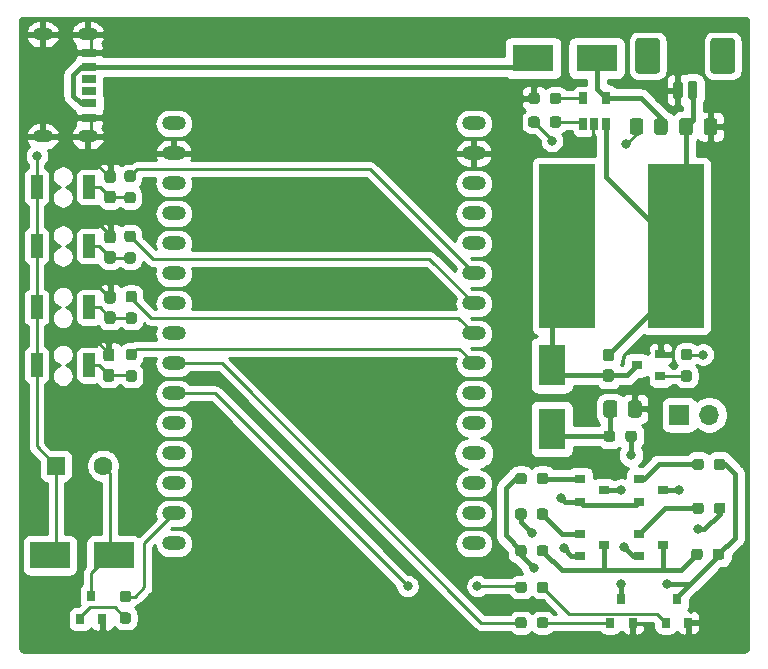
<source format=gbr>
G04 #@! TF.GenerationSoftware,KiCad,Pcbnew,(5.1.10)-1*
G04 #@! TF.CreationDate,2021-08-13T20:40:32+09:00*
G04 #@! TF.ProjectId,lfmassage,6c666d61-7373-4616-9765-2e6b69636164,rev?*
G04 #@! TF.SameCoordinates,Original*
G04 #@! TF.FileFunction,Copper,L1,Top*
G04 #@! TF.FilePolarity,Positive*
%FSLAX46Y46*%
G04 Gerber Fmt 4.6, Leading zero omitted, Abs format (unit mm)*
G04 Created by KiCad (PCBNEW (5.1.10)-1) date 2021-08-13 20:40:32*
%MOMM*%
%LPD*%
G01*
G04 APERTURE LIST*
G04 #@! TA.AperFunction,ComponentPad*
%ADD10R,1.600000X1.600000*%
G04 #@! TD*
G04 #@! TA.AperFunction,ComponentPad*
%ADD11C,1.600000*%
G04 #@! TD*
G04 #@! TA.AperFunction,SMDPad,CuDef*
%ADD12R,3.500000X2.300000*%
G04 #@! TD*
G04 #@! TA.AperFunction,SMDPad,CuDef*
%ADD13R,2.300000X3.500000*%
G04 #@! TD*
G04 #@! TA.AperFunction,ComponentPad*
%ADD14R,1.700000X1.700000*%
G04 #@! TD*
G04 #@! TA.AperFunction,ComponentPad*
%ADD15O,1.700000X1.700000*%
G04 #@! TD*
G04 #@! TA.AperFunction,ComponentPad*
%ADD16O,2.000000X1.200000*%
G04 #@! TD*
G04 #@! TA.AperFunction,SMDPad,CuDef*
%ADD17R,4.750000X14.000000*%
G04 #@! TD*
G04 #@! TA.AperFunction,SMDPad,CuDef*
%ADD18R,0.800000X0.900000*%
G04 #@! TD*
G04 #@! TA.AperFunction,SMDPad,CuDef*
%ADD19R,0.900000X0.800000*%
G04 #@! TD*
G04 #@! TA.AperFunction,SMDPad,CuDef*
%ADD20R,1.050000X2.000000*%
G04 #@! TD*
G04 #@! TA.AperFunction,SMDPad,CuDef*
%ADD21R,1.200000X0.700000*%
G04 #@! TD*
G04 #@! TA.AperFunction,SMDPad,CuDef*
%ADD22R,1.200000X0.760000*%
G04 #@! TD*
G04 #@! TA.AperFunction,SMDPad,CuDef*
%ADD23R,1.200000X0.800000*%
G04 #@! TD*
G04 #@! TA.AperFunction,ComponentPad*
%ADD24O,1.700000X1.100000*%
G04 #@! TD*
G04 #@! TA.AperFunction,SMDPad,CuDef*
%ADD25R,0.650000X1.060000*%
G04 #@! TD*
G04 #@! TA.AperFunction,ViaPad*
%ADD26C,0.800000*%
G04 #@! TD*
G04 #@! TA.AperFunction,Conductor*
%ADD27C,0.250000*%
G04 #@! TD*
G04 #@! TA.AperFunction,Conductor*
%ADD28C,0.400000*%
G04 #@! TD*
G04 #@! TA.AperFunction,Conductor*
%ADD29C,0.254000*%
G04 #@! TD*
G04 #@! TA.AperFunction,Conductor*
%ADD30C,0.100000*%
G04 #@! TD*
G04 APERTURE END LIST*
D10*
X63700000Y-84600000D03*
D11*
X67700000Y-84600000D03*
G04 #@! TA.AperFunction,SMDPad,CuDef*
G36*
G01*
X116475000Y-56375000D02*
X116475000Y-55425000D01*
G75*
G02*
X116725000Y-55175000I250000J0D01*
G01*
X117400000Y-55175000D01*
G75*
G02*
X117650000Y-55425000I0J-250000D01*
G01*
X117650000Y-56375000D01*
G75*
G02*
X117400000Y-56625000I-250000J0D01*
G01*
X116725000Y-56625000D01*
G75*
G02*
X116475000Y-56375000I0J250000D01*
G01*
G37*
G04 #@! TD.AperFunction*
G04 #@! TA.AperFunction,SMDPad,CuDef*
G36*
G01*
X118550000Y-56375000D02*
X118550000Y-55425000D01*
G75*
G02*
X118800000Y-55175000I250000J0D01*
G01*
X119475000Y-55175000D01*
G75*
G02*
X119725000Y-55425000I0J-250000D01*
G01*
X119725000Y-56375000D01*
G75*
G02*
X119475000Y-56625000I-250000J0D01*
G01*
X118800000Y-56625000D01*
G75*
G02*
X118550000Y-56375000I0J250000D01*
G01*
G37*
G04 #@! TD.AperFunction*
G04 #@! TA.AperFunction,SMDPad,CuDef*
G36*
G01*
X68537500Y-60675000D02*
X68062500Y-60675000D01*
G75*
G02*
X67825000Y-60437500I0J237500D01*
G01*
X67825000Y-59837500D01*
G75*
G02*
X68062500Y-59600000I237500J0D01*
G01*
X68537500Y-59600000D01*
G75*
G02*
X68775000Y-59837500I0J-237500D01*
G01*
X68775000Y-60437500D01*
G75*
G02*
X68537500Y-60675000I-237500J0D01*
G01*
G37*
G04 #@! TD.AperFunction*
G04 #@! TA.AperFunction,SMDPad,CuDef*
G36*
G01*
X68537500Y-62400000D02*
X68062500Y-62400000D01*
G75*
G02*
X67825000Y-62162500I0J237500D01*
G01*
X67825000Y-61562500D01*
G75*
G02*
X68062500Y-61325000I237500J0D01*
G01*
X68537500Y-61325000D01*
G75*
G02*
X68775000Y-61562500I0J-237500D01*
G01*
X68775000Y-62162500D01*
G75*
G02*
X68537500Y-62400000I-237500J0D01*
G01*
G37*
G04 #@! TD.AperFunction*
G04 #@! TA.AperFunction,SMDPad,CuDef*
G36*
G01*
X68537500Y-67500000D02*
X68062500Y-67500000D01*
G75*
G02*
X67825000Y-67262500I0J237500D01*
G01*
X67825000Y-66662500D01*
G75*
G02*
X68062500Y-66425000I237500J0D01*
G01*
X68537500Y-66425000D01*
G75*
G02*
X68775000Y-66662500I0J-237500D01*
G01*
X68775000Y-67262500D01*
G75*
G02*
X68537500Y-67500000I-237500J0D01*
G01*
G37*
G04 #@! TD.AperFunction*
G04 #@! TA.AperFunction,SMDPad,CuDef*
G36*
G01*
X68537500Y-65775000D02*
X68062500Y-65775000D01*
G75*
G02*
X67825000Y-65537500I0J237500D01*
G01*
X67825000Y-64937500D01*
G75*
G02*
X68062500Y-64700000I237500J0D01*
G01*
X68537500Y-64700000D01*
G75*
G02*
X68775000Y-64937500I0J-237500D01*
G01*
X68775000Y-65537500D01*
G75*
G02*
X68537500Y-65775000I-237500J0D01*
G01*
G37*
G04 #@! TD.AperFunction*
G04 #@! TA.AperFunction,SMDPad,CuDef*
G36*
G01*
X68537500Y-70875000D02*
X68062500Y-70875000D01*
G75*
G02*
X67825000Y-70637500I0J237500D01*
G01*
X67825000Y-70037500D01*
G75*
G02*
X68062500Y-69800000I237500J0D01*
G01*
X68537500Y-69800000D01*
G75*
G02*
X68775000Y-70037500I0J-237500D01*
G01*
X68775000Y-70637500D01*
G75*
G02*
X68537500Y-70875000I-237500J0D01*
G01*
G37*
G04 #@! TD.AperFunction*
G04 #@! TA.AperFunction,SMDPad,CuDef*
G36*
G01*
X68537500Y-72600000D02*
X68062500Y-72600000D01*
G75*
G02*
X67825000Y-72362500I0J237500D01*
G01*
X67825000Y-71762500D01*
G75*
G02*
X68062500Y-71525000I237500J0D01*
G01*
X68537500Y-71525000D01*
G75*
G02*
X68775000Y-71762500I0J-237500D01*
G01*
X68775000Y-72362500D01*
G75*
G02*
X68537500Y-72600000I-237500J0D01*
G01*
G37*
G04 #@! TD.AperFunction*
G04 #@! TA.AperFunction,SMDPad,CuDef*
G36*
G01*
X68437500Y-77500000D02*
X67962500Y-77500000D01*
G75*
G02*
X67725000Y-77262500I0J237500D01*
G01*
X67725000Y-76662500D01*
G75*
G02*
X67962500Y-76425000I237500J0D01*
G01*
X68437500Y-76425000D01*
G75*
G02*
X68675000Y-76662500I0J-237500D01*
G01*
X68675000Y-77262500D01*
G75*
G02*
X68437500Y-77500000I-237500J0D01*
G01*
G37*
G04 #@! TD.AperFunction*
G04 #@! TA.AperFunction,SMDPad,CuDef*
G36*
G01*
X68437500Y-75775000D02*
X67962500Y-75775000D01*
G75*
G02*
X67725000Y-75537500I0J237500D01*
G01*
X67725000Y-74937500D01*
G75*
G02*
X67962500Y-74700000I237500J0D01*
G01*
X68437500Y-74700000D01*
G75*
G02*
X68675000Y-74937500I0J-237500D01*
G01*
X68675000Y-75537500D01*
G75*
G02*
X68437500Y-75775000I-237500J0D01*
G01*
G37*
G04 #@! TD.AperFunction*
G04 #@! TA.AperFunction,SMDPad,CuDef*
G36*
G01*
X110262500Y-74700000D02*
X110737500Y-74700000D01*
G75*
G02*
X110975000Y-74937500I0J-237500D01*
G01*
X110975000Y-75537500D01*
G75*
G02*
X110737500Y-75775000I-237500J0D01*
G01*
X110262500Y-75775000D01*
G75*
G02*
X110025000Y-75537500I0J237500D01*
G01*
X110025000Y-74937500D01*
G75*
G02*
X110262500Y-74700000I237500J0D01*
G01*
G37*
G04 #@! TD.AperFunction*
G04 #@! TA.AperFunction,SMDPad,CuDef*
G36*
G01*
X110262500Y-76425000D02*
X110737500Y-76425000D01*
G75*
G02*
X110975000Y-76662500I0J-237500D01*
G01*
X110975000Y-77262500D01*
G75*
G02*
X110737500Y-77500000I-237500J0D01*
G01*
X110262500Y-77500000D01*
G75*
G02*
X110025000Y-77262500I0J237500D01*
G01*
X110025000Y-76662500D01*
G75*
G02*
X110262500Y-76425000I237500J0D01*
G01*
G37*
G04 #@! TD.AperFunction*
G04 #@! TA.AperFunction,SMDPad,CuDef*
G36*
G01*
X112150000Y-80275000D02*
X112150000Y-79325000D01*
G75*
G02*
X112400000Y-79075000I250000J0D01*
G01*
X113075000Y-79075000D01*
G75*
G02*
X113325000Y-79325000I0J-250000D01*
G01*
X113325000Y-80275000D01*
G75*
G02*
X113075000Y-80525000I-250000J0D01*
G01*
X112400000Y-80525000D01*
G75*
G02*
X112150000Y-80275000I0J250000D01*
G01*
G37*
G04 #@! TD.AperFunction*
G04 #@! TA.AperFunction,SMDPad,CuDef*
G36*
G01*
X110075000Y-80275000D02*
X110075000Y-79325000D01*
G75*
G02*
X110325000Y-79075000I250000J0D01*
G01*
X111000000Y-79075000D01*
G75*
G02*
X111250000Y-79325000I0J-250000D01*
G01*
X111250000Y-80275000D01*
G75*
G02*
X111000000Y-80525000I-250000J0D01*
G01*
X110325000Y-80525000D01*
G75*
G02*
X110075000Y-80275000I0J250000D01*
G01*
G37*
G04 #@! TD.AperFunction*
D12*
X109500000Y-50100000D03*
X104100000Y-50100000D03*
G04 #@! TA.AperFunction,SMDPad,CuDef*
G36*
G01*
X112300000Y-56350001D02*
X112300000Y-55449999D01*
G75*
G02*
X112549999Y-55200000I249999J0D01*
G01*
X113200001Y-55200000D01*
G75*
G02*
X113450000Y-55449999I0J-249999D01*
G01*
X113450000Y-56350001D01*
G75*
G02*
X113200001Y-56600000I-249999J0D01*
G01*
X112549999Y-56600000D01*
G75*
G02*
X112300000Y-56350001I0J249999D01*
G01*
G37*
G04 #@! TD.AperFunction*
G04 #@! TA.AperFunction,SMDPad,CuDef*
G36*
G01*
X114350000Y-56350001D02*
X114350000Y-55449999D01*
G75*
G02*
X114599999Y-55200000I249999J0D01*
G01*
X115250001Y-55200000D01*
G75*
G02*
X115500000Y-55449999I0J-249999D01*
G01*
X115500000Y-56350001D01*
G75*
G02*
X115250001Y-56600000I-249999J0D01*
G01*
X114599999Y-56600000D01*
G75*
G02*
X114350000Y-56350001I0J249999D01*
G01*
G37*
G04 #@! TD.AperFunction*
X68600000Y-92200000D03*
X63200000Y-92200000D03*
D13*
X105700000Y-81500000D03*
X105700000Y-76100000D03*
G04 #@! TA.AperFunction,SMDPad,CuDef*
G36*
G01*
X118025000Y-52200000D02*
X118025000Y-53400000D01*
G75*
G02*
X117825000Y-53600000I-200000J0D01*
G01*
X117425000Y-53600000D01*
G75*
G02*
X117225000Y-53400000I0J200000D01*
G01*
X117225000Y-52200000D01*
G75*
G02*
X117425000Y-52000000I200000J0D01*
G01*
X117825000Y-52000000D01*
G75*
G02*
X118025000Y-52200000I0J-200000D01*
G01*
G37*
G04 #@! TD.AperFunction*
G04 #@! TA.AperFunction,SMDPad,CuDef*
G36*
G01*
X116775000Y-52200000D02*
X116775000Y-53400000D01*
G75*
G02*
X116575000Y-53600000I-200000J0D01*
G01*
X116175000Y-53600000D01*
G75*
G02*
X115975000Y-53400000I0J200000D01*
G01*
X115975000Y-52200000D01*
G75*
G02*
X116175000Y-52000000I200000J0D01*
G01*
X116575000Y-52000000D01*
G75*
G02*
X116775000Y-52200000I0J-200000D01*
G01*
G37*
G04 #@! TD.AperFunction*
G04 #@! TA.AperFunction,SMDPad,CuDef*
G36*
G01*
X121225000Y-48649999D02*
X121225000Y-51150001D01*
G75*
G02*
X120975001Y-51400000I-249999J0D01*
G01*
X119374999Y-51400000D01*
G75*
G02*
X119125000Y-51150001I0J249999D01*
G01*
X119125000Y-48649999D01*
G75*
G02*
X119374999Y-48400000I249999J0D01*
G01*
X120975001Y-48400000D01*
G75*
G02*
X121225000Y-48649999I0J-249999D01*
G01*
G37*
G04 #@! TD.AperFunction*
G04 #@! TA.AperFunction,SMDPad,CuDef*
G36*
G01*
X114875000Y-48649999D02*
X114875000Y-51150001D01*
G75*
G02*
X114625001Y-51400000I-249999J0D01*
G01*
X113024999Y-51400000D01*
G75*
G02*
X112775000Y-51150001I0J249999D01*
G01*
X112775000Y-48649999D01*
G75*
G02*
X113024999Y-48400000I249999J0D01*
G01*
X114625001Y-48400000D01*
G75*
G02*
X114875000Y-48649999I0J-249999D01*
G01*
G37*
G04 #@! TD.AperFunction*
D14*
X116500000Y-80300000D03*
D15*
X119040000Y-80300000D03*
D16*
X99100000Y-55620000D03*
X73700000Y-55620000D03*
X99100000Y-58160000D03*
X73700000Y-58160000D03*
X99100000Y-60700000D03*
X73700000Y-60700000D03*
X99100000Y-63240000D03*
X73700000Y-63240000D03*
X99100000Y-65780000D03*
X73700000Y-65780000D03*
X99100000Y-68320000D03*
X73700000Y-68320000D03*
X99100000Y-70860000D03*
X73700000Y-70860000D03*
X99100000Y-73400000D03*
X73700000Y-73400000D03*
X99100000Y-75940000D03*
X73700000Y-75940000D03*
X99100000Y-78480000D03*
X73700000Y-78480000D03*
X99100000Y-81020000D03*
X73700000Y-81020000D03*
X99100000Y-83560000D03*
X73700000Y-83560000D03*
X99100000Y-86100000D03*
X73700000Y-86100000D03*
X99100000Y-88640000D03*
X73700000Y-88640000D03*
X99100000Y-91180000D03*
X73700000Y-91180000D03*
D17*
X116225000Y-66000000D03*
X106975000Y-66000000D03*
D18*
X65750000Y-97600000D03*
X67650000Y-97600000D03*
X66700000Y-95600000D03*
D19*
X108100000Y-85750000D03*
X108100000Y-87650000D03*
X110100000Y-86700000D03*
X115100000Y-86700000D03*
X113100000Y-87650000D03*
X113100000Y-85750000D03*
X110100000Y-91300000D03*
X108100000Y-92250000D03*
X108100000Y-90350000D03*
X113100000Y-90350000D03*
X113100000Y-92250000D03*
X115100000Y-91300000D03*
D18*
X111600000Y-95900000D03*
X112550000Y-97900000D03*
X110650000Y-97900000D03*
X115350000Y-97900000D03*
X117250000Y-97900000D03*
X116300000Y-95900000D03*
D19*
X112900000Y-76100000D03*
X114900000Y-75150000D03*
X114900000Y-77050000D03*
G04 #@! TA.AperFunction,SMDPad,CuDef*
G36*
G01*
X105525000Y-55737500D02*
X105525000Y-55262500D01*
G75*
G02*
X105762500Y-55025000I237500J0D01*
G01*
X106262500Y-55025000D01*
G75*
G02*
X106500000Y-55262500I0J-237500D01*
G01*
X106500000Y-55737500D01*
G75*
G02*
X106262500Y-55975000I-237500J0D01*
G01*
X105762500Y-55975000D01*
G75*
G02*
X105525000Y-55737500I0J237500D01*
G01*
G37*
G04 #@! TD.AperFunction*
G04 #@! TA.AperFunction,SMDPad,CuDef*
G36*
G01*
X103700000Y-55737500D02*
X103700000Y-55262500D01*
G75*
G02*
X103937500Y-55025000I237500J0D01*
G01*
X104437500Y-55025000D01*
G75*
G02*
X104675000Y-55262500I0J-237500D01*
G01*
X104675000Y-55737500D01*
G75*
G02*
X104437500Y-55975000I-237500J0D01*
G01*
X103937500Y-55975000D01*
G75*
G02*
X103700000Y-55737500I0J237500D01*
G01*
G37*
G04 #@! TD.AperFunction*
G04 #@! TA.AperFunction,SMDPad,CuDef*
G36*
G01*
X103700000Y-53737500D02*
X103700000Y-53262500D01*
G75*
G02*
X103937500Y-53025000I237500J0D01*
G01*
X104437500Y-53025000D01*
G75*
G02*
X104675000Y-53262500I0J-237500D01*
G01*
X104675000Y-53737500D01*
G75*
G02*
X104437500Y-53975000I-237500J0D01*
G01*
X103937500Y-53975000D01*
G75*
G02*
X103700000Y-53737500I0J237500D01*
G01*
G37*
G04 #@! TD.AperFunction*
G04 #@! TA.AperFunction,SMDPad,CuDef*
G36*
G01*
X105525000Y-53737500D02*
X105525000Y-53262500D01*
G75*
G02*
X105762500Y-53025000I237500J0D01*
G01*
X106262500Y-53025000D01*
G75*
G02*
X106500000Y-53262500I0J-237500D01*
G01*
X106500000Y-53737500D01*
G75*
G02*
X106262500Y-53975000I-237500J0D01*
G01*
X105762500Y-53975000D01*
G75*
G02*
X105525000Y-53737500I0J237500D01*
G01*
G37*
G04 #@! TD.AperFunction*
G04 #@! TA.AperFunction,SMDPad,CuDef*
G36*
G01*
X70237500Y-62400000D02*
X69762500Y-62400000D01*
G75*
G02*
X69525000Y-62162500I0J237500D01*
G01*
X69525000Y-61662500D01*
G75*
G02*
X69762500Y-61425000I237500J0D01*
G01*
X70237500Y-61425000D01*
G75*
G02*
X70475000Y-61662500I0J-237500D01*
G01*
X70475000Y-62162500D01*
G75*
G02*
X70237500Y-62400000I-237500J0D01*
G01*
G37*
G04 #@! TD.AperFunction*
G04 #@! TA.AperFunction,SMDPad,CuDef*
G36*
G01*
X70237500Y-60575000D02*
X69762500Y-60575000D01*
G75*
G02*
X69525000Y-60337500I0J237500D01*
G01*
X69525000Y-59837500D01*
G75*
G02*
X69762500Y-59600000I237500J0D01*
G01*
X70237500Y-59600000D01*
G75*
G02*
X70475000Y-59837500I0J-237500D01*
G01*
X70475000Y-60337500D01*
G75*
G02*
X70237500Y-60575000I-237500J0D01*
G01*
G37*
G04 #@! TD.AperFunction*
G04 #@! TA.AperFunction,SMDPad,CuDef*
G36*
G01*
X70237500Y-67500000D02*
X69762500Y-67500000D01*
G75*
G02*
X69525000Y-67262500I0J237500D01*
G01*
X69525000Y-66762500D01*
G75*
G02*
X69762500Y-66525000I237500J0D01*
G01*
X70237500Y-66525000D01*
G75*
G02*
X70475000Y-66762500I0J-237500D01*
G01*
X70475000Y-67262500D01*
G75*
G02*
X70237500Y-67500000I-237500J0D01*
G01*
G37*
G04 #@! TD.AperFunction*
G04 #@! TA.AperFunction,SMDPad,CuDef*
G36*
G01*
X70237500Y-65675000D02*
X69762500Y-65675000D01*
G75*
G02*
X69525000Y-65437500I0J237500D01*
G01*
X69525000Y-64937500D01*
G75*
G02*
X69762500Y-64700000I237500J0D01*
G01*
X70237500Y-64700000D01*
G75*
G02*
X70475000Y-64937500I0J-237500D01*
G01*
X70475000Y-65437500D01*
G75*
G02*
X70237500Y-65675000I-237500J0D01*
G01*
G37*
G04 #@! TD.AperFunction*
G04 #@! TA.AperFunction,SMDPad,CuDef*
G36*
G01*
X70337500Y-70775000D02*
X69862500Y-70775000D01*
G75*
G02*
X69625000Y-70537500I0J237500D01*
G01*
X69625000Y-70037500D01*
G75*
G02*
X69862500Y-69800000I237500J0D01*
G01*
X70337500Y-69800000D01*
G75*
G02*
X70575000Y-70037500I0J-237500D01*
G01*
X70575000Y-70537500D01*
G75*
G02*
X70337500Y-70775000I-237500J0D01*
G01*
G37*
G04 #@! TD.AperFunction*
G04 #@! TA.AperFunction,SMDPad,CuDef*
G36*
G01*
X70337500Y-72600000D02*
X69862500Y-72600000D01*
G75*
G02*
X69625000Y-72362500I0J237500D01*
G01*
X69625000Y-71862500D01*
G75*
G02*
X69862500Y-71625000I237500J0D01*
G01*
X70337500Y-71625000D01*
G75*
G02*
X70575000Y-71862500I0J-237500D01*
G01*
X70575000Y-72362500D01*
G75*
G02*
X70337500Y-72600000I-237500J0D01*
G01*
G37*
G04 #@! TD.AperFunction*
G04 #@! TA.AperFunction,SMDPad,CuDef*
G36*
G01*
X70337500Y-75675000D02*
X69862500Y-75675000D01*
G75*
G02*
X69625000Y-75437500I0J237500D01*
G01*
X69625000Y-74937500D01*
G75*
G02*
X69862500Y-74700000I237500J0D01*
G01*
X70337500Y-74700000D01*
G75*
G02*
X70575000Y-74937500I0J-237500D01*
G01*
X70575000Y-75437500D01*
G75*
G02*
X70337500Y-75675000I-237500J0D01*
G01*
G37*
G04 #@! TD.AperFunction*
G04 #@! TA.AperFunction,SMDPad,CuDef*
G36*
G01*
X70337500Y-77500000D02*
X69862500Y-77500000D01*
G75*
G02*
X69625000Y-77262500I0J237500D01*
G01*
X69625000Y-76762500D01*
G75*
G02*
X69862500Y-76525000I237500J0D01*
G01*
X70337500Y-76525000D01*
G75*
G02*
X70575000Y-76762500I0J-237500D01*
G01*
X70575000Y-77262500D01*
G75*
G02*
X70337500Y-77500000I-237500J0D01*
G01*
G37*
G04 #@! TD.AperFunction*
G04 #@! TA.AperFunction,SMDPad,CuDef*
G36*
G01*
X69837500Y-96175000D02*
X69362500Y-96175000D01*
G75*
G02*
X69125000Y-95937500I0J237500D01*
G01*
X69125000Y-95437500D01*
G75*
G02*
X69362500Y-95200000I237500J0D01*
G01*
X69837500Y-95200000D01*
G75*
G02*
X70075000Y-95437500I0J-237500D01*
G01*
X70075000Y-95937500D01*
G75*
G02*
X69837500Y-96175000I-237500J0D01*
G01*
G37*
G04 #@! TD.AperFunction*
G04 #@! TA.AperFunction,SMDPad,CuDef*
G36*
G01*
X69837500Y-98000000D02*
X69362500Y-98000000D01*
G75*
G02*
X69125000Y-97762500I0J237500D01*
G01*
X69125000Y-97262500D01*
G75*
G02*
X69362500Y-97025000I237500J0D01*
G01*
X69837500Y-97025000D01*
G75*
G02*
X70075000Y-97262500I0J-237500D01*
G01*
X70075000Y-97762500D01*
G75*
G02*
X69837500Y-98000000I-237500J0D01*
G01*
G37*
G04 #@! TD.AperFunction*
G04 #@! TA.AperFunction,SMDPad,CuDef*
G36*
G01*
X110100000Y-82337500D02*
X110100000Y-81862500D01*
G75*
G02*
X110337500Y-81625000I237500J0D01*
G01*
X110837500Y-81625000D01*
G75*
G02*
X111075000Y-81862500I0J-237500D01*
G01*
X111075000Y-82337500D01*
G75*
G02*
X110837500Y-82575000I-237500J0D01*
G01*
X110337500Y-82575000D01*
G75*
G02*
X110100000Y-82337500I0J237500D01*
G01*
G37*
G04 #@! TD.AperFunction*
G04 #@! TA.AperFunction,SMDPad,CuDef*
G36*
G01*
X111925000Y-82337500D02*
X111925000Y-81862500D01*
G75*
G02*
X112162500Y-81625000I237500J0D01*
G01*
X112662500Y-81625000D01*
G75*
G02*
X112900000Y-81862500I0J-237500D01*
G01*
X112900000Y-82337500D01*
G75*
G02*
X112662500Y-82575000I-237500J0D01*
G01*
X112162500Y-82575000D01*
G75*
G02*
X111925000Y-82337500I0J237500D01*
G01*
G37*
G04 #@! TD.AperFunction*
G04 #@! TA.AperFunction,SMDPad,CuDef*
G36*
G01*
X103575000Y-85462500D02*
X103575000Y-85937500D01*
G75*
G02*
X103337500Y-86175000I-237500J0D01*
G01*
X102837500Y-86175000D01*
G75*
G02*
X102600000Y-85937500I0J237500D01*
G01*
X102600000Y-85462500D01*
G75*
G02*
X102837500Y-85225000I237500J0D01*
G01*
X103337500Y-85225000D01*
G75*
G02*
X103575000Y-85462500I0J-237500D01*
G01*
G37*
G04 #@! TD.AperFunction*
G04 #@! TA.AperFunction,SMDPad,CuDef*
G36*
G01*
X105400000Y-85462500D02*
X105400000Y-85937500D01*
G75*
G02*
X105162500Y-86175000I-237500J0D01*
G01*
X104662500Y-86175000D01*
G75*
G02*
X104425000Y-85937500I0J237500D01*
G01*
X104425000Y-85462500D01*
G75*
G02*
X104662500Y-85225000I237500J0D01*
G01*
X105162500Y-85225000D01*
G75*
G02*
X105400000Y-85462500I0J-237500D01*
G01*
G37*
G04 #@! TD.AperFunction*
G04 #@! TA.AperFunction,SMDPad,CuDef*
G36*
G01*
X117600000Y-84737500D02*
X117600000Y-84262500D01*
G75*
G02*
X117837500Y-84025000I237500J0D01*
G01*
X118337500Y-84025000D01*
G75*
G02*
X118575000Y-84262500I0J-237500D01*
G01*
X118575000Y-84737500D01*
G75*
G02*
X118337500Y-84975000I-237500J0D01*
G01*
X117837500Y-84975000D01*
G75*
G02*
X117600000Y-84737500I0J237500D01*
G01*
G37*
G04 #@! TD.AperFunction*
G04 #@! TA.AperFunction,SMDPad,CuDef*
G36*
G01*
X119425000Y-84737500D02*
X119425000Y-84262500D01*
G75*
G02*
X119662500Y-84025000I237500J0D01*
G01*
X120162500Y-84025000D01*
G75*
G02*
X120400000Y-84262500I0J-237500D01*
G01*
X120400000Y-84737500D01*
G75*
G02*
X120162500Y-84975000I-237500J0D01*
G01*
X119662500Y-84975000D01*
G75*
G02*
X119425000Y-84737500I0J237500D01*
G01*
G37*
G04 #@! TD.AperFunction*
G04 #@! TA.AperFunction,SMDPad,CuDef*
G36*
G01*
X105400000Y-88462500D02*
X105400000Y-88937500D01*
G75*
G02*
X105162500Y-89175000I-237500J0D01*
G01*
X104662500Y-89175000D01*
G75*
G02*
X104425000Y-88937500I0J237500D01*
G01*
X104425000Y-88462500D01*
G75*
G02*
X104662500Y-88225000I237500J0D01*
G01*
X105162500Y-88225000D01*
G75*
G02*
X105400000Y-88462500I0J-237500D01*
G01*
G37*
G04 #@! TD.AperFunction*
G04 #@! TA.AperFunction,SMDPad,CuDef*
G36*
G01*
X103575000Y-88462500D02*
X103575000Y-88937500D01*
G75*
G02*
X103337500Y-89175000I-237500J0D01*
G01*
X102837500Y-89175000D01*
G75*
G02*
X102600000Y-88937500I0J237500D01*
G01*
X102600000Y-88462500D01*
G75*
G02*
X102837500Y-88225000I237500J0D01*
G01*
X103337500Y-88225000D01*
G75*
G02*
X103575000Y-88462500I0J-237500D01*
G01*
G37*
G04 #@! TD.AperFunction*
G04 #@! TA.AperFunction,SMDPad,CuDef*
G36*
G01*
X119425000Y-88437500D02*
X119425000Y-87962500D01*
G75*
G02*
X119662500Y-87725000I237500J0D01*
G01*
X120162500Y-87725000D01*
G75*
G02*
X120400000Y-87962500I0J-237500D01*
G01*
X120400000Y-88437500D01*
G75*
G02*
X120162500Y-88675000I-237500J0D01*
G01*
X119662500Y-88675000D01*
G75*
G02*
X119425000Y-88437500I0J237500D01*
G01*
G37*
G04 #@! TD.AperFunction*
G04 #@! TA.AperFunction,SMDPad,CuDef*
G36*
G01*
X117600000Y-88437500D02*
X117600000Y-87962500D01*
G75*
G02*
X117837500Y-87725000I237500J0D01*
G01*
X118337500Y-87725000D01*
G75*
G02*
X118575000Y-87962500I0J-237500D01*
G01*
X118575000Y-88437500D01*
G75*
G02*
X118337500Y-88675000I-237500J0D01*
G01*
X117837500Y-88675000D01*
G75*
G02*
X117600000Y-88437500I0J237500D01*
G01*
G37*
G04 #@! TD.AperFunction*
G04 #@! TA.AperFunction,SMDPad,CuDef*
G36*
G01*
X102600000Y-92037500D02*
X102600000Y-91562500D01*
G75*
G02*
X102837500Y-91325000I237500J0D01*
G01*
X103337500Y-91325000D01*
G75*
G02*
X103575000Y-91562500I0J-237500D01*
G01*
X103575000Y-92037500D01*
G75*
G02*
X103337500Y-92275000I-237500J0D01*
G01*
X102837500Y-92275000D01*
G75*
G02*
X102600000Y-92037500I0J237500D01*
G01*
G37*
G04 #@! TD.AperFunction*
G04 #@! TA.AperFunction,SMDPad,CuDef*
G36*
G01*
X104425000Y-92037500D02*
X104425000Y-91562500D01*
G75*
G02*
X104662500Y-91325000I237500J0D01*
G01*
X105162500Y-91325000D01*
G75*
G02*
X105400000Y-91562500I0J-237500D01*
G01*
X105400000Y-92037500D01*
G75*
G02*
X105162500Y-92275000I-237500J0D01*
G01*
X104662500Y-92275000D01*
G75*
G02*
X104425000Y-92037500I0J237500D01*
G01*
G37*
G04 #@! TD.AperFunction*
G04 #@! TA.AperFunction,SMDPad,CuDef*
G36*
G01*
X118475000Y-91862500D02*
X118475000Y-92337500D01*
G75*
G02*
X118237500Y-92575000I-237500J0D01*
G01*
X117737500Y-92575000D01*
G75*
G02*
X117500000Y-92337500I0J237500D01*
G01*
X117500000Y-91862500D01*
G75*
G02*
X117737500Y-91625000I237500J0D01*
G01*
X118237500Y-91625000D01*
G75*
G02*
X118475000Y-91862500I0J-237500D01*
G01*
G37*
G04 #@! TD.AperFunction*
G04 #@! TA.AperFunction,SMDPad,CuDef*
G36*
G01*
X120300000Y-91862500D02*
X120300000Y-92337500D01*
G75*
G02*
X120062500Y-92575000I-237500J0D01*
G01*
X119562500Y-92575000D01*
G75*
G02*
X119325000Y-92337500I0J237500D01*
G01*
X119325000Y-91862500D01*
G75*
G02*
X119562500Y-91625000I237500J0D01*
G01*
X120062500Y-91625000D01*
G75*
G02*
X120300000Y-91862500I0J-237500D01*
G01*
G37*
G04 #@! TD.AperFunction*
G04 #@! TA.AperFunction,SMDPad,CuDef*
G36*
G01*
X105400000Y-97662500D02*
X105400000Y-98137500D01*
G75*
G02*
X105162500Y-98375000I-237500J0D01*
G01*
X104662500Y-98375000D01*
G75*
G02*
X104425000Y-98137500I0J237500D01*
G01*
X104425000Y-97662500D01*
G75*
G02*
X104662500Y-97425000I237500J0D01*
G01*
X105162500Y-97425000D01*
G75*
G02*
X105400000Y-97662500I0J-237500D01*
G01*
G37*
G04 #@! TD.AperFunction*
G04 #@! TA.AperFunction,SMDPad,CuDef*
G36*
G01*
X103575000Y-97662500D02*
X103575000Y-98137500D01*
G75*
G02*
X103337500Y-98375000I-237500J0D01*
G01*
X102837500Y-98375000D01*
G75*
G02*
X102600000Y-98137500I0J237500D01*
G01*
X102600000Y-97662500D01*
G75*
G02*
X102837500Y-97425000I237500J0D01*
G01*
X103337500Y-97425000D01*
G75*
G02*
X103575000Y-97662500I0J-237500D01*
G01*
G37*
G04 #@! TD.AperFunction*
G04 #@! TA.AperFunction,SMDPad,CuDef*
G36*
G01*
X105400000Y-94662500D02*
X105400000Y-95137500D01*
G75*
G02*
X105162500Y-95375000I-237500J0D01*
G01*
X104662500Y-95375000D01*
G75*
G02*
X104425000Y-95137500I0J237500D01*
G01*
X104425000Y-94662500D01*
G75*
G02*
X104662500Y-94425000I237500J0D01*
G01*
X105162500Y-94425000D01*
G75*
G02*
X105400000Y-94662500I0J-237500D01*
G01*
G37*
G04 #@! TD.AperFunction*
G04 #@! TA.AperFunction,SMDPad,CuDef*
G36*
G01*
X103575000Y-94662500D02*
X103575000Y-95137500D01*
G75*
G02*
X103337500Y-95375000I-237500J0D01*
G01*
X102837500Y-95375000D01*
G75*
G02*
X102600000Y-95137500I0J237500D01*
G01*
X102600000Y-94662500D01*
G75*
G02*
X102837500Y-94425000I237500J0D01*
G01*
X103337500Y-94425000D01*
G75*
G02*
X103575000Y-94662500I0J-237500D01*
G01*
G37*
G04 #@! TD.AperFunction*
G04 #@! TA.AperFunction,SMDPad,CuDef*
G36*
G01*
X117337500Y-75675000D02*
X116862500Y-75675000D01*
G75*
G02*
X116625000Y-75437500I0J237500D01*
G01*
X116625000Y-74937500D01*
G75*
G02*
X116862500Y-74700000I237500J0D01*
G01*
X117337500Y-74700000D01*
G75*
G02*
X117575000Y-74937500I0J-237500D01*
G01*
X117575000Y-75437500D01*
G75*
G02*
X117337500Y-75675000I-237500J0D01*
G01*
G37*
G04 #@! TD.AperFunction*
G04 #@! TA.AperFunction,SMDPad,CuDef*
G36*
G01*
X117337500Y-77500000D02*
X116862500Y-77500000D01*
G75*
G02*
X116625000Y-77262500I0J237500D01*
G01*
X116625000Y-76762500D01*
G75*
G02*
X116862500Y-76525000I237500J0D01*
G01*
X117337500Y-76525000D01*
G75*
G02*
X117575000Y-76762500I0J-237500D01*
G01*
X117575000Y-77262500D01*
G75*
G02*
X117337500Y-77500000I-237500J0D01*
G01*
G37*
G04 #@! TD.AperFunction*
D20*
X66525000Y-61000000D03*
X62075000Y-61000000D03*
X62075000Y-66000000D03*
X66525000Y-66000000D03*
X66525000Y-71200000D03*
X62075000Y-71200000D03*
X62075000Y-76100000D03*
X66525000Y-76100000D03*
D21*
X66550000Y-51900000D03*
X66550000Y-52900000D03*
D22*
X66550000Y-50880000D03*
X66550000Y-53920000D03*
D23*
X66550000Y-49650000D03*
X66550000Y-55150000D03*
D24*
X66400000Y-56720000D03*
X66400000Y-48080000D03*
X62600000Y-56720000D03*
X62600000Y-48080000D03*
D25*
X108350000Y-55700000D03*
X109300000Y-55700000D03*
X110250000Y-55700000D03*
X110250000Y-53500000D03*
X108350000Y-53500000D03*
D26*
X62100000Y-58400000D03*
X112000000Y-57400000D03*
X105700000Y-57100000D03*
X111600000Y-86700000D03*
X106700000Y-91600000D03*
X116500000Y-86700000D03*
X111800000Y-91500000D03*
X93500000Y-94800000D03*
X99400000Y-94800000D03*
X118500000Y-75200000D03*
X106500000Y-87300000D03*
X112400000Y-83700000D03*
X118100000Y-90000000D03*
X104200000Y-93300000D03*
X111600000Y-94650001D03*
X104000000Y-90300000D03*
X115465740Y-94650001D03*
D27*
X62075000Y-61000000D02*
X62075000Y-66000000D01*
X62075000Y-66000000D02*
X62075000Y-71200000D01*
X62075000Y-71200000D02*
X62075000Y-76100000D01*
X63700000Y-91300000D02*
X62900000Y-92100000D01*
X63700000Y-84600000D02*
X63700000Y-91300000D01*
X62075000Y-58425000D02*
X62100000Y-58400000D01*
X62075000Y-61000000D02*
X62075000Y-58425000D01*
X62075000Y-82975000D02*
X63700000Y-84600000D01*
X62075000Y-76100000D02*
X62075000Y-82975000D01*
X66700000Y-93700000D02*
X68300000Y-92100000D01*
X66700000Y-95600000D02*
X66700000Y-93700000D01*
X68300000Y-85200000D02*
X67700000Y-84600000D01*
X68300000Y-92100000D02*
X68300000Y-85200000D01*
D28*
X117625000Y-55337500D02*
X117062500Y-55900000D01*
X117625000Y-52800000D02*
X117625000Y-55337500D01*
X117062500Y-65162500D02*
X116225000Y-66000000D01*
X117062500Y-55900000D02*
X117062500Y-65162500D01*
X116225000Y-66000000D02*
X116225000Y-71012500D01*
X110325001Y-60200001D02*
X110325001Y-55700000D01*
X116125000Y-66000000D02*
X110325001Y-60200001D01*
X116225000Y-69512500D02*
X110500000Y-75237500D01*
X116225000Y-66000000D02*
X116225000Y-69512500D01*
D27*
X67650000Y-97600000D02*
X67650000Y-98650000D01*
X68200000Y-75237500D02*
X68200000Y-75100000D01*
X68200000Y-75100000D02*
X66900000Y-73800000D01*
X68300000Y-70337500D02*
X68237500Y-70337500D01*
X68237500Y-70337500D02*
X67000000Y-69100000D01*
X68300000Y-65237500D02*
X68300000Y-65100000D01*
X68300000Y-65100000D02*
X67100000Y-63900000D01*
X68300000Y-60137500D02*
X68237500Y-60137500D01*
X68237500Y-60137500D02*
X67200000Y-59100000D01*
X73700000Y-58160000D02*
X75140000Y-58160000D01*
X99100000Y-58160000D02*
X97740000Y-58160000D01*
X62900000Y-48080000D02*
X66700000Y-48080000D01*
X62900000Y-56720000D02*
X66700000Y-56720000D01*
X66700000Y-55300000D02*
X66850000Y-55150000D01*
X66700000Y-56720000D02*
X66700000Y-55300000D01*
X66700000Y-49500000D02*
X66850000Y-49650000D01*
X66700000Y-48080000D02*
X66700000Y-49500000D01*
X115100000Y-75350000D02*
X115100000Y-75100000D01*
X119137500Y-55900000D02*
X119137500Y-55937500D01*
X104187500Y-53500000D02*
X104100000Y-53500000D01*
X109300000Y-55700000D02*
X109300000Y-56100000D01*
X109200000Y-56100000D02*
X109200000Y-57187500D01*
X67437500Y-61000000D02*
X68300000Y-61862500D01*
X66525000Y-61000000D02*
X67437500Y-61000000D01*
X69950000Y-61862500D02*
X70000000Y-61912500D01*
X68300000Y-61862500D02*
X69950000Y-61862500D01*
X67337500Y-66000000D02*
X68300000Y-66962500D01*
X66525000Y-66000000D02*
X67337500Y-66000000D01*
X68350000Y-67012500D02*
X68300000Y-66962500D01*
X70000000Y-67012500D02*
X68350000Y-67012500D01*
X67437500Y-71200000D02*
X68300000Y-72062500D01*
X66525000Y-71200000D02*
X67437500Y-71200000D01*
X68350000Y-72112500D02*
X68300000Y-72062500D01*
X70100000Y-72112500D02*
X68350000Y-72112500D01*
X67337500Y-76100000D02*
X68200000Y-76962500D01*
X66525000Y-76100000D02*
X67337500Y-76100000D01*
X70050000Y-76962500D02*
X70100000Y-77012500D01*
X68200000Y-76962500D02*
X70050000Y-76962500D01*
D28*
X106000000Y-66975000D02*
X106975000Y-66000000D01*
X105700000Y-67275000D02*
X106975000Y-66000000D01*
X105700000Y-76100000D02*
X105700000Y-67275000D01*
X106562500Y-76962500D02*
X110500000Y-76962500D01*
X105700000Y-76100000D02*
X106562500Y-76962500D01*
X112037500Y-76962500D02*
X112900000Y-76100000D01*
X110500000Y-76962500D02*
X112037500Y-76962500D01*
X110662500Y-82025000D02*
X110587500Y-82100000D01*
X110662500Y-79800000D02*
X110662500Y-82025000D01*
X106300000Y-82100000D02*
X105700000Y-81500000D01*
X110587500Y-82100000D02*
X106300000Y-82100000D01*
X109500000Y-52750000D02*
X110250000Y-53500000D01*
X109500000Y-50100000D02*
X109500000Y-52750000D01*
X114925000Y-55200000D02*
X114925000Y-55900000D01*
X113225000Y-53500000D02*
X114925000Y-55200000D01*
X110250000Y-53500000D02*
X113225000Y-53500000D01*
X65839998Y-53920000D02*
X66850000Y-53920000D01*
X65839998Y-50880000D02*
X65200000Y-51519998D01*
X65200000Y-53280002D02*
X65839998Y-53920000D01*
X65200000Y-51519998D02*
X65200000Y-53280002D01*
X66850000Y-50880000D02*
X65839998Y-50880000D01*
X103320000Y-50880000D02*
X104100000Y-50100000D01*
X66850000Y-50880000D02*
X103320000Y-50880000D01*
D27*
X112975000Y-56425000D02*
X112000000Y-57400000D01*
X112975000Y-55900000D02*
X112975000Y-56425000D01*
X105700000Y-57012500D02*
X104187500Y-55500000D01*
X105700000Y-57100000D02*
X105700000Y-57012500D01*
X110100000Y-86700000D02*
X109900000Y-86700000D01*
D28*
X110100000Y-86700000D02*
X111600000Y-86700000D01*
X107350000Y-92250000D02*
X106700000Y-91600000D01*
X108100000Y-92250000D02*
X107350000Y-92250000D01*
X115100000Y-86700000D02*
X116500000Y-86700000D01*
X112550000Y-92250000D02*
X111800000Y-91500000D01*
X113100000Y-92250000D02*
X112550000Y-92250000D01*
D27*
X70587500Y-59500000D02*
X70000000Y-60087500D01*
X90280000Y-59500000D02*
X70587500Y-59500000D01*
X99100000Y-68320000D02*
X90280000Y-59500000D01*
X70000000Y-65187500D02*
X70187500Y-65187500D01*
X71912500Y-67100000D02*
X70000000Y-65187500D01*
X95340000Y-67100000D02*
X71912500Y-67100000D01*
X99100000Y-70860000D02*
X95340000Y-67100000D01*
X97800000Y-72100000D02*
X99100000Y-73400000D01*
X71800000Y-72100000D02*
X97800000Y-72100000D01*
X70100000Y-70400000D02*
X71800000Y-72100000D01*
X70100000Y-70287500D02*
X70100000Y-70400000D01*
X70587500Y-74700000D02*
X70100000Y-75187500D01*
X97860000Y-74700000D02*
X70587500Y-74700000D01*
X99100000Y-75940000D02*
X97860000Y-74700000D01*
X99700000Y-97900000D02*
X77740000Y-75940000D01*
X77740000Y-75940000D02*
X73700000Y-75940000D01*
X103087500Y-97900000D02*
X99700000Y-97900000D01*
X73700000Y-78480000D02*
X77180000Y-78480000D01*
X77180000Y-78480000D02*
X93500000Y-94800000D01*
X102987500Y-94800000D02*
X103087500Y-94900000D01*
X99400000Y-94800000D02*
X102987500Y-94800000D01*
X73720000Y-81000000D02*
X73700000Y-81020000D01*
X117112500Y-75200000D02*
X117100000Y-75187500D01*
X118500000Y-75200000D02*
X117112500Y-75200000D01*
D28*
X108100000Y-87650000D02*
X108050000Y-87650000D01*
X112849999Y-87900001D02*
X113100000Y-87650000D01*
X108350001Y-87900001D02*
X112849999Y-87900001D01*
X108100000Y-87650000D02*
X108350001Y-87900001D01*
X106850000Y-87650000D02*
X106500000Y-87300000D01*
X108100000Y-87650000D02*
X106850000Y-87650000D01*
X112400000Y-82112500D02*
X112412500Y-82100000D01*
X112400000Y-83700000D02*
X112400000Y-82112500D01*
D27*
X69600000Y-95687500D02*
X70412500Y-95687500D01*
X70412500Y-95687500D02*
X71200000Y-94900000D01*
X71200000Y-91140000D02*
X73700000Y-88640000D01*
X71200000Y-94900000D02*
X71200000Y-91140000D01*
X65750000Y-97600000D02*
X65750000Y-97450000D01*
X65750000Y-97450000D02*
X66600000Y-96600000D01*
X68687500Y-96600000D02*
X69600000Y-97512500D01*
X66600000Y-96600000D02*
X68687500Y-96600000D01*
D28*
X108050000Y-85700000D02*
X108100000Y-85750000D01*
X104912500Y-85700000D02*
X108050000Y-85700000D01*
X114750000Y-84500000D02*
X118087500Y-84500000D01*
X113500000Y-85750000D02*
X114750000Y-84500000D01*
X104912500Y-91800000D02*
X104912500Y-91812500D01*
X116637499Y-93450001D02*
X117987500Y-92100000D01*
X104912500Y-91800000D02*
X106562501Y-93450001D01*
X110100000Y-93400002D02*
X110149999Y-93450001D01*
X110100000Y-91300000D02*
X110100000Y-93400002D01*
X106562501Y-93450001D02*
X110149999Y-93450001D01*
X115100000Y-93400000D02*
X115150001Y-93450001D01*
X115100000Y-91300000D02*
X115100000Y-93400000D01*
X115150001Y-93450001D02*
X116637499Y-93450001D01*
X110149999Y-93450001D02*
X115150001Y-93450001D01*
X106562500Y-90350000D02*
X104912500Y-88700000D01*
X108100000Y-90350000D02*
X106562500Y-90350000D01*
X115250000Y-88200000D02*
X118087500Y-88200000D01*
X113100000Y-90350000D02*
X115250000Y-88200000D01*
X118587500Y-90000000D02*
X118100000Y-90000000D01*
X119912500Y-88675000D02*
X118587500Y-90000000D01*
X119912500Y-88200000D02*
X119912500Y-88675000D01*
X103087500Y-92187500D02*
X104200000Y-93300000D01*
X103087500Y-91800000D02*
X103087500Y-92187500D01*
X111600000Y-95900000D02*
X111600000Y-94650001D01*
X101799990Y-90512490D02*
X103087500Y-91800000D01*
X101799990Y-86500010D02*
X101799990Y-90512490D01*
X102600000Y-85700000D02*
X101799990Y-86500010D01*
X103087500Y-85700000D02*
X102600000Y-85700000D01*
D27*
X104912500Y-97900000D02*
X110650000Y-97900000D01*
X107137499Y-97124999D02*
X104912500Y-94900000D01*
X114574999Y-97124999D02*
X107137499Y-97124999D01*
X115350000Y-97900000D02*
X114574999Y-97124999D01*
D28*
X116312500Y-95887500D02*
X116300000Y-95900000D01*
X121200010Y-90712490D02*
X119812500Y-92100000D01*
X120400000Y-84500000D02*
X121200010Y-85300010D01*
X121200010Y-85300010D02*
X121200010Y-90712490D01*
X119912500Y-84500000D02*
X120400000Y-84500000D01*
X103087500Y-89387500D02*
X104000000Y-90300000D01*
X103087500Y-88700000D02*
X103087500Y-89387500D01*
X119812500Y-92229762D02*
X119812500Y-92100000D01*
X117392261Y-94650001D02*
X119812500Y-92229762D01*
X115465740Y-94650001D02*
X117392261Y-94650001D01*
X116300000Y-95742262D02*
X117392261Y-94650001D01*
X116300000Y-95900000D02*
X116300000Y-95742262D01*
D27*
X117162500Y-77250000D02*
X117200000Y-77212500D01*
X117062500Y-77050000D02*
X117100000Y-77012500D01*
X114900000Y-77050000D02*
X117062500Y-77050000D01*
X108150000Y-55500000D02*
X108350000Y-55700000D01*
X106012500Y-55500000D02*
X108150000Y-55500000D01*
X106012500Y-53500000D02*
X108350000Y-53500000D01*
D29*
X122065424Y-46669580D02*
X122128356Y-46688580D01*
X122186405Y-46719445D01*
X122237343Y-46760989D01*
X122279248Y-46811644D01*
X122310515Y-46869471D01*
X122329956Y-46932272D01*
X122340001Y-47027845D01*
X122340000Y-99967721D01*
X122330420Y-100065424D01*
X122311420Y-100128357D01*
X122280554Y-100186406D01*
X122239011Y-100237343D01*
X122188356Y-100279248D01*
X122130529Y-100310515D01*
X122067728Y-100329956D01*
X121972165Y-100340000D01*
X61032279Y-100340000D01*
X60934576Y-100330420D01*
X60871643Y-100311420D01*
X60813594Y-100280554D01*
X60762657Y-100239011D01*
X60720752Y-100188356D01*
X60689485Y-100130529D01*
X60670044Y-100067728D01*
X60660000Y-99972165D01*
X60660000Y-97150000D01*
X64711928Y-97150000D01*
X64711928Y-98050000D01*
X64724188Y-98174482D01*
X64760498Y-98294180D01*
X64819463Y-98404494D01*
X64898815Y-98501185D01*
X64995506Y-98580537D01*
X65105820Y-98639502D01*
X65225518Y-98675812D01*
X65350000Y-98688072D01*
X66150000Y-98688072D01*
X66274482Y-98675812D01*
X66394180Y-98639502D01*
X66504494Y-98580537D01*
X66601185Y-98501185D01*
X66680537Y-98404494D01*
X66700000Y-98368082D01*
X66719463Y-98404494D01*
X66798815Y-98501185D01*
X66895506Y-98580537D01*
X67005820Y-98639502D01*
X67125518Y-98675812D01*
X67250000Y-98688072D01*
X67364250Y-98685000D01*
X67523000Y-98526250D01*
X67523000Y-97727000D01*
X67503000Y-97727000D01*
X67503000Y-97473000D01*
X67523000Y-97473000D01*
X67523000Y-97453000D01*
X67777000Y-97453000D01*
X67777000Y-97473000D01*
X67797000Y-97473000D01*
X67797000Y-97727000D01*
X67777000Y-97727000D01*
X67777000Y-98526250D01*
X67935750Y-98685000D01*
X68050000Y-98688072D01*
X68174482Y-98675812D01*
X68294180Y-98639502D01*
X68404494Y-98580537D01*
X68501185Y-98501185D01*
X68580537Y-98404494D01*
X68639502Y-98294180D01*
X68648168Y-98265611D01*
X68743377Y-98381623D01*
X68876058Y-98490512D01*
X69027433Y-98571423D01*
X69191684Y-98621248D01*
X69362500Y-98638072D01*
X69837500Y-98638072D01*
X70008316Y-98621248D01*
X70172567Y-98571423D01*
X70323942Y-98490512D01*
X70456623Y-98381623D01*
X70565512Y-98248942D01*
X70646423Y-98097567D01*
X70696248Y-97933316D01*
X70713072Y-97762500D01*
X70713072Y-97262500D01*
X70696248Y-97091684D01*
X70646423Y-96927433D01*
X70565512Y-96776058D01*
X70456623Y-96643377D01*
X70403768Y-96600000D01*
X70456623Y-96556623D01*
X70554651Y-96437176D01*
X70561486Y-96436503D01*
X70704747Y-96393046D01*
X70836776Y-96322474D01*
X70952501Y-96227501D01*
X70976303Y-96198498D01*
X71711004Y-95463798D01*
X71740001Y-95440001D01*
X71834974Y-95324276D01*
X71905546Y-95192247D01*
X71949003Y-95048986D01*
X71960000Y-94937333D01*
X71960000Y-94937324D01*
X71963676Y-94900001D01*
X71960000Y-94862678D01*
X71960000Y-91454801D01*
X72074785Y-91340016D01*
X72082870Y-91422102D01*
X72153489Y-91654901D01*
X72268167Y-91869449D01*
X72422498Y-92057502D01*
X72610551Y-92211833D01*
X72825099Y-92326511D01*
X73057898Y-92397130D01*
X73239335Y-92415000D01*
X74160665Y-92415000D01*
X74342102Y-92397130D01*
X74574901Y-92326511D01*
X74789449Y-92211833D01*
X74977502Y-92057502D01*
X75131833Y-91869449D01*
X75246511Y-91654901D01*
X75317130Y-91422102D01*
X75340975Y-91180000D01*
X75317130Y-90937898D01*
X75246511Y-90705099D01*
X75131833Y-90490551D01*
X74977502Y-90302498D01*
X74789449Y-90148167D01*
X74574901Y-90033489D01*
X74342102Y-89962870D01*
X74160665Y-89945000D01*
X73469802Y-89945000D01*
X73539802Y-89875000D01*
X74160665Y-89875000D01*
X74342102Y-89857130D01*
X74574901Y-89786511D01*
X74789449Y-89671833D01*
X74977502Y-89517502D01*
X75131833Y-89329449D01*
X75246511Y-89114901D01*
X75317130Y-88882102D01*
X75340975Y-88640000D01*
X75317130Y-88397898D01*
X75246511Y-88165099D01*
X75131833Y-87950551D01*
X74977502Y-87762498D01*
X74789449Y-87608167D01*
X74574901Y-87493489D01*
X74342102Y-87422870D01*
X74160665Y-87405000D01*
X73239335Y-87405000D01*
X73057898Y-87422870D01*
X72825099Y-87493489D01*
X72610551Y-87608167D01*
X72422498Y-87762498D01*
X72268167Y-87950551D01*
X72153489Y-88165099D01*
X72082870Y-88397898D01*
X72059025Y-88640000D01*
X72082870Y-88882102D01*
X72152746Y-89112452D01*
X70727146Y-90538053D01*
X70704494Y-90519463D01*
X70594180Y-90460498D01*
X70474482Y-90424188D01*
X70350000Y-90411928D01*
X69060000Y-90411928D01*
X69060000Y-86100000D01*
X72059025Y-86100000D01*
X72082870Y-86342102D01*
X72153489Y-86574901D01*
X72268167Y-86789449D01*
X72422498Y-86977502D01*
X72610551Y-87131833D01*
X72825099Y-87246511D01*
X73057898Y-87317130D01*
X73239335Y-87335000D01*
X74160665Y-87335000D01*
X74342102Y-87317130D01*
X74574901Y-87246511D01*
X74789449Y-87131833D01*
X74977502Y-86977502D01*
X75131833Y-86789449D01*
X75246511Y-86574901D01*
X75317130Y-86342102D01*
X75340975Y-86100000D01*
X75317130Y-85857898D01*
X75246511Y-85625099D01*
X75131833Y-85410551D01*
X74977502Y-85222498D01*
X74789449Y-85068167D01*
X74574901Y-84953489D01*
X74342102Y-84882870D01*
X74160665Y-84865000D01*
X73239335Y-84865000D01*
X73057898Y-84882870D01*
X72825099Y-84953489D01*
X72610551Y-85068167D01*
X72422498Y-85222498D01*
X72268167Y-85410551D01*
X72153489Y-85625099D01*
X72082870Y-85857898D01*
X72059025Y-86100000D01*
X69060000Y-86100000D01*
X69060000Y-85237322D01*
X69063676Y-85199999D01*
X69060000Y-85162676D01*
X69060000Y-85162667D01*
X69052348Y-85084977D01*
X69079853Y-85018574D01*
X69135000Y-84741335D01*
X69135000Y-84458665D01*
X69079853Y-84181426D01*
X68971680Y-83920273D01*
X68814637Y-83685241D01*
X68689396Y-83560000D01*
X72059025Y-83560000D01*
X72082870Y-83802102D01*
X72153489Y-84034901D01*
X72268167Y-84249449D01*
X72422498Y-84437502D01*
X72610551Y-84591833D01*
X72825099Y-84706511D01*
X73057898Y-84777130D01*
X73239335Y-84795000D01*
X74160665Y-84795000D01*
X74342102Y-84777130D01*
X74574901Y-84706511D01*
X74789449Y-84591833D01*
X74977502Y-84437502D01*
X75131833Y-84249449D01*
X75246511Y-84034901D01*
X75317130Y-83802102D01*
X75340975Y-83560000D01*
X75317130Y-83317898D01*
X75246511Y-83085099D01*
X75131833Y-82870551D01*
X74977502Y-82682498D01*
X74789449Y-82528167D01*
X74574901Y-82413489D01*
X74342102Y-82342870D01*
X74160665Y-82325000D01*
X73239335Y-82325000D01*
X73057898Y-82342870D01*
X72825099Y-82413489D01*
X72610551Y-82528167D01*
X72422498Y-82682498D01*
X72268167Y-82870551D01*
X72153489Y-83085099D01*
X72082870Y-83317898D01*
X72059025Y-83560000D01*
X68689396Y-83560000D01*
X68614759Y-83485363D01*
X68379727Y-83328320D01*
X68118574Y-83220147D01*
X67841335Y-83165000D01*
X67558665Y-83165000D01*
X67281426Y-83220147D01*
X67020273Y-83328320D01*
X66785241Y-83485363D01*
X66585363Y-83685241D01*
X66428320Y-83920273D01*
X66320147Y-84181426D01*
X66265000Y-84458665D01*
X66265000Y-84741335D01*
X66320147Y-85018574D01*
X66428320Y-85279727D01*
X66585363Y-85514759D01*
X66785241Y-85714637D01*
X67020273Y-85871680D01*
X67281426Y-85979853D01*
X67540001Y-86031287D01*
X67540000Y-90411928D01*
X66850000Y-90411928D01*
X66725518Y-90424188D01*
X66605820Y-90460498D01*
X66495506Y-90519463D01*
X66398815Y-90598815D01*
X66319463Y-90695506D01*
X66260498Y-90805820D01*
X66224188Y-90925518D01*
X66211928Y-91050000D01*
X66211928Y-93113271D01*
X66188998Y-93136201D01*
X66160000Y-93159999D01*
X66136202Y-93188997D01*
X66136201Y-93188998D01*
X66065026Y-93275724D01*
X65994454Y-93407754D01*
X65981639Y-93450001D01*
X65950998Y-93551014D01*
X65943343Y-93628734D01*
X65936324Y-93700000D01*
X65940001Y-93737332D01*
X65940001Y-94623981D01*
X65848815Y-94698815D01*
X65769463Y-94795506D01*
X65710498Y-94905820D01*
X65674188Y-95025518D01*
X65661928Y-95150000D01*
X65661928Y-96050000D01*
X65674188Y-96174482D01*
X65710498Y-96294180D01*
X65752479Y-96372719D01*
X65613271Y-96511928D01*
X65350000Y-96511928D01*
X65225518Y-96524188D01*
X65105820Y-96560498D01*
X64995506Y-96619463D01*
X64898815Y-96698815D01*
X64819463Y-96795506D01*
X64760498Y-96905820D01*
X64724188Y-97025518D01*
X64711928Y-97150000D01*
X60660000Y-97150000D01*
X60660000Y-91050000D01*
X60811928Y-91050000D01*
X60811928Y-93350000D01*
X60824188Y-93474482D01*
X60860498Y-93594180D01*
X60919463Y-93704494D01*
X60998815Y-93801185D01*
X61095506Y-93880537D01*
X61205820Y-93939502D01*
X61325518Y-93975812D01*
X61450000Y-93988072D01*
X64950000Y-93988072D01*
X65074482Y-93975812D01*
X65194180Y-93939502D01*
X65304494Y-93880537D01*
X65401185Y-93801185D01*
X65480537Y-93704494D01*
X65539502Y-93594180D01*
X65575812Y-93474482D01*
X65588072Y-93350000D01*
X65588072Y-91050000D01*
X65575812Y-90925518D01*
X65539502Y-90805820D01*
X65480537Y-90695506D01*
X65401185Y-90598815D01*
X65304494Y-90519463D01*
X65194180Y-90460498D01*
X65074482Y-90424188D01*
X64950000Y-90411928D01*
X64460000Y-90411928D01*
X64460000Y-86038072D01*
X64500000Y-86038072D01*
X64624482Y-86025812D01*
X64744180Y-85989502D01*
X64854494Y-85930537D01*
X64951185Y-85851185D01*
X65030537Y-85754494D01*
X65089502Y-85644180D01*
X65125812Y-85524482D01*
X65138072Y-85400000D01*
X65138072Y-83800000D01*
X65125812Y-83675518D01*
X65089502Y-83555820D01*
X65030537Y-83445506D01*
X64951185Y-83348815D01*
X64854494Y-83269463D01*
X64744180Y-83210498D01*
X64624482Y-83174188D01*
X64500000Y-83161928D01*
X63336729Y-83161928D01*
X62835000Y-82660199D01*
X62835000Y-81020000D01*
X72059025Y-81020000D01*
X72082870Y-81262102D01*
X72153489Y-81494901D01*
X72268167Y-81709449D01*
X72422498Y-81897502D01*
X72610551Y-82051833D01*
X72825099Y-82166511D01*
X73057898Y-82237130D01*
X73239335Y-82255000D01*
X74160665Y-82255000D01*
X74342102Y-82237130D01*
X74574901Y-82166511D01*
X74789449Y-82051833D01*
X74977502Y-81897502D01*
X75131833Y-81709449D01*
X75246511Y-81494901D01*
X75317130Y-81262102D01*
X75340975Y-81020000D01*
X75317130Y-80777898D01*
X75246511Y-80545099D01*
X75131833Y-80330551D01*
X74977502Y-80142498D01*
X74789449Y-79988167D01*
X74574901Y-79873489D01*
X74342102Y-79802870D01*
X74160665Y-79785000D01*
X73239335Y-79785000D01*
X73057898Y-79802870D01*
X72825099Y-79873489D01*
X72610551Y-79988167D01*
X72422498Y-80142498D01*
X72268167Y-80330551D01*
X72153489Y-80545099D01*
X72082870Y-80777898D01*
X72059025Y-81020000D01*
X62835000Y-81020000D01*
X62835000Y-78480000D01*
X72059025Y-78480000D01*
X72082870Y-78722102D01*
X72153489Y-78954901D01*
X72268167Y-79169449D01*
X72422498Y-79357502D01*
X72610551Y-79511833D01*
X72825099Y-79626511D01*
X73057898Y-79697130D01*
X73239335Y-79715000D01*
X74160665Y-79715000D01*
X74342102Y-79697130D01*
X74574901Y-79626511D01*
X74789449Y-79511833D01*
X74977502Y-79357502D01*
X75073933Y-79240000D01*
X76865199Y-79240000D01*
X92465000Y-94839802D01*
X92465000Y-94901939D01*
X92504774Y-95101898D01*
X92582795Y-95290256D01*
X92696063Y-95459774D01*
X92840226Y-95603937D01*
X93009744Y-95717205D01*
X93198102Y-95795226D01*
X93398061Y-95835000D01*
X93601939Y-95835000D01*
X93801898Y-95795226D01*
X93990256Y-95717205D01*
X94159774Y-95603937D01*
X94303937Y-95459774D01*
X94417205Y-95290256D01*
X94495226Y-95101898D01*
X94535000Y-94901939D01*
X94535000Y-94698061D01*
X94495226Y-94498102D01*
X94417205Y-94309744D01*
X94303937Y-94140226D01*
X94159774Y-93996063D01*
X93990256Y-93882795D01*
X93801898Y-93804774D01*
X93601939Y-93765000D01*
X93539802Y-93765000D01*
X77743804Y-77969003D01*
X77720001Y-77939999D01*
X77604276Y-77845026D01*
X77472247Y-77774454D01*
X77328986Y-77730997D01*
X77217333Y-77720000D01*
X77217322Y-77720000D01*
X77180000Y-77716324D01*
X77142678Y-77720000D01*
X75073933Y-77720000D01*
X74977502Y-77602498D01*
X74789449Y-77448167D01*
X74574901Y-77333489D01*
X74342102Y-77262870D01*
X74160665Y-77245000D01*
X73239335Y-77245000D01*
X73057898Y-77262870D01*
X72825099Y-77333489D01*
X72610551Y-77448167D01*
X72422498Y-77602498D01*
X72268167Y-77790551D01*
X72153489Y-78005099D01*
X72082870Y-78237898D01*
X72059025Y-78480000D01*
X62835000Y-78480000D01*
X62835000Y-77692287D01*
X62844180Y-77689502D01*
X62954494Y-77630537D01*
X63051185Y-77551185D01*
X63130537Y-77454494D01*
X63189502Y-77344180D01*
X63225812Y-77224482D01*
X63238072Y-77100000D01*
X63238072Y-75107911D01*
X63365000Y-75107911D01*
X63365000Y-75292089D01*
X63400932Y-75472729D01*
X63471414Y-75642889D01*
X63573738Y-75796028D01*
X63703972Y-75926262D01*
X63857111Y-76028586D01*
X64027271Y-76099068D01*
X64031956Y-76100000D01*
X64027271Y-76100932D01*
X63857111Y-76171414D01*
X63703972Y-76273738D01*
X63573738Y-76403972D01*
X63471414Y-76557111D01*
X63400932Y-76727271D01*
X63365000Y-76907911D01*
X63365000Y-77092089D01*
X63400932Y-77272729D01*
X63471414Y-77442889D01*
X63573738Y-77596028D01*
X63703972Y-77726262D01*
X63857111Y-77828586D01*
X64027271Y-77899068D01*
X64207911Y-77935000D01*
X64392089Y-77935000D01*
X64572729Y-77899068D01*
X64742889Y-77828586D01*
X64896028Y-77726262D01*
X65026262Y-77596028D01*
X65128586Y-77442889D01*
X65199068Y-77272729D01*
X65235000Y-77092089D01*
X65235000Y-76907911D01*
X65199068Y-76727271D01*
X65128586Y-76557111D01*
X65026262Y-76403972D01*
X64896028Y-76273738D01*
X64742889Y-76171414D01*
X64572729Y-76100932D01*
X64568044Y-76100000D01*
X64572729Y-76099068D01*
X64742889Y-76028586D01*
X64896028Y-75926262D01*
X65026262Y-75796028D01*
X65128586Y-75642889D01*
X65199068Y-75472729D01*
X65235000Y-75292089D01*
X65235000Y-75107911D01*
X65199068Y-74927271D01*
X65128586Y-74757111D01*
X65026262Y-74603972D01*
X64896028Y-74473738D01*
X64742889Y-74371414D01*
X64572729Y-74300932D01*
X64392089Y-74265000D01*
X64207911Y-74265000D01*
X64027271Y-74300932D01*
X63857111Y-74371414D01*
X63703972Y-74473738D01*
X63573738Y-74603972D01*
X63471414Y-74757111D01*
X63400932Y-74927271D01*
X63365000Y-75107911D01*
X63238072Y-75107911D01*
X63238072Y-75100000D01*
X63225812Y-74975518D01*
X63189502Y-74855820D01*
X63130537Y-74745506D01*
X63051185Y-74648815D01*
X62954494Y-74569463D01*
X62844180Y-74510498D01*
X62835000Y-74507713D01*
X62835000Y-72792287D01*
X62844180Y-72789502D01*
X62954494Y-72730537D01*
X63051185Y-72651185D01*
X63130537Y-72554494D01*
X63189502Y-72444180D01*
X63225812Y-72324482D01*
X63238072Y-72200000D01*
X63238072Y-70207911D01*
X63365000Y-70207911D01*
X63365000Y-70392089D01*
X63400932Y-70572729D01*
X63471414Y-70742889D01*
X63573738Y-70896028D01*
X63703972Y-71026262D01*
X63857111Y-71128586D01*
X64027271Y-71199068D01*
X64031956Y-71200000D01*
X64027271Y-71200932D01*
X63857111Y-71271414D01*
X63703972Y-71373738D01*
X63573738Y-71503972D01*
X63471414Y-71657111D01*
X63400932Y-71827271D01*
X63365000Y-72007911D01*
X63365000Y-72192089D01*
X63400932Y-72372729D01*
X63471414Y-72542889D01*
X63573738Y-72696028D01*
X63703972Y-72826262D01*
X63857111Y-72928586D01*
X64027271Y-72999068D01*
X64207911Y-73035000D01*
X64392089Y-73035000D01*
X64572729Y-72999068D01*
X64742889Y-72928586D01*
X64896028Y-72826262D01*
X65026262Y-72696028D01*
X65128586Y-72542889D01*
X65199068Y-72372729D01*
X65235000Y-72192089D01*
X65235000Y-72007911D01*
X65199068Y-71827271D01*
X65128586Y-71657111D01*
X65026262Y-71503972D01*
X64896028Y-71373738D01*
X64742889Y-71271414D01*
X64572729Y-71200932D01*
X64568044Y-71200000D01*
X64572729Y-71199068D01*
X64742889Y-71128586D01*
X64896028Y-71026262D01*
X65026262Y-70896028D01*
X65128586Y-70742889D01*
X65199068Y-70572729D01*
X65235000Y-70392089D01*
X65235000Y-70207911D01*
X65199068Y-70027271D01*
X65128586Y-69857111D01*
X65026262Y-69703972D01*
X64896028Y-69573738D01*
X64742889Y-69471414D01*
X64572729Y-69400932D01*
X64392089Y-69365000D01*
X64207911Y-69365000D01*
X64027271Y-69400932D01*
X63857111Y-69471414D01*
X63703972Y-69573738D01*
X63573738Y-69703972D01*
X63471414Y-69857111D01*
X63400932Y-70027271D01*
X63365000Y-70207911D01*
X63238072Y-70207911D01*
X63238072Y-70200000D01*
X63225812Y-70075518D01*
X63189502Y-69955820D01*
X63130537Y-69845506D01*
X63051185Y-69748815D01*
X62954494Y-69669463D01*
X62844180Y-69610498D01*
X62835000Y-69607713D01*
X62835000Y-67592287D01*
X62844180Y-67589502D01*
X62954494Y-67530537D01*
X63051185Y-67451185D01*
X63130537Y-67354494D01*
X63189502Y-67244180D01*
X63225812Y-67124482D01*
X63238072Y-67000000D01*
X63238072Y-65007911D01*
X63365000Y-65007911D01*
X63365000Y-65192089D01*
X63400932Y-65372729D01*
X63471414Y-65542889D01*
X63573738Y-65696028D01*
X63703972Y-65826262D01*
X63857111Y-65928586D01*
X64027271Y-65999068D01*
X64031956Y-66000000D01*
X64027271Y-66000932D01*
X63857111Y-66071414D01*
X63703972Y-66173738D01*
X63573738Y-66303972D01*
X63471414Y-66457111D01*
X63400932Y-66627271D01*
X63365000Y-66807911D01*
X63365000Y-66992089D01*
X63400932Y-67172729D01*
X63471414Y-67342889D01*
X63573738Y-67496028D01*
X63703972Y-67626262D01*
X63857111Y-67728586D01*
X64027271Y-67799068D01*
X64207911Y-67835000D01*
X64392089Y-67835000D01*
X64572729Y-67799068D01*
X64742889Y-67728586D01*
X64896028Y-67626262D01*
X65026262Y-67496028D01*
X65128586Y-67342889D01*
X65199068Y-67172729D01*
X65235000Y-66992089D01*
X65235000Y-66807911D01*
X65199068Y-66627271D01*
X65128586Y-66457111D01*
X65026262Y-66303972D01*
X64896028Y-66173738D01*
X64742889Y-66071414D01*
X64572729Y-66000932D01*
X64568044Y-66000000D01*
X64572729Y-65999068D01*
X64742889Y-65928586D01*
X64896028Y-65826262D01*
X65026262Y-65696028D01*
X65128586Y-65542889D01*
X65199068Y-65372729D01*
X65235000Y-65192089D01*
X65235000Y-65007911D01*
X65199068Y-64827271D01*
X65128586Y-64657111D01*
X65026262Y-64503972D01*
X64896028Y-64373738D01*
X64742889Y-64271414D01*
X64572729Y-64200932D01*
X64392089Y-64165000D01*
X64207911Y-64165000D01*
X64027271Y-64200932D01*
X63857111Y-64271414D01*
X63703972Y-64373738D01*
X63573738Y-64503972D01*
X63471414Y-64657111D01*
X63400932Y-64827271D01*
X63365000Y-65007911D01*
X63238072Y-65007911D01*
X63238072Y-65000000D01*
X63225812Y-64875518D01*
X63189502Y-64755820D01*
X63130537Y-64645506D01*
X63051185Y-64548815D01*
X62954494Y-64469463D01*
X62844180Y-64410498D01*
X62835000Y-64407713D01*
X62835000Y-63240000D01*
X72059025Y-63240000D01*
X72082870Y-63482102D01*
X72153489Y-63714901D01*
X72268167Y-63929449D01*
X72422498Y-64117502D01*
X72610551Y-64271833D01*
X72825099Y-64386511D01*
X73057898Y-64457130D01*
X73239335Y-64475000D01*
X74160665Y-64475000D01*
X74342102Y-64457130D01*
X74574901Y-64386511D01*
X74789449Y-64271833D01*
X74977502Y-64117502D01*
X75131833Y-63929449D01*
X75246511Y-63714901D01*
X75317130Y-63482102D01*
X75340975Y-63240000D01*
X75317130Y-62997898D01*
X75246511Y-62765099D01*
X75131833Y-62550551D01*
X74977502Y-62362498D01*
X74789449Y-62208167D01*
X74574901Y-62093489D01*
X74342102Y-62022870D01*
X74160665Y-62005000D01*
X73239335Y-62005000D01*
X73057898Y-62022870D01*
X72825099Y-62093489D01*
X72610551Y-62208167D01*
X72422498Y-62362498D01*
X72268167Y-62550551D01*
X72153489Y-62765099D01*
X72082870Y-62997898D01*
X72059025Y-63240000D01*
X62835000Y-63240000D01*
X62835000Y-62592287D01*
X62844180Y-62589502D01*
X62954494Y-62530537D01*
X63051185Y-62451185D01*
X63130537Y-62354494D01*
X63189502Y-62244180D01*
X63225812Y-62124482D01*
X63238072Y-62000000D01*
X63238072Y-60007911D01*
X63365000Y-60007911D01*
X63365000Y-60192089D01*
X63400932Y-60372729D01*
X63471414Y-60542889D01*
X63573738Y-60696028D01*
X63703972Y-60826262D01*
X63857111Y-60928586D01*
X64027271Y-60999068D01*
X64031956Y-61000000D01*
X64027271Y-61000932D01*
X63857111Y-61071414D01*
X63703972Y-61173738D01*
X63573738Y-61303972D01*
X63471414Y-61457111D01*
X63400932Y-61627271D01*
X63365000Y-61807911D01*
X63365000Y-61992089D01*
X63400932Y-62172729D01*
X63471414Y-62342889D01*
X63573738Y-62496028D01*
X63703972Y-62626262D01*
X63857111Y-62728586D01*
X64027271Y-62799068D01*
X64207911Y-62835000D01*
X64392089Y-62835000D01*
X64572729Y-62799068D01*
X64742889Y-62728586D01*
X64896028Y-62626262D01*
X65026262Y-62496028D01*
X65128586Y-62342889D01*
X65199068Y-62172729D01*
X65235000Y-61992089D01*
X65235000Y-61807911D01*
X65199068Y-61627271D01*
X65128586Y-61457111D01*
X65026262Y-61303972D01*
X64896028Y-61173738D01*
X64742889Y-61071414D01*
X64572729Y-61000932D01*
X64568044Y-61000000D01*
X64572729Y-60999068D01*
X64742889Y-60928586D01*
X64896028Y-60826262D01*
X65026262Y-60696028D01*
X65128586Y-60542889D01*
X65199068Y-60372729D01*
X65235000Y-60192089D01*
X65235000Y-60007911D01*
X65233427Y-60000000D01*
X65361928Y-60000000D01*
X65361928Y-62000000D01*
X65374188Y-62124482D01*
X65410498Y-62244180D01*
X65469463Y-62354494D01*
X65548815Y-62451185D01*
X65645506Y-62530537D01*
X65755820Y-62589502D01*
X65875518Y-62625812D01*
X66000000Y-62638072D01*
X67050000Y-62638072D01*
X67174482Y-62625812D01*
X67294180Y-62589502D01*
X67300820Y-62585953D01*
X67334488Y-62648942D01*
X67443377Y-62781623D01*
X67576058Y-62890512D01*
X67727433Y-62971423D01*
X67891684Y-63021248D01*
X68062500Y-63038072D01*
X68537500Y-63038072D01*
X68708316Y-63021248D01*
X68872567Y-62971423D01*
X69023942Y-62890512D01*
X69150000Y-62787058D01*
X69276058Y-62890512D01*
X69427433Y-62971423D01*
X69591684Y-63021248D01*
X69762500Y-63038072D01*
X70237500Y-63038072D01*
X70408316Y-63021248D01*
X70572567Y-62971423D01*
X70723942Y-62890512D01*
X70856623Y-62781623D01*
X70965512Y-62648942D01*
X71046423Y-62497567D01*
X71096248Y-62333316D01*
X71113072Y-62162500D01*
X71113072Y-61662500D01*
X71096248Y-61491684D01*
X71046423Y-61327433D01*
X70965512Y-61176058D01*
X70856623Y-61043377D01*
X70803768Y-61000000D01*
X70856623Y-60956623D01*
X70965512Y-60823942D01*
X71046423Y-60672567D01*
X71096248Y-60508316D01*
X71113072Y-60337500D01*
X71113072Y-60260000D01*
X72142902Y-60260000D01*
X72082870Y-60457898D01*
X72059025Y-60700000D01*
X72082870Y-60942102D01*
X72153489Y-61174901D01*
X72268167Y-61389449D01*
X72422498Y-61577502D01*
X72610551Y-61731833D01*
X72825099Y-61846511D01*
X73057898Y-61917130D01*
X73239335Y-61935000D01*
X74160665Y-61935000D01*
X74342102Y-61917130D01*
X74574901Y-61846511D01*
X74789449Y-61731833D01*
X74977502Y-61577502D01*
X75131833Y-61389449D01*
X75246511Y-61174901D01*
X75317130Y-60942102D01*
X75340975Y-60700000D01*
X75317130Y-60457898D01*
X75257098Y-60260000D01*
X89965199Y-60260000D01*
X97552746Y-67847548D01*
X97482870Y-68077898D01*
X97474785Y-68159984D01*
X95903804Y-66589003D01*
X95880001Y-66559999D01*
X95764276Y-66465026D01*
X95632247Y-66394454D01*
X95488986Y-66350997D01*
X95377333Y-66340000D01*
X95377322Y-66340000D01*
X95340000Y-66336324D01*
X95302678Y-66340000D01*
X75201025Y-66340000D01*
X75246511Y-66254901D01*
X75317130Y-66022102D01*
X75340975Y-65780000D01*
X75317130Y-65537898D01*
X75246511Y-65305099D01*
X75131833Y-65090551D01*
X74977502Y-64902498D01*
X74789449Y-64748167D01*
X74574901Y-64633489D01*
X74342102Y-64562870D01*
X74160665Y-64545000D01*
X73239335Y-64545000D01*
X73057898Y-64562870D01*
X72825099Y-64633489D01*
X72610551Y-64748167D01*
X72422498Y-64902498D01*
X72268167Y-65090551D01*
X72153489Y-65305099D01*
X72082870Y-65537898D01*
X72059025Y-65780000D01*
X72082870Y-66022102D01*
X72153489Y-66254901D01*
X72166448Y-66279145D01*
X71113072Y-65225770D01*
X71113072Y-64937500D01*
X71096248Y-64766684D01*
X71046423Y-64602433D01*
X70965512Y-64451058D01*
X70856623Y-64318377D01*
X70723942Y-64209488D01*
X70572567Y-64128577D01*
X70408316Y-64078752D01*
X70237500Y-64061928D01*
X69762500Y-64061928D01*
X69591684Y-64078752D01*
X69427433Y-64128577D01*
X69276058Y-64209488D01*
X69226971Y-64249773D01*
X69226185Y-64248815D01*
X69129494Y-64169463D01*
X69019180Y-64110498D01*
X68899482Y-64074188D01*
X68775000Y-64061928D01*
X68585750Y-64065000D01*
X68427000Y-64223750D01*
X68427000Y-65110500D01*
X68447000Y-65110500D01*
X68447000Y-65364500D01*
X68427000Y-65364500D01*
X68427000Y-65384500D01*
X68173000Y-65384500D01*
X68173000Y-65364500D01*
X68153000Y-65364500D01*
X68153000Y-65110500D01*
X68173000Y-65110500D01*
X68173000Y-64223750D01*
X68014250Y-64065000D01*
X67825000Y-64061928D01*
X67700518Y-64074188D01*
X67580820Y-64110498D01*
X67470506Y-64169463D01*
X67373815Y-64248815D01*
X67294463Y-64345506D01*
X67264531Y-64401504D01*
X67174482Y-64374188D01*
X67050000Y-64361928D01*
X66000000Y-64361928D01*
X65875518Y-64374188D01*
X65755820Y-64410498D01*
X65645506Y-64469463D01*
X65548815Y-64548815D01*
X65469463Y-64645506D01*
X65410498Y-64755820D01*
X65374188Y-64875518D01*
X65361928Y-65000000D01*
X65361928Y-67000000D01*
X65374188Y-67124482D01*
X65410498Y-67244180D01*
X65469463Y-67354494D01*
X65548815Y-67451185D01*
X65645506Y-67530537D01*
X65755820Y-67589502D01*
X65875518Y-67625812D01*
X66000000Y-67638072D01*
X67050000Y-67638072D01*
X67174482Y-67625812D01*
X67255533Y-67601226D01*
X67334488Y-67748942D01*
X67443377Y-67881623D01*
X67576058Y-67990512D01*
X67727433Y-68071423D01*
X67891684Y-68121248D01*
X68062500Y-68138072D01*
X68537500Y-68138072D01*
X68708316Y-68121248D01*
X68872567Y-68071423D01*
X69023942Y-67990512D01*
X69150000Y-67887058D01*
X69276058Y-67990512D01*
X69427433Y-68071423D01*
X69591684Y-68121248D01*
X69762500Y-68138072D01*
X70237500Y-68138072D01*
X70408316Y-68121248D01*
X70572567Y-68071423D01*
X70723942Y-67990512D01*
X70856623Y-67881623D01*
X70965512Y-67748942D01*
X71046423Y-67597567D01*
X71096248Y-67433316D01*
X71102952Y-67365254D01*
X71348705Y-67611008D01*
X71372499Y-67640001D01*
X71401492Y-67663795D01*
X71401496Y-67663799D01*
X71459624Y-67711503D01*
X71488224Y-67734974D01*
X71620253Y-67805546D01*
X71763514Y-67849003D01*
X71875167Y-67860000D01*
X71875176Y-67860000D01*
X71912499Y-67863676D01*
X71949822Y-67860000D01*
X72148969Y-67860000D01*
X72082870Y-68077898D01*
X72059025Y-68320000D01*
X72082870Y-68562102D01*
X72153489Y-68794901D01*
X72268167Y-69009449D01*
X72422498Y-69197502D01*
X72610551Y-69351833D01*
X72825099Y-69466511D01*
X73057898Y-69537130D01*
X73239335Y-69555000D01*
X74160665Y-69555000D01*
X74342102Y-69537130D01*
X74574901Y-69466511D01*
X74789449Y-69351833D01*
X74977502Y-69197502D01*
X75131833Y-69009449D01*
X75246511Y-68794901D01*
X75317130Y-68562102D01*
X75340975Y-68320000D01*
X75317130Y-68077898D01*
X75251031Y-67860000D01*
X95025199Y-67860000D01*
X97552746Y-70387548D01*
X97482870Y-70617898D01*
X97459025Y-70860000D01*
X97482870Y-71102102D01*
X97553489Y-71334901D01*
X97556214Y-71340000D01*
X75243786Y-71340000D01*
X75246511Y-71334901D01*
X75317130Y-71102102D01*
X75340975Y-70860000D01*
X75317130Y-70617898D01*
X75246511Y-70385099D01*
X75131833Y-70170551D01*
X74977502Y-69982498D01*
X74789449Y-69828167D01*
X74574901Y-69713489D01*
X74342102Y-69642870D01*
X74160665Y-69625000D01*
X73239335Y-69625000D01*
X73057898Y-69642870D01*
X72825099Y-69713489D01*
X72610551Y-69828167D01*
X72422498Y-69982498D01*
X72268167Y-70170551D01*
X72153489Y-70385099D01*
X72082870Y-70617898D01*
X72059025Y-70860000D01*
X72082870Y-71102102D01*
X72153489Y-71334901D01*
X72156214Y-71340000D01*
X72114802Y-71340000D01*
X71213072Y-70438271D01*
X71213072Y-70037500D01*
X71196248Y-69866684D01*
X71146423Y-69702433D01*
X71065512Y-69551058D01*
X70956623Y-69418377D01*
X70823942Y-69309488D01*
X70672567Y-69228577D01*
X70508316Y-69178752D01*
X70337500Y-69161928D01*
X69862500Y-69161928D01*
X69691684Y-69178752D01*
X69527433Y-69228577D01*
X69376058Y-69309488D01*
X69267217Y-69398812D01*
X69226185Y-69348815D01*
X69129494Y-69269463D01*
X69019180Y-69210498D01*
X68899482Y-69174188D01*
X68775000Y-69161928D01*
X68585750Y-69165000D01*
X68427000Y-69323750D01*
X68427000Y-70210500D01*
X68447000Y-70210500D01*
X68447000Y-70464500D01*
X68427000Y-70464500D01*
X68427000Y-70484500D01*
X68173000Y-70484500D01*
X68173000Y-70464500D01*
X68153000Y-70464500D01*
X68153000Y-70210500D01*
X68173000Y-70210500D01*
X68173000Y-69323750D01*
X68014250Y-69165000D01*
X67825000Y-69161928D01*
X67700518Y-69174188D01*
X67580820Y-69210498D01*
X67470506Y-69269463D01*
X67373815Y-69348815D01*
X67294463Y-69445506D01*
X67235498Y-69555820D01*
X67225254Y-69589590D01*
X67174482Y-69574188D01*
X67050000Y-69561928D01*
X66000000Y-69561928D01*
X65875518Y-69574188D01*
X65755820Y-69610498D01*
X65645506Y-69669463D01*
X65548815Y-69748815D01*
X65469463Y-69845506D01*
X65410498Y-69955820D01*
X65374188Y-70075518D01*
X65361928Y-70200000D01*
X65361928Y-72200000D01*
X65374188Y-72324482D01*
X65410498Y-72444180D01*
X65469463Y-72554494D01*
X65548815Y-72651185D01*
X65645506Y-72730537D01*
X65755820Y-72789502D01*
X65875518Y-72825812D01*
X66000000Y-72838072D01*
X67050000Y-72838072D01*
X67174482Y-72825812D01*
X67294180Y-72789502D01*
X67300820Y-72785953D01*
X67334488Y-72848942D01*
X67443377Y-72981623D01*
X67576058Y-73090512D01*
X67727433Y-73171423D01*
X67891684Y-73221248D01*
X68062500Y-73238072D01*
X68537500Y-73238072D01*
X68708316Y-73221248D01*
X68872567Y-73171423D01*
X69023942Y-73090512D01*
X69156623Y-72981623D01*
X69200000Y-72928768D01*
X69243377Y-72981623D01*
X69376058Y-73090512D01*
X69527433Y-73171423D01*
X69691684Y-73221248D01*
X69862500Y-73238072D01*
X70337500Y-73238072D01*
X70508316Y-73221248D01*
X70672567Y-73171423D01*
X70823942Y-73090512D01*
X70956623Y-72981623D01*
X71065512Y-72848942D01*
X71146423Y-72697567D01*
X71187466Y-72562268D01*
X71236200Y-72611002D01*
X71259999Y-72640001D01*
X71288997Y-72663799D01*
X71375723Y-72734974D01*
X71437596Y-72768046D01*
X71507753Y-72805546D01*
X71651014Y-72849003D01*
X71762667Y-72860000D01*
X71762676Y-72860000D01*
X71799999Y-72863676D01*
X71837322Y-72860000D01*
X72188285Y-72860000D01*
X72153489Y-72925099D01*
X72082870Y-73157898D01*
X72059025Y-73400000D01*
X72082870Y-73642102D01*
X72153489Y-73874901D01*
X72188285Y-73940000D01*
X70624822Y-73940000D01*
X70587499Y-73936324D01*
X70550176Y-73940000D01*
X70550167Y-73940000D01*
X70438514Y-73950997D01*
X70316256Y-73988083D01*
X70295253Y-73994454D01*
X70169019Y-74061928D01*
X69862500Y-74061928D01*
X69691684Y-74078752D01*
X69527433Y-74128577D01*
X69376058Y-74209488D01*
X69243377Y-74318377D01*
X69211680Y-74356999D01*
X69205537Y-74345506D01*
X69126185Y-74248815D01*
X69029494Y-74169463D01*
X68919180Y-74110498D01*
X68799482Y-74074188D01*
X68675000Y-74061928D01*
X68485750Y-74065000D01*
X68327000Y-74223750D01*
X68327000Y-75110500D01*
X68347000Y-75110500D01*
X68347000Y-75364500D01*
X68327000Y-75364500D01*
X68327000Y-75384500D01*
X68073000Y-75384500D01*
X68073000Y-75364500D01*
X68053000Y-75364500D01*
X68053000Y-75110500D01*
X68073000Y-75110500D01*
X68073000Y-74223750D01*
X67914250Y-74065000D01*
X67725000Y-74061928D01*
X67600518Y-74074188D01*
X67480820Y-74110498D01*
X67370506Y-74169463D01*
X67273815Y-74248815D01*
X67194463Y-74345506D01*
X67135498Y-74455820D01*
X67131219Y-74469927D01*
X67050000Y-74461928D01*
X66000000Y-74461928D01*
X65875518Y-74474188D01*
X65755820Y-74510498D01*
X65645506Y-74569463D01*
X65548815Y-74648815D01*
X65469463Y-74745506D01*
X65410498Y-74855820D01*
X65374188Y-74975518D01*
X65361928Y-75100000D01*
X65361928Y-77100000D01*
X65374188Y-77224482D01*
X65410498Y-77344180D01*
X65469463Y-77454494D01*
X65548815Y-77551185D01*
X65645506Y-77630537D01*
X65755820Y-77689502D01*
X65875518Y-77725812D01*
X66000000Y-77738072D01*
X67050000Y-77738072D01*
X67174482Y-77725812D01*
X67215478Y-77713376D01*
X67234488Y-77748942D01*
X67343377Y-77881623D01*
X67476058Y-77990512D01*
X67627433Y-78071423D01*
X67791684Y-78121248D01*
X67962500Y-78138072D01*
X68437500Y-78138072D01*
X68608316Y-78121248D01*
X68772567Y-78071423D01*
X68923942Y-77990512D01*
X69056623Y-77881623D01*
X69150000Y-77767843D01*
X69243377Y-77881623D01*
X69376058Y-77990512D01*
X69527433Y-78071423D01*
X69691684Y-78121248D01*
X69862500Y-78138072D01*
X70337500Y-78138072D01*
X70508316Y-78121248D01*
X70672567Y-78071423D01*
X70823942Y-77990512D01*
X70956623Y-77881623D01*
X71065512Y-77748942D01*
X71146423Y-77597567D01*
X71196248Y-77433316D01*
X71213072Y-77262500D01*
X71213072Y-76762500D01*
X71196248Y-76591684D01*
X71146423Y-76427433D01*
X71065512Y-76276058D01*
X70956623Y-76143377D01*
X70903768Y-76100000D01*
X70956623Y-76056623D01*
X71065512Y-75923942D01*
X71146423Y-75772567D01*
X71196248Y-75608316D01*
X71210856Y-75460000D01*
X72156214Y-75460000D01*
X72153489Y-75465099D01*
X72082870Y-75697898D01*
X72059025Y-75940000D01*
X72082870Y-76182102D01*
X72153489Y-76414901D01*
X72268167Y-76629449D01*
X72422498Y-76817502D01*
X72610551Y-76971833D01*
X72825099Y-77086511D01*
X73057898Y-77157130D01*
X73239335Y-77175000D01*
X74160665Y-77175000D01*
X74342102Y-77157130D01*
X74574901Y-77086511D01*
X74789449Y-76971833D01*
X74977502Y-76817502D01*
X75073933Y-76700000D01*
X77425199Y-76700000D01*
X99136201Y-98411003D01*
X99159999Y-98440001D01*
X99275724Y-98534974D01*
X99407753Y-98605546D01*
X99551014Y-98649003D01*
X99662667Y-98660000D01*
X99662677Y-98660000D01*
X99700000Y-98663676D01*
X99737323Y-98660000D01*
X102139080Y-98660000D01*
X102218377Y-98756623D01*
X102351058Y-98865512D01*
X102502433Y-98946423D01*
X102666684Y-98996248D01*
X102837500Y-99013072D01*
X103337500Y-99013072D01*
X103508316Y-98996248D01*
X103672567Y-98946423D01*
X103823942Y-98865512D01*
X103956623Y-98756623D01*
X104000000Y-98703768D01*
X104043377Y-98756623D01*
X104176058Y-98865512D01*
X104327433Y-98946423D01*
X104491684Y-98996248D01*
X104662500Y-99013072D01*
X105162500Y-99013072D01*
X105333316Y-98996248D01*
X105497567Y-98946423D01*
X105648942Y-98865512D01*
X105781623Y-98756623D01*
X105860920Y-98660000D01*
X109695680Y-98660000D01*
X109719463Y-98704494D01*
X109798815Y-98801185D01*
X109895506Y-98880537D01*
X110005820Y-98939502D01*
X110125518Y-98975812D01*
X110250000Y-98988072D01*
X111050000Y-98988072D01*
X111174482Y-98975812D01*
X111294180Y-98939502D01*
X111404494Y-98880537D01*
X111501185Y-98801185D01*
X111580537Y-98704494D01*
X111600000Y-98668082D01*
X111619463Y-98704494D01*
X111698815Y-98801185D01*
X111795506Y-98880537D01*
X111905820Y-98939502D01*
X112025518Y-98975812D01*
X112150000Y-98988072D01*
X112264250Y-98985000D01*
X112423000Y-98826250D01*
X112423000Y-98027000D01*
X112677000Y-98027000D01*
X112677000Y-98826250D01*
X112835750Y-98985000D01*
X112950000Y-98988072D01*
X113074482Y-98975812D01*
X113194180Y-98939502D01*
X113304494Y-98880537D01*
X113401185Y-98801185D01*
X113480537Y-98704494D01*
X113539502Y-98594180D01*
X113575812Y-98474482D01*
X113588072Y-98350000D01*
X113585000Y-98185750D01*
X113426250Y-98027000D01*
X112677000Y-98027000D01*
X112423000Y-98027000D01*
X112403000Y-98027000D01*
X112403000Y-97884999D01*
X114260198Y-97884999D01*
X114311928Y-97936729D01*
X114311928Y-98350000D01*
X114324188Y-98474482D01*
X114360498Y-98594180D01*
X114419463Y-98704494D01*
X114498815Y-98801185D01*
X114595506Y-98880537D01*
X114705820Y-98939502D01*
X114825518Y-98975812D01*
X114950000Y-98988072D01*
X115750000Y-98988072D01*
X115874482Y-98975812D01*
X115994180Y-98939502D01*
X116104494Y-98880537D01*
X116201185Y-98801185D01*
X116280537Y-98704494D01*
X116300000Y-98668082D01*
X116319463Y-98704494D01*
X116398815Y-98801185D01*
X116495506Y-98880537D01*
X116605820Y-98939502D01*
X116725518Y-98975812D01*
X116850000Y-98988072D01*
X116964250Y-98985000D01*
X117123000Y-98826250D01*
X117123000Y-98027000D01*
X117377000Y-98027000D01*
X117377000Y-98826250D01*
X117535750Y-98985000D01*
X117650000Y-98988072D01*
X117774482Y-98975812D01*
X117894180Y-98939502D01*
X118004494Y-98880537D01*
X118101185Y-98801185D01*
X118180537Y-98704494D01*
X118239502Y-98594180D01*
X118275812Y-98474482D01*
X118288072Y-98350000D01*
X118285000Y-98185750D01*
X118126250Y-98027000D01*
X117377000Y-98027000D01*
X117123000Y-98027000D01*
X117103000Y-98027000D01*
X117103000Y-97773000D01*
X117123000Y-97773000D01*
X117123000Y-97753000D01*
X117377000Y-97753000D01*
X117377000Y-97773000D01*
X118126250Y-97773000D01*
X118285000Y-97614250D01*
X118288072Y-97450000D01*
X118275812Y-97325518D01*
X118239502Y-97205820D01*
X118180537Y-97095506D01*
X118101185Y-96998815D01*
X118004494Y-96919463D01*
X117894180Y-96860498D01*
X117774482Y-96824188D01*
X117650000Y-96811928D01*
X117535750Y-96815000D01*
X117377002Y-96973748D01*
X117377002Y-96815000D01*
X117258863Y-96815000D01*
X117307403Y-96755853D01*
X117374910Y-96629557D01*
X117416480Y-96492517D01*
X117430517Y-96350000D01*
X117430517Y-95922720D01*
X118015548Y-95337689D01*
X118050920Y-95308660D01*
X118079949Y-95273288D01*
X120047721Y-93305517D01*
X120062500Y-93305517D01*
X120251351Y-93286917D01*
X120432944Y-93231831D01*
X120600301Y-93142377D01*
X120746991Y-93021991D01*
X120867377Y-92875301D01*
X120956831Y-92707944D01*
X121011917Y-92526351D01*
X121030517Y-92337500D01*
X121030517Y-92192958D01*
X121823302Y-91400174D01*
X121858669Y-91371149D01*
X121887694Y-91335782D01*
X121887697Y-91335779D01*
X121974511Y-91229996D01*
X122034226Y-91118277D01*
X122060590Y-91068954D01*
X122113597Y-90894214D01*
X122127010Y-90758028D01*
X122127010Y-90758016D01*
X122131494Y-90712491D01*
X122127010Y-90666966D01*
X122127010Y-85345537D01*
X122131494Y-85300010D01*
X122127010Y-85254483D01*
X122127010Y-85254472D01*
X122113597Y-85118286D01*
X122060590Y-84943546D01*
X122018606Y-84865000D01*
X121974511Y-84782504D01*
X121887698Y-84676722D01*
X121887694Y-84676718D01*
X121858669Y-84641351D01*
X121823303Y-84612327D01*
X121087688Y-83876713D01*
X121058659Y-83841341D01*
X121007111Y-83799037D01*
X120967377Y-83724699D01*
X120846991Y-83578009D01*
X120700301Y-83457623D01*
X120532944Y-83368169D01*
X120351351Y-83313083D01*
X120162500Y-83294483D01*
X119662500Y-83294483D01*
X119473649Y-83313083D01*
X119292056Y-83368169D01*
X119124699Y-83457623D01*
X119000000Y-83559961D01*
X118875301Y-83457623D01*
X118707944Y-83368169D01*
X118526351Y-83313083D01*
X118337500Y-83294483D01*
X117837500Y-83294483D01*
X117648649Y-83313083D01*
X117467056Y-83368169D01*
X117299699Y-83457623D01*
X117159112Y-83573000D01*
X114795527Y-83573000D01*
X114750000Y-83568516D01*
X114704473Y-83573000D01*
X114704462Y-83573000D01*
X114568276Y-83586413D01*
X114393536Y-83639420D01*
X114232494Y-83725499D01*
X114126712Y-83812312D01*
X114126708Y-83812316D01*
X114091341Y-83841341D01*
X114062316Y-83876708D01*
X113319542Y-84619483D01*
X113052443Y-84619483D01*
X113118421Y-84575398D01*
X113275398Y-84418421D01*
X113398734Y-84233835D01*
X113483690Y-84028734D01*
X113527000Y-83811000D01*
X113527000Y-83589000D01*
X113483690Y-83371266D01*
X113398734Y-83166165D01*
X113327000Y-83058807D01*
X113327000Y-83038397D01*
X113346991Y-83021991D01*
X113467377Y-82875301D01*
X113556831Y-82707944D01*
X113611917Y-82526351D01*
X113630517Y-82337500D01*
X113630517Y-81862500D01*
X113611917Y-81673649D01*
X113556831Y-81492056D01*
X113467377Y-81324699D01*
X113346991Y-81178009D01*
X113328384Y-81162739D01*
X113449482Y-81150812D01*
X113569180Y-81114502D01*
X113679494Y-81055537D01*
X113776185Y-80976185D01*
X113855537Y-80879494D01*
X113914502Y-80769180D01*
X113950812Y-80649482D01*
X113963072Y-80525000D01*
X113960000Y-80085750D01*
X113801250Y-79927000D01*
X112864500Y-79927000D01*
X112864500Y-79947000D01*
X112610500Y-79947000D01*
X112610500Y-79927000D01*
X112590500Y-79927000D01*
X112590500Y-79673000D01*
X112610500Y-79673000D01*
X112610500Y-78598750D01*
X112864500Y-78598750D01*
X112864500Y-79673000D01*
X113801250Y-79673000D01*
X113960000Y-79514250D01*
X113960449Y-79450000D01*
X114919483Y-79450000D01*
X114919483Y-81150000D01*
X114933520Y-81292517D01*
X114975090Y-81429557D01*
X115042597Y-81555853D01*
X115133446Y-81666554D01*
X115244147Y-81757403D01*
X115370443Y-81824910D01*
X115507483Y-81866480D01*
X115650000Y-81880517D01*
X117350000Y-81880517D01*
X117492517Y-81866480D01*
X117629557Y-81824910D01*
X117755853Y-81757403D01*
X117866554Y-81666554D01*
X117957403Y-81555853D01*
X117995104Y-81485319D01*
X118034721Y-81524936D01*
X118293011Y-81697519D01*
X118580006Y-81816396D01*
X118884679Y-81877000D01*
X119195321Y-81877000D01*
X119499994Y-81816396D01*
X119786989Y-81697519D01*
X120045279Y-81524936D01*
X120264936Y-81305279D01*
X120437519Y-81046989D01*
X120556396Y-80759994D01*
X120617000Y-80455321D01*
X120617000Y-80144679D01*
X120556396Y-79840006D01*
X120437519Y-79553011D01*
X120264936Y-79294721D01*
X120045279Y-79075064D01*
X119786989Y-78902481D01*
X119499994Y-78783604D01*
X119195321Y-78723000D01*
X118884679Y-78723000D01*
X118580006Y-78783604D01*
X118293011Y-78902481D01*
X118034721Y-79075064D01*
X117995104Y-79114681D01*
X117957403Y-79044147D01*
X117866554Y-78933446D01*
X117755853Y-78842597D01*
X117629557Y-78775090D01*
X117492517Y-78733520D01*
X117350000Y-78719483D01*
X115650000Y-78719483D01*
X115507483Y-78733520D01*
X115370443Y-78775090D01*
X115244147Y-78842597D01*
X115133446Y-78933446D01*
X115042597Y-79044147D01*
X114975090Y-79170443D01*
X114933520Y-79307483D01*
X114919483Y-79450000D01*
X113960449Y-79450000D01*
X113963072Y-79075000D01*
X113950812Y-78950518D01*
X113914502Y-78830820D01*
X113855537Y-78720506D01*
X113776185Y-78623815D01*
X113679494Y-78544463D01*
X113569180Y-78485498D01*
X113449482Y-78449188D01*
X113325000Y-78436928D01*
X113023250Y-78440000D01*
X112864500Y-78598750D01*
X112610500Y-78598750D01*
X112451750Y-78440000D01*
X112150000Y-78436928D01*
X112025518Y-78449188D01*
X111905820Y-78485498D01*
X111795506Y-78544463D01*
X111698815Y-78623815D01*
X111692756Y-78631199D01*
X111544746Y-78509730D01*
X111375228Y-78419120D01*
X111191289Y-78363323D01*
X111000000Y-78344483D01*
X110325000Y-78344483D01*
X110133711Y-78363323D01*
X109949772Y-78419120D01*
X109780254Y-78509730D01*
X109631670Y-78631670D01*
X109509730Y-78780254D01*
X109419120Y-78949772D01*
X109363323Y-79133711D01*
X109344483Y-79325000D01*
X109344483Y-80275000D01*
X109363323Y-80466289D01*
X109419120Y-80650228D01*
X109509730Y-80819746D01*
X109631670Y-80968330D01*
X109735501Y-81053542D01*
X109735501Y-81110310D01*
X109659112Y-81173000D01*
X107580517Y-81173000D01*
X107580517Y-79750000D01*
X107566480Y-79607483D01*
X107524910Y-79470443D01*
X107457403Y-79344147D01*
X107366554Y-79233446D01*
X107255853Y-79142597D01*
X107129557Y-79075090D01*
X106992517Y-79033520D01*
X106850000Y-79019483D01*
X104550000Y-79019483D01*
X104407483Y-79033520D01*
X104270443Y-79075090D01*
X104144147Y-79142597D01*
X104033446Y-79233446D01*
X103942597Y-79344147D01*
X103875090Y-79470443D01*
X103833520Y-79607483D01*
X103819483Y-79750000D01*
X103819483Y-83250000D01*
X103833520Y-83392517D01*
X103875090Y-83529557D01*
X103942597Y-83655853D01*
X104033446Y-83766554D01*
X104144147Y-83857403D01*
X104270443Y-83924910D01*
X104407483Y-83966480D01*
X104550000Y-83980517D01*
X106850000Y-83980517D01*
X106992517Y-83966480D01*
X107129557Y-83924910D01*
X107255853Y-83857403D01*
X107366554Y-83766554D01*
X107457403Y-83655853D01*
X107524910Y-83529557D01*
X107566480Y-83392517D01*
X107580517Y-83250000D01*
X107580517Y-83027000D01*
X109659112Y-83027000D01*
X109799699Y-83142377D01*
X109967056Y-83231831D01*
X110148649Y-83286917D01*
X110337500Y-83305517D01*
X110837500Y-83305517D01*
X111026351Y-83286917D01*
X111207944Y-83231831D01*
X111375301Y-83142377D01*
X111467985Y-83066313D01*
X111401266Y-83166165D01*
X111316310Y-83371266D01*
X111273000Y-83589000D01*
X111273000Y-83811000D01*
X111316310Y-84028734D01*
X111401266Y-84233835D01*
X111524602Y-84418421D01*
X111681579Y-84575398D01*
X111866165Y-84698734D01*
X112071266Y-84783690D01*
X112170116Y-84803352D01*
X112133446Y-84833446D01*
X112042597Y-84944147D01*
X111975090Y-85070443D01*
X111933520Y-85207483D01*
X111919483Y-85350000D01*
X111919483Y-85614470D01*
X111711000Y-85573000D01*
X111489000Y-85573000D01*
X111271266Y-85616310D01*
X111066165Y-85701266D01*
X111011182Y-85738004D01*
X110955853Y-85692597D01*
X110829557Y-85625090D01*
X110692517Y-85583520D01*
X110550000Y-85569483D01*
X109650000Y-85569483D01*
X109507483Y-85583520D01*
X109370443Y-85625090D01*
X109280517Y-85673157D01*
X109280517Y-85350000D01*
X109266480Y-85207483D01*
X109224910Y-85070443D01*
X109157403Y-84944147D01*
X109066554Y-84833446D01*
X108955853Y-84742597D01*
X108829557Y-84675090D01*
X108692517Y-84633520D01*
X108550000Y-84619483D01*
X107650000Y-84619483D01*
X107507483Y-84633520D01*
X107370443Y-84675090D01*
X107244147Y-84742597D01*
X107207100Y-84773000D01*
X105840888Y-84773000D01*
X105700301Y-84657623D01*
X105532944Y-84568169D01*
X105351351Y-84513083D01*
X105162500Y-84494483D01*
X104662500Y-84494483D01*
X104473649Y-84513083D01*
X104292056Y-84568169D01*
X104124699Y-84657623D01*
X104000000Y-84759961D01*
X103875301Y-84657623D01*
X103707944Y-84568169D01*
X103526351Y-84513083D01*
X103337500Y-84494483D01*
X102837500Y-84494483D01*
X102648649Y-84513083D01*
X102467056Y-84568169D01*
X102299699Y-84657623D01*
X102153009Y-84778009D01*
X102032623Y-84924699D01*
X101992889Y-84999036D01*
X101976712Y-85012312D01*
X101976708Y-85012316D01*
X101941341Y-85041341D01*
X101912316Y-85076708D01*
X101176703Y-85812322D01*
X101141331Y-85841351D01*
X101112303Y-85876722D01*
X101112302Y-85876723D01*
X101025489Y-85982505D01*
X100939411Y-86143546D01*
X100939410Y-86143547D01*
X100886403Y-86318287D01*
X100872990Y-86454473D01*
X100872990Y-86454483D01*
X100868506Y-86500010D01*
X100872990Y-86545537D01*
X100872991Y-90466953D01*
X100868506Y-90512490D01*
X100872991Y-90558027D01*
X100872991Y-90558028D01*
X100876582Y-90594483D01*
X100886404Y-90694213D01*
X100939410Y-90868953D01*
X101025489Y-91029995D01*
X101112302Y-91135777D01*
X101112307Y-91135782D01*
X101141332Y-91171149D01*
X101176698Y-91200173D01*
X101869483Y-91892959D01*
X101869483Y-92037500D01*
X101888083Y-92226351D01*
X101943169Y-92407944D01*
X102032623Y-92575301D01*
X102153009Y-92721991D01*
X102299699Y-92842377D01*
X102467056Y-92931831D01*
X102544282Y-92955258D01*
X103091120Y-93502096D01*
X103116310Y-93628734D01*
X103181836Y-93786928D01*
X102837500Y-93786928D01*
X102666684Y-93803752D01*
X102502433Y-93853577D01*
X102351058Y-93934488D01*
X102222492Y-94040000D01*
X100103711Y-94040000D01*
X100059774Y-93996063D01*
X99890256Y-93882795D01*
X99701898Y-93804774D01*
X99501939Y-93765000D01*
X99298061Y-93765000D01*
X99098102Y-93804774D01*
X98909744Y-93882795D01*
X98740226Y-93996063D01*
X98596063Y-94140226D01*
X98482795Y-94309744D01*
X98404774Y-94498102D01*
X98365000Y-94698061D01*
X98365000Y-94901939D01*
X98404774Y-95101898D01*
X98482795Y-95290256D01*
X98596063Y-95459774D01*
X98740226Y-95603937D01*
X98909744Y-95717205D01*
X99098102Y-95795226D01*
X99298061Y-95835000D01*
X99501939Y-95835000D01*
X99701898Y-95795226D01*
X99890256Y-95717205D01*
X100059774Y-95603937D01*
X100103711Y-95560000D01*
X102075311Y-95560000D01*
X102109488Y-95623942D01*
X102218377Y-95756623D01*
X102351058Y-95865512D01*
X102502433Y-95946423D01*
X102666684Y-95996248D01*
X102837500Y-96013072D01*
X103337500Y-96013072D01*
X103508316Y-95996248D01*
X103672567Y-95946423D01*
X103823942Y-95865512D01*
X103956623Y-95756623D01*
X104000000Y-95703768D01*
X104043377Y-95756623D01*
X104176058Y-95865512D01*
X104327433Y-95946423D01*
X104491684Y-95996248D01*
X104662500Y-96013072D01*
X104950771Y-96013072D01*
X106077698Y-97140000D01*
X105860920Y-97140000D01*
X105781623Y-97043377D01*
X105648942Y-96934488D01*
X105497567Y-96853577D01*
X105333316Y-96803752D01*
X105162500Y-96786928D01*
X104662500Y-96786928D01*
X104491684Y-96803752D01*
X104327433Y-96853577D01*
X104176058Y-96934488D01*
X104043377Y-97043377D01*
X104000000Y-97096232D01*
X103956623Y-97043377D01*
X103823942Y-96934488D01*
X103672567Y-96853577D01*
X103508316Y-96803752D01*
X103337500Y-96786928D01*
X102837500Y-96786928D01*
X102666684Y-96803752D01*
X102502433Y-96853577D01*
X102351058Y-96934488D01*
X102218377Y-97043377D01*
X102139080Y-97140000D01*
X100014802Y-97140000D01*
X94054802Y-91180000D01*
X97459025Y-91180000D01*
X97482870Y-91422102D01*
X97553489Y-91654901D01*
X97668167Y-91869449D01*
X97822498Y-92057502D01*
X98010551Y-92211833D01*
X98225099Y-92326511D01*
X98457898Y-92397130D01*
X98639335Y-92415000D01*
X99560665Y-92415000D01*
X99742102Y-92397130D01*
X99974901Y-92326511D01*
X100189449Y-92211833D01*
X100377502Y-92057502D01*
X100531833Y-91869449D01*
X100646511Y-91654901D01*
X100717130Y-91422102D01*
X100740975Y-91180000D01*
X100717130Y-90937898D01*
X100646511Y-90705099D01*
X100531833Y-90490551D01*
X100377502Y-90302498D01*
X100189449Y-90148167D01*
X99974901Y-90033489D01*
X99742102Y-89962870D01*
X99560665Y-89945000D01*
X98639335Y-89945000D01*
X98457898Y-89962870D01*
X98225099Y-90033489D01*
X98010551Y-90148167D01*
X97822498Y-90302498D01*
X97668167Y-90490551D01*
X97553489Y-90705099D01*
X97482870Y-90937898D01*
X97459025Y-91180000D01*
X94054802Y-91180000D01*
X91514802Y-88640000D01*
X97459025Y-88640000D01*
X97482870Y-88882102D01*
X97553489Y-89114901D01*
X97668167Y-89329449D01*
X97822498Y-89517502D01*
X98010551Y-89671833D01*
X98225099Y-89786511D01*
X98457898Y-89857130D01*
X98639335Y-89875000D01*
X99560665Y-89875000D01*
X99742102Y-89857130D01*
X99974901Y-89786511D01*
X100189449Y-89671833D01*
X100377502Y-89517502D01*
X100531833Y-89329449D01*
X100646511Y-89114901D01*
X100717130Y-88882102D01*
X100740975Y-88640000D01*
X100717130Y-88397898D01*
X100646511Y-88165099D01*
X100531833Y-87950551D01*
X100377502Y-87762498D01*
X100189449Y-87608167D01*
X99974901Y-87493489D01*
X99742102Y-87422870D01*
X99560665Y-87405000D01*
X98639335Y-87405000D01*
X98457898Y-87422870D01*
X98225099Y-87493489D01*
X98010551Y-87608167D01*
X97822498Y-87762498D01*
X97668167Y-87950551D01*
X97553489Y-88165099D01*
X97482870Y-88397898D01*
X97459025Y-88640000D01*
X91514802Y-88640000D01*
X86434802Y-83560000D01*
X97366580Y-83560000D01*
X97392201Y-83820137D01*
X97468081Y-84070278D01*
X97591302Y-84300808D01*
X97757130Y-84502870D01*
X97959192Y-84668698D01*
X98189722Y-84791919D01*
X98439863Y-84867799D01*
X98525390Y-84876223D01*
X98457898Y-84882870D01*
X98225099Y-84953489D01*
X98010551Y-85068167D01*
X97822498Y-85222498D01*
X97668167Y-85410551D01*
X97553489Y-85625099D01*
X97482870Y-85857898D01*
X97459025Y-86100000D01*
X97482870Y-86342102D01*
X97553489Y-86574901D01*
X97668167Y-86789449D01*
X97822498Y-86977502D01*
X98010551Y-87131833D01*
X98225099Y-87246511D01*
X98457898Y-87317130D01*
X98639335Y-87335000D01*
X99560665Y-87335000D01*
X99742102Y-87317130D01*
X99974901Y-87246511D01*
X100189449Y-87131833D01*
X100377502Y-86977502D01*
X100531833Y-86789449D01*
X100646511Y-86574901D01*
X100717130Y-86342102D01*
X100740975Y-86100000D01*
X100717130Y-85857898D01*
X100646511Y-85625099D01*
X100531833Y-85410551D01*
X100377502Y-85222498D01*
X100189449Y-85068167D01*
X99974901Y-84953489D01*
X99742102Y-84882870D01*
X99674610Y-84876223D01*
X99760137Y-84867799D01*
X100010278Y-84791919D01*
X100240808Y-84668698D01*
X100442870Y-84502870D01*
X100608698Y-84300808D01*
X100731919Y-84070278D01*
X100807799Y-83820137D01*
X100833420Y-83560000D01*
X100807799Y-83299863D01*
X100731919Y-83049722D01*
X100608698Y-82819192D01*
X100442870Y-82617130D01*
X100240808Y-82451302D01*
X100010278Y-82328081D01*
X99760137Y-82252201D01*
X99674610Y-82243777D01*
X99742102Y-82237130D01*
X99974901Y-82166511D01*
X100189449Y-82051833D01*
X100377502Y-81897502D01*
X100531833Y-81709449D01*
X100646511Y-81494901D01*
X100717130Y-81262102D01*
X100740975Y-81020000D01*
X100717130Y-80777898D01*
X100646511Y-80545099D01*
X100531833Y-80330551D01*
X100377502Y-80142498D01*
X100189449Y-79988167D01*
X99974901Y-79873489D01*
X99742102Y-79802870D01*
X99560665Y-79785000D01*
X98639335Y-79785000D01*
X98457898Y-79802870D01*
X98225099Y-79873489D01*
X98010551Y-79988167D01*
X97822498Y-80142498D01*
X97668167Y-80330551D01*
X97553489Y-80545099D01*
X97482870Y-80777898D01*
X97459025Y-81020000D01*
X97482870Y-81262102D01*
X97553489Y-81494901D01*
X97668167Y-81709449D01*
X97822498Y-81897502D01*
X98010551Y-82051833D01*
X98225099Y-82166511D01*
X98457898Y-82237130D01*
X98525390Y-82243777D01*
X98439863Y-82252201D01*
X98189722Y-82328081D01*
X97959192Y-82451302D01*
X97757130Y-82617130D01*
X97591302Y-82819192D01*
X97468081Y-83049722D01*
X97392201Y-83299863D01*
X97366580Y-83560000D01*
X86434802Y-83560000D01*
X81354802Y-78480000D01*
X97459025Y-78480000D01*
X97482870Y-78722102D01*
X97553489Y-78954901D01*
X97668167Y-79169449D01*
X97822498Y-79357502D01*
X98010551Y-79511833D01*
X98225099Y-79626511D01*
X98457898Y-79697130D01*
X98639335Y-79715000D01*
X99560665Y-79715000D01*
X99742102Y-79697130D01*
X99974901Y-79626511D01*
X100189449Y-79511833D01*
X100377502Y-79357502D01*
X100531833Y-79169449D01*
X100646511Y-78954901D01*
X100717130Y-78722102D01*
X100740975Y-78480000D01*
X100717130Y-78237898D01*
X100646511Y-78005099D01*
X100531833Y-77790551D01*
X100377502Y-77602498D01*
X100189449Y-77448167D01*
X99974901Y-77333489D01*
X99742102Y-77262870D01*
X99560665Y-77245000D01*
X98639335Y-77245000D01*
X98457898Y-77262870D01*
X98225099Y-77333489D01*
X98010551Y-77448167D01*
X97822498Y-77602498D01*
X97668167Y-77790551D01*
X97553489Y-78005099D01*
X97482870Y-78237898D01*
X97459025Y-78480000D01*
X81354802Y-78480000D01*
X78334801Y-75460000D01*
X97545199Y-75460000D01*
X97552746Y-75467547D01*
X97482870Y-75697898D01*
X97459025Y-75940000D01*
X97482870Y-76182102D01*
X97553489Y-76414901D01*
X97668167Y-76629449D01*
X97822498Y-76817502D01*
X98010551Y-76971833D01*
X98225099Y-77086511D01*
X98457898Y-77157130D01*
X98639335Y-77175000D01*
X99560665Y-77175000D01*
X99742102Y-77157130D01*
X99974901Y-77086511D01*
X100189449Y-76971833D01*
X100377502Y-76817502D01*
X100531833Y-76629449D01*
X100646511Y-76414901D01*
X100717130Y-76182102D01*
X100740975Y-75940000D01*
X100717130Y-75697898D01*
X100646511Y-75465099D01*
X100531833Y-75250551D01*
X100377502Y-75062498D01*
X100189449Y-74908167D01*
X99974901Y-74793489D01*
X99742102Y-74722870D01*
X99560665Y-74705000D01*
X98939801Y-74705000D01*
X98869801Y-74635000D01*
X99560665Y-74635000D01*
X99742102Y-74617130D01*
X99974901Y-74546511D01*
X100189449Y-74431833D01*
X100377502Y-74277502D01*
X100531833Y-74089449D01*
X100646511Y-73874901D01*
X100717130Y-73642102D01*
X100740975Y-73400000D01*
X100717130Y-73157898D01*
X100646511Y-72925099D01*
X100531833Y-72710551D01*
X100377502Y-72522498D01*
X100189449Y-72368167D01*
X99974901Y-72253489D01*
X99742102Y-72182870D01*
X99560665Y-72165000D01*
X98939801Y-72165000D01*
X98869801Y-72095000D01*
X99560665Y-72095000D01*
X99742102Y-72077130D01*
X99974901Y-72006511D01*
X100189449Y-71891833D01*
X100377502Y-71737502D01*
X100531833Y-71549449D01*
X100646511Y-71334901D01*
X100717130Y-71102102D01*
X100740975Y-70860000D01*
X100717130Y-70617898D01*
X100646511Y-70385099D01*
X100531833Y-70170551D01*
X100377502Y-69982498D01*
X100189449Y-69828167D01*
X99974901Y-69713489D01*
X99742102Y-69642870D01*
X99560665Y-69625000D01*
X98939802Y-69625000D01*
X98869802Y-69555000D01*
X99560665Y-69555000D01*
X99742102Y-69537130D01*
X99974901Y-69466511D01*
X100189449Y-69351833D01*
X100377502Y-69197502D01*
X100531833Y-69009449D01*
X100646511Y-68794901D01*
X100717130Y-68562102D01*
X100740975Y-68320000D01*
X100717130Y-68077898D01*
X100646511Y-67845099D01*
X100531833Y-67630551D01*
X100377502Y-67442498D01*
X100189449Y-67288167D01*
X99974901Y-67173489D01*
X99742102Y-67102870D01*
X99560665Y-67085000D01*
X98939802Y-67085000D01*
X98869802Y-67015000D01*
X99560665Y-67015000D01*
X99742102Y-66997130D01*
X99974901Y-66926511D01*
X100189449Y-66811833D01*
X100377502Y-66657502D01*
X100531833Y-66469449D01*
X100646511Y-66254901D01*
X100717130Y-66022102D01*
X100740975Y-65780000D01*
X100717130Y-65537898D01*
X100646511Y-65305099D01*
X100531833Y-65090551D01*
X100377502Y-64902498D01*
X100189449Y-64748167D01*
X99974901Y-64633489D01*
X99742102Y-64562870D01*
X99560665Y-64545000D01*
X98639335Y-64545000D01*
X98457898Y-64562870D01*
X98225099Y-64633489D01*
X98010551Y-64748167D01*
X97822498Y-64902498D01*
X97668167Y-65090551D01*
X97553489Y-65305099D01*
X97482870Y-65537898D01*
X97474785Y-65619984D01*
X95094801Y-63240000D01*
X97459025Y-63240000D01*
X97482870Y-63482102D01*
X97553489Y-63714901D01*
X97668167Y-63929449D01*
X97822498Y-64117502D01*
X98010551Y-64271833D01*
X98225099Y-64386511D01*
X98457898Y-64457130D01*
X98639335Y-64475000D01*
X99560665Y-64475000D01*
X99742102Y-64457130D01*
X99974901Y-64386511D01*
X100189449Y-64271833D01*
X100377502Y-64117502D01*
X100531833Y-63929449D01*
X100646511Y-63714901D01*
X100717130Y-63482102D01*
X100740975Y-63240000D01*
X100717130Y-62997898D01*
X100646511Y-62765099D01*
X100531833Y-62550551D01*
X100377502Y-62362498D01*
X100189449Y-62208167D01*
X99974901Y-62093489D01*
X99742102Y-62022870D01*
X99560665Y-62005000D01*
X98639335Y-62005000D01*
X98457898Y-62022870D01*
X98225099Y-62093489D01*
X98010551Y-62208167D01*
X97822498Y-62362498D01*
X97668167Y-62550551D01*
X97553489Y-62765099D01*
X97482870Y-62997898D01*
X97459025Y-63240000D01*
X95094801Y-63240000D01*
X92554801Y-60700000D01*
X97459025Y-60700000D01*
X97482870Y-60942102D01*
X97553489Y-61174901D01*
X97668167Y-61389449D01*
X97822498Y-61577502D01*
X98010551Y-61731833D01*
X98225099Y-61846511D01*
X98457898Y-61917130D01*
X98639335Y-61935000D01*
X99560665Y-61935000D01*
X99742102Y-61917130D01*
X99974901Y-61846511D01*
X100189449Y-61731833D01*
X100377502Y-61577502D01*
X100531833Y-61389449D01*
X100646511Y-61174901D01*
X100717130Y-60942102D01*
X100740975Y-60700000D01*
X100717130Y-60457898D01*
X100646511Y-60225099D01*
X100531833Y-60010551D01*
X100377502Y-59822498D01*
X100189449Y-59668167D01*
X99974901Y-59553489D01*
X99742102Y-59482870D01*
X99560665Y-59465000D01*
X98639335Y-59465000D01*
X98457898Y-59482870D01*
X98225099Y-59553489D01*
X98010551Y-59668167D01*
X97822498Y-59822498D01*
X97668167Y-60010551D01*
X97553489Y-60225099D01*
X97482870Y-60457898D01*
X97459025Y-60700000D01*
X92554801Y-60700000D01*
X90843804Y-58989003D01*
X90820001Y-58959999D01*
X90704276Y-58865026D01*
X90572247Y-58794454D01*
X90428986Y-58750997D01*
X90317333Y-58740000D01*
X90317322Y-58740000D01*
X90280000Y-58736324D01*
X90242678Y-58740000D01*
X75197639Y-58740000D01*
X75289591Y-58515282D01*
X75293462Y-58477609D01*
X97506538Y-58477609D01*
X97510409Y-58515282D01*
X97602579Y-58740533D01*
X97736922Y-58943474D01*
X97908275Y-59116307D01*
X98110054Y-59252390D01*
X98334504Y-59346493D01*
X98573000Y-59395000D01*
X98973000Y-59395000D01*
X98973000Y-58287000D01*
X99227000Y-58287000D01*
X99227000Y-59395000D01*
X99627000Y-59395000D01*
X99865496Y-59346493D01*
X100089946Y-59252390D01*
X100291725Y-59116307D01*
X100463078Y-58943474D01*
X100597421Y-58740533D01*
X100689591Y-58515282D01*
X100693462Y-58477609D01*
X100568731Y-58287000D01*
X99227000Y-58287000D01*
X98973000Y-58287000D01*
X97631269Y-58287000D01*
X97506538Y-58477609D01*
X75293462Y-58477609D01*
X75168731Y-58287000D01*
X73827000Y-58287000D01*
X73827000Y-58307000D01*
X73573000Y-58307000D01*
X73573000Y-58287000D01*
X72231269Y-58287000D01*
X72106538Y-58477609D01*
X72110409Y-58515282D01*
X72202361Y-58740000D01*
X70624822Y-58740000D01*
X70587499Y-58736324D01*
X70550176Y-58740000D01*
X70550167Y-58740000D01*
X70438514Y-58750997D01*
X70295253Y-58794454D01*
X70163224Y-58865026D01*
X70163222Y-58865027D01*
X70163223Y-58865027D01*
X70076496Y-58936201D01*
X70076492Y-58936205D01*
X70047499Y-58959999D01*
X70045916Y-58961928D01*
X69762500Y-58961928D01*
X69591684Y-58978752D01*
X69427433Y-59028577D01*
X69276058Y-59109488D01*
X69226971Y-59149773D01*
X69226185Y-59148815D01*
X69129494Y-59069463D01*
X69019180Y-59010498D01*
X68899482Y-58974188D01*
X68775000Y-58961928D01*
X68585750Y-58965000D01*
X68427000Y-59123750D01*
X68427000Y-60010500D01*
X68447000Y-60010500D01*
X68447000Y-60264500D01*
X68427000Y-60264500D01*
X68427000Y-60284500D01*
X68173000Y-60284500D01*
X68173000Y-60264500D01*
X68153000Y-60264500D01*
X68153000Y-60010500D01*
X68173000Y-60010500D01*
X68173000Y-59123750D01*
X68014250Y-58965000D01*
X67825000Y-58961928D01*
X67700518Y-58974188D01*
X67580820Y-59010498D01*
X67470506Y-59069463D01*
X67373815Y-59148815D01*
X67294463Y-59245506D01*
X67235498Y-59355820D01*
X67225254Y-59389590D01*
X67174482Y-59374188D01*
X67050000Y-59361928D01*
X66000000Y-59361928D01*
X65875518Y-59374188D01*
X65755820Y-59410498D01*
X65645506Y-59469463D01*
X65548815Y-59548815D01*
X65469463Y-59645506D01*
X65410498Y-59755820D01*
X65374188Y-59875518D01*
X65361928Y-60000000D01*
X65233427Y-60000000D01*
X65199068Y-59827271D01*
X65128586Y-59657111D01*
X65026262Y-59503972D01*
X64896028Y-59373738D01*
X64742889Y-59271414D01*
X64572729Y-59200932D01*
X64392089Y-59165000D01*
X64207911Y-59165000D01*
X64027271Y-59200932D01*
X63857111Y-59271414D01*
X63703972Y-59373738D01*
X63573738Y-59503972D01*
X63471414Y-59657111D01*
X63400932Y-59827271D01*
X63365000Y-60007911D01*
X63238072Y-60007911D01*
X63238072Y-60000000D01*
X63225812Y-59875518D01*
X63189502Y-59755820D01*
X63130537Y-59645506D01*
X63051185Y-59548815D01*
X62954494Y-59469463D01*
X62844180Y-59410498D01*
X62835000Y-59407713D01*
X62835000Y-59128711D01*
X62903937Y-59059774D01*
X63017205Y-58890256D01*
X63095226Y-58701898D01*
X63135000Y-58501939D01*
X63135000Y-58298061D01*
X63095226Y-58098102D01*
X63017205Y-57909744D01*
X63014035Y-57905000D01*
X63027000Y-57905000D01*
X63255742Y-57857454D01*
X63470813Y-57766196D01*
X63663948Y-57634734D01*
X63827725Y-57468119D01*
X63955850Y-57272754D01*
X64043399Y-57056147D01*
X64043803Y-57029744D01*
X64956197Y-57029744D01*
X64956601Y-57056147D01*
X65044150Y-57272754D01*
X65172275Y-57468119D01*
X65336052Y-57634734D01*
X65529187Y-57766196D01*
X65744258Y-57857454D01*
X65973000Y-57905000D01*
X66273000Y-57905000D01*
X66273000Y-56847000D01*
X66527000Y-56847000D01*
X66527000Y-57905000D01*
X66827000Y-57905000D01*
X67055742Y-57857454D01*
X67091241Y-57842391D01*
X72106538Y-57842391D01*
X72231269Y-58033000D01*
X73573000Y-58033000D01*
X73573000Y-56925000D01*
X73827000Y-56925000D01*
X73827000Y-58033000D01*
X75168731Y-58033000D01*
X75293462Y-57842391D01*
X97506538Y-57842391D01*
X97631269Y-58033000D01*
X98973000Y-58033000D01*
X98973000Y-56925000D01*
X99227000Y-56925000D01*
X99227000Y-58033000D01*
X100568731Y-58033000D01*
X100693462Y-57842391D01*
X100689591Y-57804718D01*
X100597421Y-57579467D01*
X100463078Y-57376526D01*
X100291725Y-57203693D01*
X100089946Y-57067610D01*
X99865496Y-56973507D01*
X99627000Y-56925000D01*
X99227000Y-56925000D01*
X98973000Y-56925000D01*
X98573000Y-56925000D01*
X98334504Y-56973507D01*
X98110054Y-57067610D01*
X97908275Y-57203693D01*
X97736922Y-57376526D01*
X97602579Y-57579467D01*
X97510409Y-57804718D01*
X97506538Y-57842391D01*
X75293462Y-57842391D01*
X75289591Y-57804718D01*
X75197421Y-57579467D01*
X75063078Y-57376526D01*
X74891725Y-57203693D01*
X74689946Y-57067610D01*
X74465496Y-56973507D01*
X74227000Y-56925000D01*
X73827000Y-56925000D01*
X73573000Y-56925000D01*
X73173000Y-56925000D01*
X72934504Y-56973507D01*
X72710054Y-57067610D01*
X72508275Y-57203693D01*
X72336922Y-57376526D01*
X72202579Y-57579467D01*
X72110409Y-57804718D01*
X72106538Y-57842391D01*
X67091241Y-57842391D01*
X67270813Y-57766196D01*
X67463948Y-57634734D01*
X67627725Y-57468119D01*
X67755850Y-57272754D01*
X67843399Y-57056147D01*
X67843803Y-57029744D01*
X67718361Y-56847000D01*
X66527000Y-56847000D01*
X66273000Y-56847000D01*
X65081639Y-56847000D01*
X64956197Y-57029744D01*
X64043803Y-57029744D01*
X63918361Y-56847000D01*
X62727000Y-56847000D01*
X62727000Y-56867000D01*
X62473000Y-56867000D01*
X62473000Y-56847000D01*
X61281639Y-56847000D01*
X61156197Y-57029744D01*
X61156601Y-57056147D01*
X61244150Y-57272754D01*
X61372275Y-57468119D01*
X61475121Y-57572747D01*
X61440226Y-57596063D01*
X61296063Y-57740226D01*
X61182795Y-57909744D01*
X61104774Y-58098102D01*
X61065000Y-58298061D01*
X61065000Y-58501939D01*
X61104774Y-58701898D01*
X61182795Y-58890256D01*
X61296063Y-59059774D01*
X61315001Y-59078712D01*
X61315001Y-59407713D01*
X61305820Y-59410498D01*
X61195506Y-59469463D01*
X61098815Y-59548815D01*
X61019463Y-59645506D01*
X60960498Y-59755820D01*
X60924188Y-59875518D01*
X60911928Y-60000000D01*
X60911928Y-62000000D01*
X60924188Y-62124482D01*
X60960498Y-62244180D01*
X61019463Y-62354494D01*
X61098815Y-62451185D01*
X61195506Y-62530537D01*
X61305820Y-62589502D01*
X61315000Y-62592287D01*
X61315001Y-64407713D01*
X61305820Y-64410498D01*
X61195506Y-64469463D01*
X61098815Y-64548815D01*
X61019463Y-64645506D01*
X60960498Y-64755820D01*
X60924188Y-64875518D01*
X60911928Y-65000000D01*
X60911928Y-67000000D01*
X60924188Y-67124482D01*
X60960498Y-67244180D01*
X61019463Y-67354494D01*
X61098815Y-67451185D01*
X61195506Y-67530537D01*
X61305820Y-67589502D01*
X61315000Y-67592287D01*
X61315001Y-69607713D01*
X61305820Y-69610498D01*
X61195506Y-69669463D01*
X61098815Y-69748815D01*
X61019463Y-69845506D01*
X60960498Y-69955820D01*
X60924188Y-70075518D01*
X60911928Y-70200000D01*
X60911928Y-72200000D01*
X60924188Y-72324482D01*
X60960498Y-72444180D01*
X61019463Y-72554494D01*
X61098815Y-72651185D01*
X61195506Y-72730537D01*
X61305820Y-72789502D01*
X61315000Y-72792287D01*
X61315001Y-74507713D01*
X61305820Y-74510498D01*
X61195506Y-74569463D01*
X61098815Y-74648815D01*
X61019463Y-74745506D01*
X60960498Y-74855820D01*
X60924188Y-74975518D01*
X60911928Y-75100000D01*
X60911928Y-77100000D01*
X60924188Y-77224482D01*
X60960498Y-77344180D01*
X61019463Y-77454494D01*
X61098815Y-77551185D01*
X61195506Y-77630537D01*
X61305820Y-77689502D01*
X61315000Y-77692287D01*
X61315001Y-82937668D01*
X61311324Y-82975000D01*
X61325998Y-83123985D01*
X61369454Y-83267246D01*
X61440026Y-83399276D01*
X61487911Y-83457623D01*
X61535000Y-83515001D01*
X61563998Y-83538799D01*
X62261928Y-84236729D01*
X62261928Y-85400000D01*
X62274188Y-85524482D01*
X62310498Y-85644180D01*
X62369463Y-85754494D01*
X62448815Y-85851185D01*
X62545506Y-85930537D01*
X62655820Y-85989502D01*
X62775518Y-86025812D01*
X62900000Y-86038072D01*
X62940000Y-86038072D01*
X62940001Y-90411928D01*
X61450000Y-90411928D01*
X61325518Y-90424188D01*
X61205820Y-90460498D01*
X61095506Y-90519463D01*
X60998815Y-90598815D01*
X60919463Y-90695506D01*
X60860498Y-90805820D01*
X60824188Y-90925518D01*
X60811928Y-91050000D01*
X60660000Y-91050000D01*
X60660000Y-56410256D01*
X61156197Y-56410256D01*
X61281639Y-56593000D01*
X62473000Y-56593000D01*
X62473000Y-55535000D01*
X62727000Y-55535000D01*
X62727000Y-56593000D01*
X63918361Y-56593000D01*
X64043803Y-56410256D01*
X64956197Y-56410256D01*
X65081639Y-56593000D01*
X66273000Y-56593000D01*
X66273000Y-56573000D01*
X66527000Y-56573000D01*
X66527000Y-56593000D01*
X67718361Y-56593000D01*
X67843803Y-56410256D01*
X67843399Y-56383853D01*
X67755850Y-56167246D01*
X67627725Y-55971881D01*
X67626367Y-55970500D01*
X67680537Y-55904494D01*
X67739502Y-55794180D01*
X67775812Y-55674482D01*
X67781177Y-55620000D01*
X72059025Y-55620000D01*
X72082870Y-55862102D01*
X72153489Y-56094901D01*
X72268167Y-56309449D01*
X72422498Y-56497502D01*
X72610551Y-56651833D01*
X72825099Y-56766511D01*
X73057898Y-56837130D01*
X73239335Y-56855000D01*
X74160665Y-56855000D01*
X74342102Y-56837130D01*
X74574901Y-56766511D01*
X74789449Y-56651833D01*
X74977502Y-56497502D01*
X75131833Y-56309449D01*
X75246511Y-56094901D01*
X75317130Y-55862102D01*
X75340975Y-55620000D01*
X97459025Y-55620000D01*
X97482870Y-55862102D01*
X97553489Y-56094901D01*
X97668167Y-56309449D01*
X97822498Y-56497502D01*
X98010551Y-56651833D01*
X98225099Y-56766511D01*
X98457898Y-56837130D01*
X98639335Y-56855000D01*
X99560665Y-56855000D01*
X99742102Y-56837130D01*
X99974901Y-56766511D01*
X100189449Y-56651833D01*
X100377502Y-56497502D01*
X100531833Y-56309449D01*
X100646511Y-56094901D01*
X100717130Y-55862102D01*
X100740975Y-55620000D01*
X100717130Y-55377898D01*
X100646511Y-55145099D01*
X100531833Y-54930551D01*
X100377502Y-54742498D01*
X100189449Y-54588167D01*
X99974901Y-54473489D01*
X99742102Y-54402870D01*
X99560665Y-54385000D01*
X98639335Y-54385000D01*
X98457898Y-54402870D01*
X98225099Y-54473489D01*
X98010551Y-54588167D01*
X97822498Y-54742498D01*
X97668167Y-54930551D01*
X97553489Y-55145099D01*
X97482870Y-55377898D01*
X97459025Y-55620000D01*
X75340975Y-55620000D01*
X75317130Y-55377898D01*
X75246511Y-55145099D01*
X75131833Y-54930551D01*
X74977502Y-54742498D01*
X74789449Y-54588167D01*
X74574901Y-54473489D01*
X74342102Y-54402870D01*
X74160665Y-54385000D01*
X73239335Y-54385000D01*
X73057898Y-54402870D01*
X72825099Y-54473489D01*
X72610551Y-54588167D01*
X72422498Y-54742498D01*
X72268167Y-54930551D01*
X72153489Y-55145099D01*
X72082870Y-55377898D01*
X72059025Y-55620000D01*
X67781177Y-55620000D01*
X67788072Y-55550000D01*
X67785000Y-55435750D01*
X67626250Y-55277000D01*
X66677000Y-55277000D01*
X66677000Y-55297000D01*
X66423000Y-55297000D01*
X66423000Y-55277000D01*
X65473750Y-55277000D01*
X65315000Y-55435750D01*
X65311928Y-55550000D01*
X65324188Y-55674482D01*
X65359102Y-55789577D01*
X65336052Y-55805266D01*
X65172275Y-55971881D01*
X65044150Y-56167246D01*
X64956601Y-56383853D01*
X64956197Y-56410256D01*
X64043803Y-56410256D01*
X64043399Y-56383853D01*
X63955850Y-56167246D01*
X63827725Y-55971881D01*
X63663948Y-55805266D01*
X63470813Y-55673804D01*
X63255742Y-55582546D01*
X63027000Y-55535000D01*
X62727000Y-55535000D01*
X62473000Y-55535000D01*
X62173000Y-55535000D01*
X61944258Y-55582546D01*
X61729187Y-55673804D01*
X61536052Y-55805266D01*
X61372275Y-55971881D01*
X61244150Y-56167246D01*
X61156601Y-56383853D01*
X61156197Y-56410256D01*
X60660000Y-56410256D01*
X60660000Y-51519998D01*
X64268516Y-51519998D01*
X64273000Y-51565526D01*
X64273001Y-53234465D01*
X64268516Y-53280002D01*
X64286414Y-53461725D01*
X64339420Y-53636465D01*
X64425499Y-53797507D01*
X64512312Y-53903289D01*
X64512317Y-53903294D01*
X64541342Y-53938661D01*
X64576708Y-53967685D01*
X65152314Y-54543292D01*
X65181339Y-54578659D01*
X65216706Y-54607684D01*
X65216710Y-54607688D01*
X65317775Y-54690630D01*
X65311928Y-54750000D01*
X65315000Y-54864250D01*
X65473750Y-55023000D01*
X65873680Y-55023000D01*
X65950000Y-55030517D01*
X67150000Y-55030517D01*
X67226320Y-55023000D01*
X67626250Y-55023000D01*
X67785000Y-54864250D01*
X67788072Y-54750000D01*
X67779629Y-54664272D01*
X67824910Y-54579557D01*
X67866480Y-54442517D01*
X67880517Y-54300000D01*
X67880517Y-53975000D01*
X103061928Y-53975000D01*
X103074188Y-54099482D01*
X103110498Y-54219180D01*
X103169463Y-54329494D01*
X103248815Y-54426185D01*
X103345506Y-54505537D01*
X103430789Y-54551122D01*
X103318377Y-54643377D01*
X103209488Y-54776058D01*
X103128577Y-54927433D01*
X103078752Y-55091684D01*
X103061928Y-55262500D01*
X103061928Y-55737500D01*
X103078752Y-55908316D01*
X103128577Y-56072567D01*
X103209488Y-56223942D01*
X103318377Y-56356623D01*
X103451058Y-56465512D01*
X103602433Y-56546423D01*
X103766684Y-56596248D01*
X103937500Y-56613072D01*
X104225771Y-56613072D01*
X104665000Y-57052302D01*
X104665000Y-57201939D01*
X104704774Y-57401898D01*
X104782795Y-57590256D01*
X104896063Y-57759774D01*
X105040226Y-57903937D01*
X105209744Y-58017205D01*
X105398102Y-58095226D01*
X105598061Y-58135000D01*
X105801939Y-58135000D01*
X106001898Y-58095226D01*
X106190256Y-58017205D01*
X106359774Y-57903937D01*
X106503937Y-57759774D01*
X106617205Y-57590256D01*
X106695226Y-57401898D01*
X106735000Y-57201939D01*
X106735000Y-56998061D01*
X106695226Y-56798102D01*
X106617205Y-56609744D01*
X106578716Y-56552141D01*
X106597567Y-56546423D01*
X106748942Y-56465512D01*
X106881623Y-56356623D01*
X106960920Y-56260000D01*
X107389883Y-56260000D01*
X107399188Y-56354482D01*
X107435498Y-56474180D01*
X107494463Y-56584494D01*
X107573815Y-56681185D01*
X107670506Y-56760537D01*
X107780820Y-56819502D01*
X107900518Y-56855812D01*
X108025000Y-56868072D01*
X108675000Y-56868072D01*
X108799482Y-56855812D01*
X108825000Y-56848071D01*
X108850518Y-56855812D01*
X108975000Y-56868072D01*
X109014250Y-56865000D01*
X109173000Y-56706250D01*
X109173000Y-56624141D01*
X109205537Y-56584494D01*
X109248462Y-56504189D01*
X109250090Y-56509557D01*
X109317597Y-56635853D01*
X109398002Y-56733828D01*
X109398001Y-58366656D01*
X109350000Y-58361928D01*
X104600000Y-58361928D01*
X104475518Y-58374188D01*
X104355820Y-58410498D01*
X104245506Y-58469463D01*
X104148815Y-58548815D01*
X104069463Y-58645506D01*
X104010498Y-58755820D01*
X103974188Y-58875518D01*
X103961928Y-59000000D01*
X103961928Y-73000000D01*
X103974188Y-73124482D01*
X104010498Y-73244180D01*
X104069463Y-73354494D01*
X104148815Y-73451185D01*
X104245506Y-73530537D01*
X104355820Y-73589502D01*
X104475518Y-73625812D01*
X104480630Y-73626315D01*
X104407483Y-73633520D01*
X104270443Y-73675090D01*
X104144147Y-73742597D01*
X104033446Y-73833446D01*
X103942597Y-73944147D01*
X103875090Y-74070443D01*
X103833520Y-74207483D01*
X103819483Y-74350000D01*
X103819483Y-77850000D01*
X103833520Y-77992517D01*
X103875090Y-78129557D01*
X103942597Y-78255853D01*
X104033446Y-78366554D01*
X104144147Y-78457403D01*
X104270443Y-78524910D01*
X104407483Y-78566480D01*
X104550000Y-78580517D01*
X106850000Y-78580517D01*
X106992517Y-78566480D01*
X107129557Y-78524910D01*
X107255853Y-78457403D01*
X107366554Y-78366554D01*
X107457403Y-78255853D01*
X107524910Y-78129557D01*
X107566480Y-77992517D01*
X107576627Y-77889500D01*
X109530827Y-77889500D01*
X109578009Y-77946991D01*
X109724699Y-78067377D01*
X109892056Y-78156831D01*
X110073649Y-78211917D01*
X110262500Y-78230517D01*
X110737500Y-78230517D01*
X110926351Y-78211917D01*
X111107944Y-78156831D01*
X111275301Y-78067377D01*
X111421991Y-77946991D01*
X111469173Y-77889500D01*
X111991973Y-77889500D01*
X112037500Y-77893984D01*
X112083027Y-77889500D01*
X112083038Y-77889500D01*
X112219224Y-77876087D01*
X112393964Y-77823080D01*
X112555005Y-77737001D01*
X112696159Y-77621159D01*
X112725188Y-77585787D01*
X113080458Y-77230517D01*
X113350000Y-77230517D01*
X113492517Y-77216480D01*
X113629557Y-77174910D01*
X113755853Y-77107403D01*
X113811928Y-77061384D01*
X113811928Y-77450000D01*
X113824188Y-77574482D01*
X113860498Y-77694180D01*
X113919463Y-77804494D01*
X113998815Y-77901185D01*
X114095506Y-77980537D01*
X114205820Y-78039502D01*
X114325518Y-78075812D01*
X114450000Y-78088072D01*
X115350000Y-78088072D01*
X115474482Y-78075812D01*
X115594180Y-78039502D01*
X115704494Y-77980537D01*
X115801185Y-77901185D01*
X115876018Y-77810000D01*
X116184597Y-77810000D01*
X116243377Y-77881623D01*
X116376058Y-77990512D01*
X116527433Y-78071423D01*
X116691684Y-78121248D01*
X116862500Y-78138072D01*
X117337500Y-78138072D01*
X117508316Y-78121248D01*
X117672567Y-78071423D01*
X117823942Y-77990512D01*
X117956623Y-77881623D01*
X118065512Y-77748942D01*
X118146423Y-77597567D01*
X118196248Y-77433316D01*
X118213072Y-77262500D01*
X118213072Y-76762500D01*
X118196248Y-76591684D01*
X118146423Y-76427433D01*
X118065512Y-76276058D01*
X117956623Y-76143377D01*
X117903768Y-76100000D01*
X117939773Y-76070452D01*
X118009744Y-76117205D01*
X118198102Y-76195226D01*
X118398061Y-76235000D01*
X118601939Y-76235000D01*
X118801898Y-76195226D01*
X118990256Y-76117205D01*
X119159774Y-76003937D01*
X119303937Y-75859774D01*
X119417205Y-75690256D01*
X119495226Y-75501898D01*
X119535000Y-75301939D01*
X119535000Y-75098061D01*
X119495226Y-74898102D01*
X119417205Y-74709744D01*
X119303937Y-74540226D01*
X119159774Y-74396063D01*
X118990256Y-74282795D01*
X118801898Y-74204774D01*
X118601939Y-74165000D01*
X118398061Y-74165000D01*
X118198102Y-74204774D01*
X118009744Y-74282795D01*
X117956564Y-74318329D01*
X117823942Y-74209488D01*
X117672567Y-74128577D01*
X117508316Y-74078752D01*
X117337500Y-74061928D01*
X116862500Y-74061928D01*
X116691684Y-74078752D01*
X116527433Y-74128577D01*
X116376058Y-74209488D01*
X116243377Y-74318377D01*
X116134488Y-74451058D01*
X116053577Y-74602433D01*
X116003752Y-74766684D01*
X115986928Y-74937500D01*
X115986928Y-75437500D01*
X116003752Y-75608316D01*
X116053577Y-75772567D01*
X116134488Y-75923942D01*
X116243377Y-76056623D01*
X116296232Y-76100000D01*
X116243377Y-76143377D01*
X116134488Y-76276058D01*
X116127036Y-76290000D01*
X115876018Y-76290000D01*
X115801185Y-76198815D01*
X115704494Y-76119463D01*
X115668082Y-76100000D01*
X115704494Y-76080537D01*
X115801185Y-76001185D01*
X115880537Y-75904494D01*
X115939502Y-75794180D01*
X115975812Y-75674482D01*
X115988072Y-75550000D01*
X115985000Y-75435750D01*
X115826250Y-75277000D01*
X115027000Y-75277000D01*
X115027000Y-75297000D01*
X114773000Y-75297000D01*
X114773000Y-75277000D01*
X114753000Y-75277000D01*
X114753000Y-75023000D01*
X114773000Y-75023000D01*
X114773000Y-74273750D01*
X115027000Y-74273750D01*
X115027000Y-75023000D01*
X115826250Y-75023000D01*
X115985000Y-74864250D01*
X115988072Y-74750000D01*
X115975812Y-74625518D01*
X115939502Y-74505820D01*
X115880537Y-74395506D01*
X115801185Y-74298815D01*
X115704494Y-74219463D01*
X115594180Y-74160498D01*
X115474482Y-74124188D01*
X115350000Y-74111928D01*
X115185750Y-74115000D01*
X115027000Y-74273750D01*
X114773000Y-74273750D01*
X114614250Y-74115000D01*
X114450000Y-74111928D01*
X114325518Y-74124188D01*
X114205820Y-74160498D01*
X114095506Y-74219463D01*
X113998815Y-74298815D01*
X113919463Y-74395506D01*
X113860498Y-74505820D01*
X113824188Y-74625518D01*
X113811928Y-74750000D01*
X113815000Y-74864250D01*
X113973748Y-75022998D01*
X113815000Y-75022998D01*
X113815000Y-75141137D01*
X113755853Y-75092597D01*
X113629557Y-75025090D01*
X113492517Y-74983520D01*
X113350000Y-74969483D01*
X112450000Y-74969483D01*
X112307483Y-74983520D01*
X112170443Y-75025090D01*
X112044147Y-75092597D01*
X111933446Y-75183446D01*
X111842597Y-75294147D01*
X111775090Y-75420443D01*
X111733520Y-75557483D01*
X111719483Y-75700000D01*
X111719483Y-75969542D01*
X111653525Y-76035500D01*
X111563651Y-76035500D01*
X111631831Y-75907944D01*
X111686917Y-75726351D01*
X111705517Y-75537500D01*
X111705517Y-75342958D01*
X113510125Y-73538351D01*
X113605820Y-73589502D01*
X113725518Y-73625812D01*
X113850000Y-73638072D01*
X118600000Y-73638072D01*
X118724482Y-73625812D01*
X118844180Y-73589502D01*
X118954494Y-73530537D01*
X119051185Y-73451185D01*
X119130537Y-73354494D01*
X119189502Y-73244180D01*
X119225812Y-73124482D01*
X119238072Y-73000000D01*
X119238072Y-59000000D01*
X119225812Y-58875518D01*
X119189502Y-58755820D01*
X119130537Y-58645506D01*
X119051185Y-58548815D01*
X118954494Y-58469463D01*
X118844180Y-58410498D01*
X118724482Y-58374188D01*
X118600000Y-58361928D01*
X117989500Y-58361928D01*
X117989500Y-57153541D01*
X118092756Y-57068801D01*
X118098815Y-57076185D01*
X118195506Y-57155537D01*
X118305820Y-57214502D01*
X118425518Y-57250812D01*
X118550000Y-57263072D01*
X118851750Y-57260000D01*
X119010500Y-57101250D01*
X119010500Y-56027000D01*
X119264500Y-56027000D01*
X119264500Y-57101250D01*
X119423250Y-57260000D01*
X119725000Y-57263072D01*
X119849482Y-57250812D01*
X119969180Y-57214502D01*
X120079494Y-57155537D01*
X120176185Y-57076185D01*
X120255537Y-56979494D01*
X120314502Y-56869180D01*
X120350812Y-56749482D01*
X120363072Y-56625000D01*
X120360000Y-56185750D01*
X120201250Y-56027000D01*
X119264500Y-56027000D01*
X119010500Y-56027000D01*
X118990500Y-56027000D01*
X118990500Y-55773000D01*
X119010500Y-55773000D01*
X119010500Y-54698750D01*
X119264500Y-54698750D01*
X119264500Y-55773000D01*
X120201250Y-55773000D01*
X120360000Y-55614250D01*
X120363072Y-55175000D01*
X120350812Y-55050518D01*
X120314502Y-54930820D01*
X120255537Y-54820506D01*
X120176185Y-54723815D01*
X120079494Y-54644463D01*
X119969180Y-54585498D01*
X119849482Y-54549188D01*
X119725000Y-54536928D01*
X119423250Y-54540000D01*
X119264500Y-54698750D01*
X119010500Y-54698750D01*
X118851750Y-54540000D01*
X118552000Y-54536948D01*
X118552000Y-53973868D01*
X118598697Y-53916968D01*
X118684686Y-53756093D01*
X118737637Y-53581535D01*
X118755517Y-53400000D01*
X118755517Y-52200000D01*
X118737637Y-52018465D01*
X118684686Y-51843907D01*
X118598697Y-51683032D01*
X118482975Y-51542025D01*
X118341968Y-51426303D01*
X118181093Y-51340314D01*
X118006535Y-51287363D01*
X117825000Y-51269483D01*
X117425000Y-51269483D01*
X117243465Y-51287363D01*
X117068907Y-51340314D01*
X116967137Y-51394711D01*
X116899482Y-51374188D01*
X116775000Y-51361928D01*
X116660750Y-51365000D01*
X116502000Y-51523750D01*
X116502000Y-52123680D01*
X116494483Y-52200000D01*
X116494483Y-53400000D01*
X116502000Y-53476320D01*
X116502000Y-54076250D01*
X116660750Y-54235000D01*
X116698001Y-54236002D01*
X116698001Y-54447142D01*
X116533711Y-54463323D01*
X116349772Y-54519120D01*
X116180254Y-54609730D01*
X116031670Y-54731670D01*
X115977242Y-54797990D01*
X115943331Y-54756669D01*
X115794747Y-54634730D01*
X115625228Y-54544120D01*
X115564656Y-54525746D01*
X115548293Y-54512317D01*
X114635976Y-53600000D01*
X115336928Y-53600000D01*
X115349188Y-53724482D01*
X115385498Y-53844180D01*
X115444463Y-53954494D01*
X115523815Y-54051185D01*
X115620506Y-54130537D01*
X115730820Y-54189502D01*
X115850518Y-54225812D01*
X115975000Y-54238072D01*
X116089250Y-54235000D01*
X116248000Y-54076250D01*
X116248000Y-52927000D01*
X115498750Y-52927000D01*
X115340000Y-53085750D01*
X115336928Y-53600000D01*
X114635976Y-53600000D01*
X113912687Y-52876712D01*
X113883659Y-52841341D01*
X113742505Y-52725499D01*
X113581464Y-52639420D01*
X113406724Y-52586413D01*
X113270538Y-52573000D01*
X113270527Y-52573000D01*
X113225000Y-52568516D01*
X113179473Y-52573000D01*
X111187135Y-52573000D01*
X111182403Y-52564147D01*
X111091554Y-52453446D01*
X110980853Y-52362597D01*
X110854557Y-52295090D01*
X110717517Y-52253520D01*
X110575000Y-52239483D01*
X110427000Y-52239483D01*
X110427000Y-51980517D01*
X111250000Y-51980517D01*
X111392517Y-51966480D01*
X111529557Y-51924910D01*
X111655853Y-51857403D01*
X111766554Y-51766554D01*
X111857403Y-51655853D01*
X111924910Y-51529557D01*
X111966480Y-51392517D01*
X111980517Y-51250000D01*
X111980517Y-48950000D01*
X111966480Y-48807483D01*
X111924910Y-48670443D01*
X111913983Y-48649999D01*
X112136928Y-48649999D01*
X112136928Y-51150001D01*
X112153992Y-51323255D01*
X112204528Y-51489851D01*
X112286595Y-51643387D01*
X112397038Y-51777962D01*
X112531613Y-51888405D01*
X112685149Y-51970472D01*
X112851745Y-52021008D01*
X113024999Y-52038072D01*
X114625001Y-52038072D01*
X114798255Y-52021008D01*
X114867509Y-52000000D01*
X115336928Y-52000000D01*
X115340000Y-52514250D01*
X115498750Y-52673000D01*
X116248000Y-52673000D01*
X116248000Y-51523750D01*
X116089250Y-51365000D01*
X115975000Y-51361928D01*
X115850518Y-51374188D01*
X115730820Y-51410498D01*
X115620506Y-51469463D01*
X115523815Y-51548815D01*
X115444463Y-51645506D01*
X115385498Y-51755820D01*
X115349188Y-51875518D01*
X115336928Y-52000000D01*
X114867509Y-52000000D01*
X114964851Y-51970472D01*
X115118387Y-51888405D01*
X115252962Y-51777962D01*
X115363405Y-51643387D01*
X115445472Y-51489851D01*
X115496008Y-51323255D01*
X115513072Y-51150001D01*
X115513072Y-48649999D01*
X118486928Y-48649999D01*
X118486928Y-51150001D01*
X118503992Y-51323255D01*
X118554528Y-51489851D01*
X118636595Y-51643387D01*
X118747038Y-51777962D01*
X118881613Y-51888405D01*
X119035149Y-51970472D01*
X119201745Y-52021008D01*
X119374999Y-52038072D01*
X120975001Y-52038072D01*
X121148255Y-52021008D01*
X121314851Y-51970472D01*
X121468387Y-51888405D01*
X121602962Y-51777962D01*
X121713405Y-51643387D01*
X121795472Y-51489851D01*
X121846008Y-51323255D01*
X121863072Y-51150001D01*
X121863072Y-48649999D01*
X121846008Y-48476745D01*
X121795472Y-48310149D01*
X121713405Y-48156613D01*
X121602962Y-48022038D01*
X121468387Y-47911595D01*
X121314851Y-47829528D01*
X121148255Y-47778992D01*
X120975001Y-47761928D01*
X119374999Y-47761928D01*
X119201745Y-47778992D01*
X119035149Y-47829528D01*
X118881613Y-47911595D01*
X118747038Y-48022038D01*
X118636595Y-48156613D01*
X118554528Y-48310149D01*
X118503992Y-48476745D01*
X118486928Y-48649999D01*
X115513072Y-48649999D01*
X115496008Y-48476745D01*
X115445472Y-48310149D01*
X115363405Y-48156613D01*
X115252962Y-48022038D01*
X115118387Y-47911595D01*
X114964851Y-47829528D01*
X114798255Y-47778992D01*
X114625001Y-47761928D01*
X113024999Y-47761928D01*
X112851745Y-47778992D01*
X112685149Y-47829528D01*
X112531613Y-47911595D01*
X112397038Y-48022038D01*
X112286595Y-48156613D01*
X112204528Y-48310149D01*
X112153992Y-48476745D01*
X112136928Y-48649999D01*
X111913983Y-48649999D01*
X111857403Y-48544147D01*
X111766554Y-48433446D01*
X111655853Y-48342597D01*
X111529557Y-48275090D01*
X111392517Y-48233520D01*
X111250000Y-48219483D01*
X107750000Y-48219483D01*
X107607483Y-48233520D01*
X107470443Y-48275090D01*
X107344147Y-48342597D01*
X107233446Y-48433446D01*
X107142597Y-48544147D01*
X107075090Y-48670443D01*
X107033520Y-48807483D01*
X107019483Y-48950000D01*
X107019483Y-51250000D01*
X107033520Y-51392517D01*
X107075090Y-51529557D01*
X107142597Y-51655853D01*
X107233446Y-51766554D01*
X107344147Y-51857403D01*
X107470443Y-51924910D01*
X107607483Y-51966480D01*
X107750000Y-51980517D01*
X108573001Y-51980517D01*
X108573001Y-52331928D01*
X108025000Y-52331928D01*
X107900518Y-52344188D01*
X107780820Y-52380498D01*
X107670506Y-52439463D01*
X107573815Y-52518815D01*
X107494463Y-52615506D01*
X107435498Y-52725820D01*
X107431197Y-52740000D01*
X106960920Y-52740000D01*
X106881623Y-52643377D01*
X106748942Y-52534488D01*
X106597567Y-52453577D01*
X106433316Y-52403752D01*
X106262500Y-52386928D01*
X105762500Y-52386928D01*
X105591684Y-52403752D01*
X105427433Y-52453577D01*
X105276058Y-52534488D01*
X105167217Y-52623812D01*
X105126185Y-52573815D01*
X105029494Y-52494463D01*
X104919180Y-52435498D01*
X104799482Y-52399188D01*
X104675000Y-52386928D01*
X104473250Y-52390000D01*
X104314500Y-52548750D01*
X104314500Y-53373000D01*
X104334500Y-53373000D01*
X104334500Y-53627000D01*
X104314500Y-53627000D01*
X104314500Y-53647000D01*
X104060500Y-53647000D01*
X104060500Y-53627000D01*
X103223750Y-53627000D01*
X103065000Y-53785750D01*
X103061928Y-53975000D01*
X67880517Y-53975000D01*
X67880517Y-53540000D01*
X67866480Y-53397483D01*
X67824910Y-53260443D01*
X67788072Y-53191524D01*
X67788072Y-53025000D01*
X103061928Y-53025000D01*
X103065000Y-53214250D01*
X103223750Y-53373000D01*
X104060500Y-53373000D01*
X104060500Y-52548750D01*
X103901750Y-52390000D01*
X103700000Y-52386928D01*
X103575518Y-52399188D01*
X103455820Y-52435498D01*
X103345506Y-52494463D01*
X103248815Y-52573815D01*
X103169463Y-52670506D01*
X103110498Y-52780820D01*
X103074188Y-52900518D01*
X103061928Y-53025000D01*
X67788072Y-53025000D01*
X67788072Y-52550000D01*
X67775812Y-52425518D01*
X67768071Y-52400000D01*
X67775812Y-52374482D01*
X67788072Y-52250000D01*
X67788072Y-51807000D01*
X101882730Y-51807000D01*
X101944147Y-51857403D01*
X102070443Y-51924910D01*
X102207483Y-51966480D01*
X102350000Y-51980517D01*
X105850000Y-51980517D01*
X105992517Y-51966480D01*
X106129557Y-51924910D01*
X106255853Y-51857403D01*
X106366554Y-51766554D01*
X106457403Y-51655853D01*
X106524910Y-51529557D01*
X106566480Y-51392517D01*
X106580517Y-51250000D01*
X106580517Y-48950000D01*
X106566480Y-48807483D01*
X106524910Y-48670443D01*
X106457403Y-48544147D01*
X106366554Y-48433446D01*
X106255853Y-48342597D01*
X106129557Y-48275090D01*
X105992517Y-48233520D01*
X105850000Y-48219483D01*
X102350000Y-48219483D01*
X102207483Y-48233520D01*
X102070443Y-48275090D01*
X101944147Y-48342597D01*
X101833446Y-48433446D01*
X101742597Y-48544147D01*
X101675090Y-48670443D01*
X101633520Y-48807483D01*
X101619483Y-48950000D01*
X101619483Y-49953000D01*
X67785464Y-49953000D01*
X67785000Y-49935750D01*
X67626250Y-49777000D01*
X67226320Y-49777000D01*
X67150000Y-49769483D01*
X65950000Y-49769483D01*
X65873680Y-49777000D01*
X65473750Y-49777000D01*
X65315000Y-49935750D01*
X65311928Y-50050000D01*
X65317775Y-50109370D01*
X65216710Y-50192312D01*
X65216706Y-50192316D01*
X65181339Y-50221341D01*
X65152314Y-50256708D01*
X64576713Y-50832310D01*
X64541341Y-50861339D01*
X64512313Y-50896710D01*
X64512312Y-50896711D01*
X64425499Y-51002493D01*
X64374014Y-51098815D01*
X64339420Y-51163535D01*
X64286413Y-51338275D01*
X64273000Y-51474461D01*
X64273000Y-51474471D01*
X64268516Y-51519998D01*
X60660000Y-51519998D01*
X60660000Y-48389744D01*
X61156197Y-48389744D01*
X61156601Y-48416147D01*
X61244150Y-48632754D01*
X61372275Y-48828119D01*
X61536052Y-48994734D01*
X61729187Y-49126196D01*
X61944258Y-49217454D01*
X62173000Y-49265000D01*
X62473000Y-49265000D01*
X62473000Y-48207000D01*
X62727000Y-48207000D01*
X62727000Y-49265000D01*
X63027000Y-49265000D01*
X63255742Y-49217454D01*
X63470813Y-49126196D01*
X63663948Y-48994734D01*
X63827725Y-48828119D01*
X63955850Y-48632754D01*
X64043399Y-48416147D01*
X64043803Y-48389744D01*
X64956197Y-48389744D01*
X64956601Y-48416147D01*
X65044150Y-48632754D01*
X65172275Y-48828119D01*
X65336052Y-48994734D01*
X65359102Y-49010423D01*
X65324188Y-49125518D01*
X65311928Y-49250000D01*
X65315000Y-49364250D01*
X65473750Y-49523000D01*
X66423000Y-49523000D01*
X66423000Y-49503000D01*
X66677000Y-49503000D01*
X66677000Y-49523000D01*
X67626250Y-49523000D01*
X67785000Y-49364250D01*
X67788072Y-49250000D01*
X67775812Y-49125518D01*
X67739502Y-49005820D01*
X67680537Y-48895506D01*
X67626367Y-48829500D01*
X67627725Y-48828119D01*
X67755850Y-48632754D01*
X67843399Y-48416147D01*
X67843803Y-48389744D01*
X67718361Y-48207000D01*
X66527000Y-48207000D01*
X66527000Y-48227000D01*
X66273000Y-48227000D01*
X66273000Y-48207000D01*
X65081639Y-48207000D01*
X64956197Y-48389744D01*
X64043803Y-48389744D01*
X63918361Y-48207000D01*
X62727000Y-48207000D01*
X62473000Y-48207000D01*
X61281639Y-48207000D01*
X61156197Y-48389744D01*
X60660000Y-48389744D01*
X60660000Y-47770256D01*
X61156197Y-47770256D01*
X61281639Y-47953000D01*
X62473000Y-47953000D01*
X62473000Y-46895000D01*
X62727000Y-46895000D01*
X62727000Y-47953000D01*
X63918361Y-47953000D01*
X64043803Y-47770256D01*
X64956197Y-47770256D01*
X65081639Y-47953000D01*
X66273000Y-47953000D01*
X66273000Y-46895000D01*
X66527000Y-46895000D01*
X66527000Y-47953000D01*
X67718361Y-47953000D01*
X67843803Y-47770256D01*
X67843399Y-47743853D01*
X67755850Y-47527246D01*
X67627725Y-47331881D01*
X67463948Y-47165266D01*
X67270813Y-47033804D01*
X67055742Y-46942546D01*
X66827000Y-46895000D01*
X66527000Y-46895000D01*
X66273000Y-46895000D01*
X65973000Y-46895000D01*
X65744258Y-46942546D01*
X65529187Y-47033804D01*
X65336052Y-47165266D01*
X65172275Y-47331881D01*
X65044150Y-47527246D01*
X64956601Y-47743853D01*
X64956197Y-47770256D01*
X64043803Y-47770256D01*
X64043399Y-47743853D01*
X63955850Y-47527246D01*
X63827725Y-47331881D01*
X63663948Y-47165266D01*
X63470813Y-47033804D01*
X63255742Y-46942546D01*
X63027000Y-46895000D01*
X62727000Y-46895000D01*
X62473000Y-46895000D01*
X62173000Y-46895000D01*
X61944258Y-46942546D01*
X61729187Y-47033804D01*
X61536052Y-47165266D01*
X61372275Y-47331881D01*
X61244150Y-47527246D01*
X61156601Y-47743853D01*
X61156197Y-47770256D01*
X60660000Y-47770256D01*
X60660000Y-47032279D01*
X60669580Y-46934576D01*
X60688580Y-46871644D01*
X60719445Y-46813595D01*
X60760989Y-46762657D01*
X60811644Y-46720752D01*
X60869471Y-46689485D01*
X60932272Y-46670044D01*
X61027835Y-46660000D01*
X121967721Y-46660000D01*
X122065424Y-46669580D01*
G04 #@! TA.AperFunction,Conductor*
D30*
G36*
X122065424Y-46669580D02*
G01*
X122128356Y-46688580D01*
X122186405Y-46719445D01*
X122237343Y-46760989D01*
X122279248Y-46811644D01*
X122310515Y-46869471D01*
X122329956Y-46932272D01*
X122340001Y-47027845D01*
X122340000Y-99967721D01*
X122330420Y-100065424D01*
X122311420Y-100128357D01*
X122280554Y-100186406D01*
X122239011Y-100237343D01*
X122188356Y-100279248D01*
X122130529Y-100310515D01*
X122067728Y-100329956D01*
X121972165Y-100340000D01*
X61032279Y-100340000D01*
X60934576Y-100330420D01*
X60871643Y-100311420D01*
X60813594Y-100280554D01*
X60762657Y-100239011D01*
X60720752Y-100188356D01*
X60689485Y-100130529D01*
X60670044Y-100067728D01*
X60660000Y-99972165D01*
X60660000Y-97150000D01*
X64711928Y-97150000D01*
X64711928Y-98050000D01*
X64724188Y-98174482D01*
X64760498Y-98294180D01*
X64819463Y-98404494D01*
X64898815Y-98501185D01*
X64995506Y-98580537D01*
X65105820Y-98639502D01*
X65225518Y-98675812D01*
X65350000Y-98688072D01*
X66150000Y-98688072D01*
X66274482Y-98675812D01*
X66394180Y-98639502D01*
X66504494Y-98580537D01*
X66601185Y-98501185D01*
X66680537Y-98404494D01*
X66700000Y-98368082D01*
X66719463Y-98404494D01*
X66798815Y-98501185D01*
X66895506Y-98580537D01*
X67005820Y-98639502D01*
X67125518Y-98675812D01*
X67250000Y-98688072D01*
X67364250Y-98685000D01*
X67523000Y-98526250D01*
X67523000Y-97727000D01*
X67503000Y-97727000D01*
X67503000Y-97473000D01*
X67523000Y-97473000D01*
X67523000Y-97453000D01*
X67777000Y-97453000D01*
X67777000Y-97473000D01*
X67797000Y-97473000D01*
X67797000Y-97727000D01*
X67777000Y-97727000D01*
X67777000Y-98526250D01*
X67935750Y-98685000D01*
X68050000Y-98688072D01*
X68174482Y-98675812D01*
X68294180Y-98639502D01*
X68404494Y-98580537D01*
X68501185Y-98501185D01*
X68580537Y-98404494D01*
X68639502Y-98294180D01*
X68648168Y-98265611D01*
X68743377Y-98381623D01*
X68876058Y-98490512D01*
X69027433Y-98571423D01*
X69191684Y-98621248D01*
X69362500Y-98638072D01*
X69837500Y-98638072D01*
X70008316Y-98621248D01*
X70172567Y-98571423D01*
X70323942Y-98490512D01*
X70456623Y-98381623D01*
X70565512Y-98248942D01*
X70646423Y-98097567D01*
X70696248Y-97933316D01*
X70713072Y-97762500D01*
X70713072Y-97262500D01*
X70696248Y-97091684D01*
X70646423Y-96927433D01*
X70565512Y-96776058D01*
X70456623Y-96643377D01*
X70403768Y-96600000D01*
X70456623Y-96556623D01*
X70554651Y-96437176D01*
X70561486Y-96436503D01*
X70704747Y-96393046D01*
X70836776Y-96322474D01*
X70952501Y-96227501D01*
X70976303Y-96198498D01*
X71711004Y-95463798D01*
X71740001Y-95440001D01*
X71834974Y-95324276D01*
X71905546Y-95192247D01*
X71949003Y-95048986D01*
X71960000Y-94937333D01*
X71960000Y-94937324D01*
X71963676Y-94900001D01*
X71960000Y-94862678D01*
X71960000Y-91454801D01*
X72074785Y-91340016D01*
X72082870Y-91422102D01*
X72153489Y-91654901D01*
X72268167Y-91869449D01*
X72422498Y-92057502D01*
X72610551Y-92211833D01*
X72825099Y-92326511D01*
X73057898Y-92397130D01*
X73239335Y-92415000D01*
X74160665Y-92415000D01*
X74342102Y-92397130D01*
X74574901Y-92326511D01*
X74789449Y-92211833D01*
X74977502Y-92057502D01*
X75131833Y-91869449D01*
X75246511Y-91654901D01*
X75317130Y-91422102D01*
X75340975Y-91180000D01*
X75317130Y-90937898D01*
X75246511Y-90705099D01*
X75131833Y-90490551D01*
X74977502Y-90302498D01*
X74789449Y-90148167D01*
X74574901Y-90033489D01*
X74342102Y-89962870D01*
X74160665Y-89945000D01*
X73469802Y-89945000D01*
X73539802Y-89875000D01*
X74160665Y-89875000D01*
X74342102Y-89857130D01*
X74574901Y-89786511D01*
X74789449Y-89671833D01*
X74977502Y-89517502D01*
X75131833Y-89329449D01*
X75246511Y-89114901D01*
X75317130Y-88882102D01*
X75340975Y-88640000D01*
X75317130Y-88397898D01*
X75246511Y-88165099D01*
X75131833Y-87950551D01*
X74977502Y-87762498D01*
X74789449Y-87608167D01*
X74574901Y-87493489D01*
X74342102Y-87422870D01*
X74160665Y-87405000D01*
X73239335Y-87405000D01*
X73057898Y-87422870D01*
X72825099Y-87493489D01*
X72610551Y-87608167D01*
X72422498Y-87762498D01*
X72268167Y-87950551D01*
X72153489Y-88165099D01*
X72082870Y-88397898D01*
X72059025Y-88640000D01*
X72082870Y-88882102D01*
X72152746Y-89112452D01*
X70727146Y-90538053D01*
X70704494Y-90519463D01*
X70594180Y-90460498D01*
X70474482Y-90424188D01*
X70350000Y-90411928D01*
X69060000Y-90411928D01*
X69060000Y-86100000D01*
X72059025Y-86100000D01*
X72082870Y-86342102D01*
X72153489Y-86574901D01*
X72268167Y-86789449D01*
X72422498Y-86977502D01*
X72610551Y-87131833D01*
X72825099Y-87246511D01*
X73057898Y-87317130D01*
X73239335Y-87335000D01*
X74160665Y-87335000D01*
X74342102Y-87317130D01*
X74574901Y-87246511D01*
X74789449Y-87131833D01*
X74977502Y-86977502D01*
X75131833Y-86789449D01*
X75246511Y-86574901D01*
X75317130Y-86342102D01*
X75340975Y-86100000D01*
X75317130Y-85857898D01*
X75246511Y-85625099D01*
X75131833Y-85410551D01*
X74977502Y-85222498D01*
X74789449Y-85068167D01*
X74574901Y-84953489D01*
X74342102Y-84882870D01*
X74160665Y-84865000D01*
X73239335Y-84865000D01*
X73057898Y-84882870D01*
X72825099Y-84953489D01*
X72610551Y-85068167D01*
X72422498Y-85222498D01*
X72268167Y-85410551D01*
X72153489Y-85625099D01*
X72082870Y-85857898D01*
X72059025Y-86100000D01*
X69060000Y-86100000D01*
X69060000Y-85237322D01*
X69063676Y-85199999D01*
X69060000Y-85162676D01*
X69060000Y-85162667D01*
X69052348Y-85084977D01*
X69079853Y-85018574D01*
X69135000Y-84741335D01*
X69135000Y-84458665D01*
X69079853Y-84181426D01*
X68971680Y-83920273D01*
X68814637Y-83685241D01*
X68689396Y-83560000D01*
X72059025Y-83560000D01*
X72082870Y-83802102D01*
X72153489Y-84034901D01*
X72268167Y-84249449D01*
X72422498Y-84437502D01*
X72610551Y-84591833D01*
X72825099Y-84706511D01*
X73057898Y-84777130D01*
X73239335Y-84795000D01*
X74160665Y-84795000D01*
X74342102Y-84777130D01*
X74574901Y-84706511D01*
X74789449Y-84591833D01*
X74977502Y-84437502D01*
X75131833Y-84249449D01*
X75246511Y-84034901D01*
X75317130Y-83802102D01*
X75340975Y-83560000D01*
X75317130Y-83317898D01*
X75246511Y-83085099D01*
X75131833Y-82870551D01*
X74977502Y-82682498D01*
X74789449Y-82528167D01*
X74574901Y-82413489D01*
X74342102Y-82342870D01*
X74160665Y-82325000D01*
X73239335Y-82325000D01*
X73057898Y-82342870D01*
X72825099Y-82413489D01*
X72610551Y-82528167D01*
X72422498Y-82682498D01*
X72268167Y-82870551D01*
X72153489Y-83085099D01*
X72082870Y-83317898D01*
X72059025Y-83560000D01*
X68689396Y-83560000D01*
X68614759Y-83485363D01*
X68379727Y-83328320D01*
X68118574Y-83220147D01*
X67841335Y-83165000D01*
X67558665Y-83165000D01*
X67281426Y-83220147D01*
X67020273Y-83328320D01*
X66785241Y-83485363D01*
X66585363Y-83685241D01*
X66428320Y-83920273D01*
X66320147Y-84181426D01*
X66265000Y-84458665D01*
X66265000Y-84741335D01*
X66320147Y-85018574D01*
X66428320Y-85279727D01*
X66585363Y-85514759D01*
X66785241Y-85714637D01*
X67020273Y-85871680D01*
X67281426Y-85979853D01*
X67540001Y-86031287D01*
X67540000Y-90411928D01*
X66850000Y-90411928D01*
X66725518Y-90424188D01*
X66605820Y-90460498D01*
X66495506Y-90519463D01*
X66398815Y-90598815D01*
X66319463Y-90695506D01*
X66260498Y-90805820D01*
X66224188Y-90925518D01*
X66211928Y-91050000D01*
X66211928Y-93113271D01*
X66188998Y-93136201D01*
X66160000Y-93159999D01*
X66136202Y-93188997D01*
X66136201Y-93188998D01*
X66065026Y-93275724D01*
X65994454Y-93407754D01*
X65981639Y-93450001D01*
X65950998Y-93551014D01*
X65943343Y-93628734D01*
X65936324Y-93700000D01*
X65940001Y-93737332D01*
X65940001Y-94623981D01*
X65848815Y-94698815D01*
X65769463Y-94795506D01*
X65710498Y-94905820D01*
X65674188Y-95025518D01*
X65661928Y-95150000D01*
X65661928Y-96050000D01*
X65674188Y-96174482D01*
X65710498Y-96294180D01*
X65752479Y-96372719D01*
X65613271Y-96511928D01*
X65350000Y-96511928D01*
X65225518Y-96524188D01*
X65105820Y-96560498D01*
X64995506Y-96619463D01*
X64898815Y-96698815D01*
X64819463Y-96795506D01*
X64760498Y-96905820D01*
X64724188Y-97025518D01*
X64711928Y-97150000D01*
X60660000Y-97150000D01*
X60660000Y-91050000D01*
X60811928Y-91050000D01*
X60811928Y-93350000D01*
X60824188Y-93474482D01*
X60860498Y-93594180D01*
X60919463Y-93704494D01*
X60998815Y-93801185D01*
X61095506Y-93880537D01*
X61205820Y-93939502D01*
X61325518Y-93975812D01*
X61450000Y-93988072D01*
X64950000Y-93988072D01*
X65074482Y-93975812D01*
X65194180Y-93939502D01*
X65304494Y-93880537D01*
X65401185Y-93801185D01*
X65480537Y-93704494D01*
X65539502Y-93594180D01*
X65575812Y-93474482D01*
X65588072Y-93350000D01*
X65588072Y-91050000D01*
X65575812Y-90925518D01*
X65539502Y-90805820D01*
X65480537Y-90695506D01*
X65401185Y-90598815D01*
X65304494Y-90519463D01*
X65194180Y-90460498D01*
X65074482Y-90424188D01*
X64950000Y-90411928D01*
X64460000Y-90411928D01*
X64460000Y-86038072D01*
X64500000Y-86038072D01*
X64624482Y-86025812D01*
X64744180Y-85989502D01*
X64854494Y-85930537D01*
X64951185Y-85851185D01*
X65030537Y-85754494D01*
X65089502Y-85644180D01*
X65125812Y-85524482D01*
X65138072Y-85400000D01*
X65138072Y-83800000D01*
X65125812Y-83675518D01*
X65089502Y-83555820D01*
X65030537Y-83445506D01*
X64951185Y-83348815D01*
X64854494Y-83269463D01*
X64744180Y-83210498D01*
X64624482Y-83174188D01*
X64500000Y-83161928D01*
X63336729Y-83161928D01*
X62835000Y-82660199D01*
X62835000Y-81020000D01*
X72059025Y-81020000D01*
X72082870Y-81262102D01*
X72153489Y-81494901D01*
X72268167Y-81709449D01*
X72422498Y-81897502D01*
X72610551Y-82051833D01*
X72825099Y-82166511D01*
X73057898Y-82237130D01*
X73239335Y-82255000D01*
X74160665Y-82255000D01*
X74342102Y-82237130D01*
X74574901Y-82166511D01*
X74789449Y-82051833D01*
X74977502Y-81897502D01*
X75131833Y-81709449D01*
X75246511Y-81494901D01*
X75317130Y-81262102D01*
X75340975Y-81020000D01*
X75317130Y-80777898D01*
X75246511Y-80545099D01*
X75131833Y-80330551D01*
X74977502Y-80142498D01*
X74789449Y-79988167D01*
X74574901Y-79873489D01*
X74342102Y-79802870D01*
X74160665Y-79785000D01*
X73239335Y-79785000D01*
X73057898Y-79802870D01*
X72825099Y-79873489D01*
X72610551Y-79988167D01*
X72422498Y-80142498D01*
X72268167Y-80330551D01*
X72153489Y-80545099D01*
X72082870Y-80777898D01*
X72059025Y-81020000D01*
X62835000Y-81020000D01*
X62835000Y-78480000D01*
X72059025Y-78480000D01*
X72082870Y-78722102D01*
X72153489Y-78954901D01*
X72268167Y-79169449D01*
X72422498Y-79357502D01*
X72610551Y-79511833D01*
X72825099Y-79626511D01*
X73057898Y-79697130D01*
X73239335Y-79715000D01*
X74160665Y-79715000D01*
X74342102Y-79697130D01*
X74574901Y-79626511D01*
X74789449Y-79511833D01*
X74977502Y-79357502D01*
X75073933Y-79240000D01*
X76865199Y-79240000D01*
X92465000Y-94839802D01*
X92465000Y-94901939D01*
X92504774Y-95101898D01*
X92582795Y-95290256D01*
X92696063Y-95459774D01*
X92840226Y-95603937D01*
X93009744Y-95717205D01*
X93198102Y-95795226D01*
X93398061Y-95835000D01*
X93601939Y-95835000D01*
X93801898Y-95795226D01*
X93990256Y-95717205D01*
X94159774Y-95603937D01*
X94303937Y-95459774D01*
X94417205Y-95290256D01*
X94495226Y-95101898D01*
X94535000Y-94901939D01*
X94535000Y-94698061D01*
X94495226Y-94498102D01*
X94417205Y-94309744D01*
X94303937Y-94140226D01*
X94159774Y-93996063D01*
X93990256Y-93882795D01*
X93801898Y-93804774D01*
X93601939Y-93765000D01*
X93539802Y-93765000D01*
X77743804Y-77969003D01*
X77720001Y-77939999D01*
X77604276Y-77845026D01*
X77472247Y-77774454D01*
X77328986Y-77730997D01*
X77217333Y-77720000D01*
X77217322Y-77720000D01*
X77180000Y-77716324D01*
X77142678Y-77720000D01*
X75073933Y-77720000D01*
X74977502Y-77602498D01*
X74789449Y-77448167D01*
X74574901Y-77333489D01*
X74342102Y-77262870D01*
X74160665Y-77245000D01*
X73239335Y-77245000D01*
X73057898Y-77262870D01*
X72825099Y-77333489D01*
X72610551Y-77448167D01*
X72422498Y-77602498D01*
X72268167Y-77790551D01*
X72153489Y-78005099D01*
X72082870Y-78237898D01*
X72059025Y-78480000D01*
X62835000Y-78480000D01*
X62835000Y-77692287D01*
X62844180Y-77689502D01*
X62954494Y-77630537D01*
X63051185Y-77551185D01*
X63130537Y-77454494D01*
X63189502Y-77344180D01*
X63225812Y-77224482D01*
X63238072Y-77100000D01*
X63238072Y-75107911D01*
X63365000Y-75107911D01*
X63365000Y-75292089D01*
X63400932Y-75472729D01*
X63471414Y-75642889D01*
X63573738Y-75796028D01*
X63703972Y-75926262D01*
X63857111Y-76028586D01*
X64027271Y-76099068D01*
X64031956Y-76100000D01*
X64027271Y-76100932D01*
X63857111Y-76171414D01*
X63703972Y-76273738D01*
X63573738Y-76403972D01*
X63471414Y-76557111D01*
X63400932Y-76727271D01*
X63365000Y-76907911D01*
X63365000Y-77092089D01*
X63400932Y-77272729D01*
X63471414Y-77442889D01*
X63573738Y-77596028D01*
X63703972Y-77726262D01*
X63857111Y-77828586D01*
X64027271Y-77899068D01*
X64207911Y-77935000D01*
X64392089Y-77935000D01*
X64572729Y-77899068D01*
X64742889Y-77828586D01*
X64896028Y-77726262D01*
X65026262Y-77596028D01*
X65128586Y-77442889D01*
X65199068Y-77272729D01*
X65235000Y-77092089D01*
X65235000Y-76907911D01*
X65199068Y-76727271D01*
X65128586Y-76557111D01*
X65026262Y-76403972D01*
X64896028Y-76273738D01*
X64742889Y-76171414D01*
X64572729Y-76100932D01*
X64568044Y-76100000D01*
X64572729Y-76099068D01*
X64742889Y-76028586D01*
X64896028Y-75926262D01*
X65026262Y-75796028D01*
X65128586Y-75642889D01*
X65199068Y-75472729D01*
X65235000Y-75292089D01*
X65235000Y-75107911D01*
X65199068Y-74927271D01*
X65128586Y-74757111D01*
X65026262Y-74603972D01*
X64896028Y-74473738D01*
X64742889Y-74371414D01*
X64572729Y-74300932D01*
X64392089Y-74265000D01*
X64207911Y-74265000D01*
X64027271Y-74300932D01*
X63857111Y-74371414D01*
X63703972Y-74473738D01*
X63573738Y-74603972D01*
X63471414Y-74757111D01*
X63400932Y-74927271D01*
X63365000Y-75107911D01*
X63238072Y-75107911D01*
X63238072Y-75100000D01*
X63225812Y-74975518D01*
X63189502Y-74855820D01*
X63130537Y-74745506D01*
X63051185Y-74648815D01*
X62954494Y-74569463D01*
X62844180Y-74510498D01*
X62835000Y-74507713D01*
X62835000Y-72792287D01*
X62844180Y-72789502D01*
X62954494Y-72730537D01*
X63051185Y-72651185D01*
X63130537Y-72554494D01*
X63189502Y-72444180D01*
X63225812Y-72324482D01*
X63238072Y-72200000D01*
X63238072Y-70207911D01*
X63365000Y-70207911D01*
X63365000Y-70392089D01*
X63400932Y-70572729D01*
X63471414Y-70742889D01*
X63573738Y-70896028D01*
X63703972Y-71026262D01*
X63857111Y-71128586D01*
X64027271Y-71199068D01*
X64031956Y-71200000D01*
X64027271Y-71200932D01*
X63857111Y-71271414D01*
X63703972Y-71373738D01*
X63573738Y-71503972D01*
X63471414Y-71657111D01*
X63400932Y-71827271D01*
X63365000Y-72007911D01*
X63365000Y-72192089D01*
X63400932Y-72372729D01*
X63471414Y-72542889D01*
X63573738Y-72696028D01*
X63703972Y-72826262D01*
X63857111Y-72928586D01*
X64027271Y-72999068D01*
X64207911Y-73035000D01*
X64392089Y-73035000D01*
X64572729Y-72999068D01*
X64742889Y-72928586D01*
X64896028Y-72826262D01*
X65026262Y-72696028D01*
X65128586Y-72542889D01*
X65199068Y-72372729D01*
X65235000Y-72192089D01*
X65235000Y-72007911D01*
X65199068Y-71827271D01*
X65128586Y-71657111D01*
X65026262Y-71503972D01*
X64896028Y-71373738D01*
X64742889Y-71271414D01*
X64572729Y-71200932D01*
X64568044Y-71200000D01*
X64572729Y-71199068D01*
X64742889Y-71128586D01*
X64896028Y-71026262D01*
X65026262Y-70896028D01*
X65128586Y-70742889D01*
X65199068Y-70572729D01*
X65235000Y-70392089D01*
X65235000Y-70207911D01*
X65199068Y-70027271D01*
X65128586Y-69857111D01*
X65026262Y-69703972D01*
X64896028Y-69573738D01*
X64742889Y-69471414D01*
X64572729Y-69400932D01*
X64392089Y-69365000D01*
X64207911Y-69365000D01*
X64027271Y-69400932D01*
X63857111Y-69471414D01*
X63703972Y-69573738D01*
X63573738Y-69703972D01*
X63471414Y-69857111D01*
X63400932Y-70027271D01*
X63365000Y-70207911D01*
X63238072Y-70207911D01*
X63238072Y-70200000D01*
X63225812Y-70075518D01*
X63189502Y-69955820D01*
X63130537Y-69845506D01*
X63051185Y-69748815D01*
X62954494Y-69669463D01*
X62844180Y-69610498D01*
X62835000Y-69607713D01*
X62835000Y-67592287D01*
X62844180Y-67589502D01*
X62954494Y-67530537D01*
X63051185Y-67451185D01*
X63130537Y-67354494D01*
X63189502Y-67244180D01*
X63225812Y-67124482D01*
X63238072Y-67000000D01*
X63238072Y-65007911D01*
X63365000Y-65007911D01*
X63365000Y-65192089D01*
X63400932Y-65372729D01*
X63471414Y-65542889D01*
X63573738Y-65696028D01*
X63703972Y-65826262D01*
X63857111Y-65928586D01*
X64027271Y-65999068D01*
X64031956Y-66000000D01*
X64027271Y-66000932D01*
X63857111Y-66071414D01*
X63703972Y-66173738D01*
X63573738Y-66303972D01*
X63471414Y-66457111D01*
X63400932Y-66627271D01*
X63365000Y-66807911D01*
X63365000Y-66992089D01*
X63400932Y-67172729D01*
X63471414Y-67342889D01*
X63573738Y-67496028D01*
X63703972Y-67626262D01*
X63857111Y-67728586D01*
X64027271Y-67799068D01*
X64207911Y-67835000D01*
X64392089Y-67835000D01*
X64572729Y-67799068D01*
X64742889Y-67728586D01*
X64896028Y-67626262D01*
X65026262Y-67496028D01*
X65128586Y-67342889D01*
X65199068Y-67172729D01*
X65235000Y-66992089D01*
X65235000Y-66807911D01*
X65199068Y-66627271D01*
X65128586Y-66457111D01*
X65026262Y-66303972D01*
X64896028Y-66173738D01*
X64742889Y-66071414D01*
X64572729Y-66000932D01*
X64568044Y-66000000D01*
X64572729Y-65999068D01*
X64742889Y-65928586D01*
X64896028Y-65826262D01*
X65026262Y-65696028D01*
X65128586Y-65542889D01*
X65199068Y-65372729D01*
X65235000Y-65192089D01*
X65235000Y-65007911D01*
X65199068Y-64827271D01*
X65128586Y-64657111D01*
X65026262Y-64503972D01*
X64896028Y-64373738D01*
X64742889Y-64271414D01*
X64572729Y-64200932D01*
X64392089Y-64165000D01*
X64207911Y-64165000D01*
X64027271Y-64200932D01*
X63857111Y-64271414D01*
X63703972Y-64373738D01*
X63573738Y-64503972D01*
X63471414Y-64657111D01*
X63400932Y-64827271D01*
X63365000Y-65007911D01*
X63238072Y-65007911D01*
X63238072Y-65000000D01*
X63225812Y-64875518D01*
X63189502Y-64755820D01*
X63130537Y-64645506D01*
X63051185Y-64548815D01*
X62954494Y-64469463D01*
X62844180Y-64410498D01*
X62835000Y-64407713D01*
X62835000Y-63240000D01*
X72059025Y-63240000D01*
X72082870Y-63482102D01*
X72153489Y-63714901D01*
X72268167Y-63929449D01*
X72422498Y-64117502D01*
X72610551Y-64271833D01*
X72825099Y-64386511D01*
X73057898Y-64457130D01*
X73239335Y-64475000D01*
X74160665Y-64475000D01*
X74342102Y-64457130D01*
X74574901Y-64386511D01*
X74789449Y-64271833D01*
X74977502Y-64117502D01*
X75131833Y-63929449D01*
X75246511Y-63714901D01*
X75317130Y-63482102D01*
X75340975Y-63240000D01*
X75317130Y-62997898D01*
X75246511Y-62765099D01*
X75131833Y-62550551D01*
X74977502Y-62362498D01*
X74789449Y-62208167D01*
X74574901Y-62093489D01*
X74342102Y-62022870D01*
X74160665Y-62005000D01*
X73239335Y-62005000D01*
X73057898Y-62022870D01*
X72825099Y-62093489D01*
X72610551Y-62208167D01*
X72422498Y-62362498D01*
X72268167Y-62550551D01*
X72153489Y-62765099D01*
X72082870Y-62997898D01*
X72059025Y-63240000D01*
X62835000Y-63240000D01*
X62835000Y-62592287D01*
X62844180Y-62589502D01*
X62954494Y-62530537D01*
X63051185Y-62451185D01*
X63130537Y-62354494D01*
X63189502Y-62244180D01*
X63225812Y-62124482D01*
X63238072Y-62000000D01*
X63238072Y-60007911D01*
X63365000Y-60007911D01*
X63365000Y-60192089D01*
X63400932Y-60372729D01*
X63471414Y-60542889D01*
X63573738Y-60696028D01*
X63703972Y-60826262D01*
X63857111Y-60928586D01*
X64027271Y-60999068D01*
X64031956Y-61000000D01*
X64027271Y-61000932D01*
X63857111Y-61071414D01*
X63703972Y-61173738D01*
X63573738Y-61303972D01*
X63471414Y-61457111D01*
X63400932Y-61627271D01*
X63365000Y-61807911D01*
X63365000Y-61992089D01*
X63400932Y-62172729D01*
X63471414Y-62342889D01*
X63573738Y-62496028D01*
X63703972Y-62626262D01*
X63857111Y-62728586D01*
X64027271Y-62799068D01*
X64207911Y-62835000D01*
X64392089Y-62835000D01*
X64572729Y-62799068D01*
X64742889Y-62728586D01*
X64896028Y-62626262D01*
X65026262Y-62496028D01*
X65128586Y-62342889D01*
X65199068Y-62172729D01*
X65235000Y-61992089D01*
X65235000Y-61807911D01*
X65199068Y-61627271D01*
X65128586Y-61457111D01*
X65026262Y-61303972D01*
X64896028Y-61173738D01*
X64742889Y-61071414D01*
X64572729Y-61000932D01*
X64568044Y-61000000D01*
X64572729Y-60999068D01*
X64742889Y-60928586D01*
X64896028Y-60826262D01*
X65026262Y-60696028D01*
X65128586Y-60542889D01*
X65199068Y-60372729D01*
X65235000Y-60192089D01*
X65235000Y-60007911D01*
X65233427Y-60000000D01*
X65361928Y-60000000D01*
X65361928Y-62000000D01*
X65374188Y-62124482D01*
X65410498Y-62244180D01*
X65469463Y-62354494D01*
X65548815Y-62451185D01*
X65645506Y-62530537D01*
X65755820Y-62589502D01*
X65875518Y-62625812D01*
X66000000Y-62638072D01*
X67050000Y-62638072D01*
X67174482Y-62625812D01*
X67294180Y-62589502D01*
X67300820Y-62585953D01*
X67334488Y-62648942D01*
X67443377Y-62781623D01*
X67576058Y-62890512D01*
X67727433Y-62971423D01*
X67891684Y-63021248D01*
X68062500Y-63038072D01*
X68537500Y-63038072D01*
X68708316Y-63021248D01*
X68872567Y-62971423D01*
X69023942Y-62890512D01*
X69150000Y-62787058D01*
X69276058Y-62890512D01*
X69427433Y-62971423D01*
X69591684Y-63021248D01*
X69762500Y-63038072D01*
X70237500Y-63038072D01*
X70408316Y-63021248D01*
X70572567Y-62971423D01*
X70723942Y-62890512D01*
X70856623Y-62781623D01*
X70965512Y-62648942D01*
X71046423Y-62497567D01*
X71096248Y-62333316D01*
X71113072Y-62162500D01*
X71113072Y-61662500D01*
X71096248Y-61491684D01*
X71046423Y-61327433D01*
X70965512Y-61176058D01*
X70856623Y-61043377D01*
X70803768Y-61000000D01*
X70856623Y-60956623D01*
X70965512Y-60823942D01*
X71046423Y-60672567D01*
X71096248Y-60508316D01*
X71113072Y-60337500D01*
X71113072Y-60260000D01*
X72142902Y-60260000D01*
X72082870Y-60457898D01*
X72059025Y-60700000D01*
X72082870Y-60942102D01*
X72153489Y-61174901D01*
X72268167Y-61389449D01*
X72422498Y-61577502D01*
X72610551Y-61731833D01*
X72825099Y-61846511D01*
X73057898Y-61917130D01*
X73239335Y-61935000D01*
X74160665Y-61935000D01*
X74342102Y-61917130D01*
X74574901Y-61846511D01*
X74789449Y-61731833D01*
X74977502Y-61577502D01*
X75131833Y-61389449D01*
X75246511Y-61174901D01*
X75317130Y-60942102D01*
X75340975Y-60700000D01*
X75317130Y-60457898D01*
X75257098Y-60260000D01*
X89965199Y-60260000D01*
X97552746Y-67847548D01*
X97482870Y-68077898D01*
X97474785Y-68159984D01*
X95903804Y-66589003D01*
X95880001Y-66559999D01*
X95764276Y-66465026D01*
X95632247Y-66394454D01*
X95488986Y-66350997D01*
X95377333Y-66340000D01*
X95377322Y-66340000D01*
X95340000Y-66336324D01*
X95302678Y-66340000D01*
X75201025Y-66340000D01*
X75246511Y-66254901D01*
X75317130Y-66022102D01*
X75340975Y-65780000D01*
X75317130Y-65537898D01*
X75246511Y-65305099D01*
X75131833Y-65090551D01*
X74977502Y-64902498D01*
X74789449Y-64748167D01*
X74574901Y-64633489D01*
X74342102Y-64562870D01*
X74160665Y-64545000D01*
X73239335Y-64545000D01*
X73057898Y-64562870D01*
X72825099Y-64633489D01*
X72610551Y-64748167D01*
X72422498Y-64902498D01*
X72268167Y-65090551D01*
X72153489Y-65305099D01*
X72082870Y-65537898D01*
X72059025Y-65780000D01*
X72082870Y-66022102D01*
X72153489Y-66254901D01*
X72166448Y-66279145D01*
X71113072Y-65225770D01*
X71113072Y-64937500D01*
X71096248Y-64766684D01*
X71046423Y-64602433D01*
X70965512Y-64451058D01*
X70856623Y-64318377D01*
X70723942Y-64209488D01*
X70572567Y-64128577D01*
X70408316Y-64078752D01*
X70237500Y-64061928D01*
X69762500Y-64061928D01*
X69591684Y-64078752D01*
X69427433Y-64128577D01*
X69276058Y-64209488D01*
X69226971Y-64249773D01*
X69226185Y-64248815D01*
X69129494Y-64169463D01*
X69019180Y-64110498D01*
X68899482Y-64074188D01*
X68775000Y-64061928D01*
X68585750Y-64065000D01*
X68427000Y-64223750D01*
X68427000Y-65110500D01*
X68447000Y-65110500D01*
X68447000Y-65364500D01*
X68427000Y-65364500D01*
X68427000Y-65384500D01*
X68173000Y-65384500D01*
X68173000Y-65364500D01*
X68153000Y-65364500D01*
X68153000Y-65110500D01*
X68173000Y-65110500D01*
X68173000Y-64223750D01*
X68014250Y-64065000D01*
X67825000Y-64061928D01*
X67700518Y-64074188D01*
X67580820Y-64110498D01*
X67470506Y-64169463D01*
X67373815Y-64248815D01*
X67294463Y-64345506D01*
X67264531Y-64401504D01*
X67174482Y-64374188D01*
X67050000Y-64361928D01*
X66000000Y-64361928D01*
X65875518Y-64374188D01*
X65755820Y-64410498D01*
X65645506Y-64469463D01*
X65548815Y-64548815D01*
X65469463Y-64645506D01*
X65410498Y-64755820D01*
X65374188Y-64875518D01*
X65361928Y-65000000D01*
X65361928Y-67000000D01*
X65374188Y-67124482D01*
X65410498Y-67244180D01*
X65469463Y-67354494D01*
X65548815Y-67451185D01*
X65645506Y-67530537D01*
X65755820Y-67589502D01*
X65875518Y-67625812D01*
X66000000Y-67638072D01*
X67050000Y-67638072D01*
X67174482Y-67625812D01*
X67255533Y-67601226D01*
X67334488Y-67748942D01*
X67443377Y-67881623D01*
X67576058Y-67990512D01*
X67727433Y-68071423D01*
X67891684Y-68121248D01*
X68062500Y-68138072D01*
X68537500Y-68138072D01*
X68708316Y-68121248D01*
X68872567Y-68071423D01*
X69023942Y-67990512D01*
X69150000Y-67887058D01*
X69276058Y-67990512D01*
X69427433Y-68071423D01*
X69591684Y-68121248D01*
X69762500Y-68138072D01*
X70237500Y-68138072D01*
X70408316Y-68121248D01*
X70572567Y-68071423D01*
X70723942Y-67990512D01*
X70856623Y-67881623D01*
X70965512Y-67748942D01*
X71046423Y-67597567D01*
X71096248Y-67433316D01*
X71102952Y-67365254D01*
X71348705Y-67611008D01*
X71372499Y-67640001D01*
X71401492Y-67663795D01*
X71401496Y-67663799D01*
X71459624Y-67711503D01*
X71488224Y-67734974D01*
X71620253Y-67805546D01*
X71763514Y-67849003D01*
X71875167Y-67860000D01*
X71875176Y-67860000D01*
X71912499Y-67863676D01*
X71949822Y-67860000D01*
X72148969Y-67860000D01*
X72082870Y-68077898D01*
X72059025Y-68320000D01*
X72082870Y-68562102D01*
X72153489Y-68794901D01*
X72268167Y-69009449D01*
X72422498Y-69197502D01*
X72610551Y-69351833D01*
X72825099Y-69466511D01*
X73057898Y-69537130D01*
X73239335Y-69555000D01*
X74160665Y-69555000D01*
X74342102Y-69537130D01*
X74574901Y-69466511D01*
X74789449Y-69351833D01*
X74977502Y-69197502D01*
X75131833Y-69009449D01*
X75246511Y-68794901D01*
X75317130Y-68562102D01*
X75340975Y-68320000D01*
X75317130Y-68077898D01*
X75251031Y-67860000D01*
X95025199Y-67860000D01*
X97552746Y-70387548D01*
X97482870Y-70617898D01*
X97459025Y-70860000D01*
X97482870Y-71102102D01*
X97553489Y-71334901D01*
X97556214Y-71340000D01*
X75243786Y-71340000D01*
X75246511Y-71334901D01*
X75317130Y-71102102D01*
X75340975Y-70860000D01*
X75317130Y-70617898D01*
X75246511Y-70385099D01*
X75131833Y-70170551D01*
X74977502Y-69982498D01*
X74789449Y-69828167D01*
X74574901Y-69713489D01*
X74342102Y-69642870D01*
X74160665Y-69625000D01*
X73239335Y-69625000D01*
X73057898Y-69642870D01*
X72825099Y-69713489D01*
X72610551Y-69828167D01*
X72422498Y-69982498D01*
X72268167Y-70170551D01*
X72153489Y-70385099D01*
X72082870Y-70617898D01*
X72059025Y-70860000D01*
X72082870Y-71102102D01*
X72153489Y-71334901D01*
X72156214Y-71340000D01*
X72114802Y-71340000D01*
X71213072Y-70438271D01*
X71213072Y-70037500D01*
X71196248Y-69866684D01*
X71146423Y-69702433D01*
X71065512Y-69551058D01*
X70956623Y-69418377D01*
X70823942Y-69309488D01*
X70672567Y-69228577D01*
X70508316Y-69178752D01*
X70337500Y-69161928D01*
X69862500Y-69161928D01*
X69691684Y-69178752D01*
X69527433Y-69228577D01*
X69376058Y-69309488D01*
X69267217Y-69398812D01*
X69226185Y-69348815D01*
X69129494Y-69269463D01*
X69019180Y-69210498D01*
X68899482Y-69174188D01*
X68775000Y-69161928D01*
X68585750Y-69165000D01*
X68427000Y-69323750D01*
X68427000Y-70210500D01*
X68447000Y-70210500D01*
X68447000Y-70464500D01*
X68427000Y-70464500D01*
X68427000Y-70484500D01*
X68173000Y-70484500D01*
X68173000Y-70464500D01*
X68153000Y-70464500D01*
X68153000Y-70210500D01*
X68173000Y-70210500D01*
X68173000Y-69323750D01*
X68014250Y-69165000D01*
X67825000Y-69161928D01*
X67700518Y-69174188D01*
X67580820Y-69210498D01*
X67470506Y-69269463D01*
X67373815Y-69348815D01*
X67294463Y-69445506D01*
X67235498Y-69555820D01*
X67225254Y-69589590D01*
X67174482Y-69574188D01*
X67050000Y-69561928D01*
X66000000Y-69561928D01*
X65875518Y-69574188D01*
X65755820Y-69610498D01*
X65645506Y-69669463D01*
X65548815Y-69748815D01*
X65469463Y-69845506D01*
X65410498Y-69955820D01*
X65374188Y-70075518D01*
X65361928Y-70200000D01*
X65361928Y-72200000D01*
X65374188Y-72324482D01*
X65410498Y-72444180D01*
X65469463Y-72554494D01*
X65548815Y-72651185D01*
X65645506Y-72730537D01*
X65755820Y-72789502D01*
X65875518Y-72825812D01*
X66000000Y-72838072D01*
X67050000Y-72838072D01*
X67174482Y-72825812D01*
X67294180Y-72789502D01*
X67300820Y-72785953D01*
X67334488Y-72848942D01*
X67443377Y-72981623D01*
X67576058Y-73090512D01*
X67727433Y-73171423D01*
X67891684Y-73221248D01*
X68062500Y-73238072D01*
X68537500Y-73238072D01*
X68708316Y-73221248D01*
X68872567Y-73171423D01*
X69023942Y-73090512D01*
X69156623Y-72981623D01*
X69200000Y-72928768D01*
X69243377Y-72981623D01*
X69376058Y-73090512D01*
X69527433Y-73171423D01*
X69691684Y-73221248D01*
X69862500Y-73238072D01*
X70337500Y-73238072D01*
X70508316Y-73221248D01*
X70672567Y-73171423D01*
X70823942Y-73090512D01*
X70956623Y-72981623D01*
X71065512Y-72848942D01*
X71146423Y-72697567D01*
X71187466Y-72562268D01*
X71236200Y-72611002D01*
X71259999Y-72640001D01*
X71288997Y-72663799D01*
X71375723Y-72734974D01*
X71437596Y-72768046D01*
X71507753Y-72805546D01*
X71651014Y-72849003D01*
X71762667Y-72860000D01*
X71762676Y-72860000D01*
X71799999Y-72863676D01*
X71837322Y-72860000D01*
X72188285Y-72860000D01*
X72153489Y-72925099D01*
X72082870Y-73157898D01*
X72059025Y-73400000D01*
X72082870Y-73642102D01*
X72153489Y-73874901D01*
X72188285Y-73940000D01*
X70624822Y-73940000D01*
X70587499Y-73936324D01*
X70550176Y-73940000D01*
X70550167Y-73940000D01*
X70438514Y-73950997D01*
X70316256Y-73988083D01*
X70295253Y-73994454D01*
X70169019Y-74061928D01*
X69862500Y-74061928D01*
X69691684Y-74078752D01*
X69527433Y-74128577D01*
X69376058Y-74209488D01*
X69243377Y-74318377D01*
X69211680Y-74356999D01*
X69205537Y-74345506D01*
X69126185Y-74248815D01*
X69029494Y-74169463D01*
X68919180Y-74110498D01*
X68799482Y-74074188D01*
X68675000Y-74061928D01*
X68485750Y-74065000D01*
X68327000Y-74223750D01*
X68327000Y-75110500D01*
X68347000Y-75110500D01*
X68347000Y-75364500D01*
X68327000Y-75364500D01*
X68327000Y-75384500D01*
X68073000Y-75384500D01*
X68073000Y-75364500D01*
X68053000Y-75364500D01*
X68053000Y-75110500D01*
X68073000Y-75110500D01*
X68073000Y-74223750D01*
X67914250Y-74065000D01*
X67725000Y-74061928D01*
X67600518Y-74074188D01*
X67480820Y-74110498D01*
X67370506Y-74169463D01*
X67273815Y-74248815D01*
X67194463Y-74345506D01*
X67135498Y-74455820D01*
X67131219Y-74469927D01*
X67050000Y-74461928D01*
X66000000Y-74461928D01*
X65875518Y-74474188D01*
X65755820Y-74510498D01*
X65645506Y-74569463D01*
X65548815Y-74648815D01*
X65469463Y-74745506D01*
X65410498Y-74855820D01*
X65374188Y-74975518D01*
X65361928Y-75100000D01*
X65361928Y-77100000D01*
X65374188Y-77224482D01*
X65410498Y-77344180D01*
X65469463Y-77454494D01*
X65548815Y-77551185D01*
X65645506Y-77630537D01*
X65755820Y-77689502D01*
X65875518Y-77725812D01*
X66000000Y-77738072D01*
X67050000Y-77738072D01*
X67174482Y-77725812D01*
X67215478Y-77713376D01*
X67234488Y-77748942D01*
X67343377Y-77881623D01*
X67476058Y-77990512D01*
X67627433Y-78071423D01*
X67791684Y-78121248D01*
X67962500Y-78138072D01*
X68437500Y-78138072D01*
X68608316Y-78121248D01*
X68772567Y-78071423D01*
X68923942Y-77990512D01*
X69056623Y-77881623D01*
X69150000Y-77767843D01*
X69243377Y-77881623D01*
X69376058Y-77990512D01*
X69527433Y-78071423D01*
X69691684Y-78121248D01*
X69862500Y-78138072D01*
X70337500Y-78138072D01*
X70508316Y-78121248D01*
X70672567Y-78071423D01*
X70823942Y-77990512D01*
X70956623Y-77881623D01*
X71065512Y-77748942D01*
X71146423Y-77597567D01*
X71196248Y-77433316D01*
X71213072Y-77262500D01*
X71213072Y-76762500D01*
X71196248Y-76591684D01*
X71146423Y-76427433D01*
X71065512Y-76276058D01*
X70956623Y-76143377D01*
X70903768Y-76100000D01*
X70956623Y-76056623D01*
X71065512Y-75923942D01*
X71146423Y-75772567D01*
X71196248Y-75608316D01*
X71210856Y-75460000D01*
X72156214Y-75460000D01*
X72153489Y-75465099D01*
X72082870Y-75697898D01*
X72059025Y-75940000D01*
X72082870Y-76182102D01*
X72153489Y-76414901D01*
X72268167Y-76629449D01*
X72422498Y-76817502D01*
X72610551Y-76971833D01*
X72825099Y-77086511D01*
X73057898Y-77157130D01*
X73239335Y-77175000D01*
X74160665Y-77175000D01*
X74342102Y-77157130D01*
X74574901Y-77086511D01*
X74789449Y-76971833D01*
X74977502Y-76817502D01*
X75073933Y-76700000D01*
X77425199Y-76700000D01*
X99136201Y-98411003D01*
X99159999Y-98440001D01*
X99275724Y-98534974D01*
X99407753Y-98605546D01*
X99551014Y-98649003D01*
X99662667Y-98660000D01*
X99662677Y-98660000D01*
X99700000Y-98663676D01*
X99737323Y-98660000D01*
X102139080Y-98660000D01*
X102218377Y-98756623D01*
X102351058Y-98865512D01*
X102502433Y-98946423D01*
X102666684Y-98996248D01*
X102837500Y-99013072D01*
X103337500Y-99013072D01*
X103508316Y-98996248D01*
X103672567Y-98946423D01*
X103823942Y-98865512D01*
X103956623Y-98756623D01*
X104000000Y-98703768D01*
X104043377Y-98756623D01*
X104176058Y-98865512D01*
X104327433Y-98946423D01*
X104491684Y-98996248D01*
X104662500Y-99013072D01*
X105162500Y-99013072D01*
X105333316Y-98996248D01*
X105497567Y-98946423D01*
X105648942Y-98865512D01*
X105781623Y-98756623D01*
X105860920Y-98660000D01*
X109695680Y-98660000D01*
X109719463Y-98704494D01*
X109798815Y-98801185D01*
X109895506Y-98880537D01*
X110005820Y-98939502D01*
X110125518Y-98975812D01*
X110250000Y-98988072D01*
X111050000Y-98988072D01*
X111174482Y-98975812D01*
X111294180Y-98939502D01*
X111404494Y-98880537D01*
X111501185Y-98801185D01*
X111580537Y-98704494D01*
X111600000Y-98668082D01*
X111619463Y-98704494D01*
X111698815Y-98801185D01*
X111795506Y-98880537D01*
X111905820Y-98939502D01*
X112025518Y-98975812D01*
X112150000Y-98988072D01*
X112264250Y-98985000D01*
X112423000Y-98826250D01*
X112423000Y-98027000D01*
X112677000Y-98027000D01*
X112677000Y-98826250D01*
X112835750Y-98985000D01*
X112950000Y-98988072D01*
X113074482Y-98975812D01*
X113194180Y-98939502D01*
X113304494Y-98880537D01*
X113401185Y-98801185D01*
X113480537Y-98704494D01*
X113539502Y-98594180D01*
X113575812Y-98474482D01*
X113588072Y-98350000D01*
X113585000Y-98185750D01*
X113426250Y-98027000D01*
X112677000Y-98027000D01*
X112423000Y-98027000D01*
X112403000Y-98027000D01*
X112403000Y-97884999D01*
X114260198Y-97884999D01*
X114311928Y-97936729D01*
X114311928Y-98350000D01*
X114324188Y-98474482D01*
X114360498Y-98594180D01*
X114419463Y-98704494D01*
X114498815Y-98801185D01*
X114595506Y-98880537D01*
X114705820Y-98939502D01*
X114825518Y-98975812D01*
X114950000Y-98988072D01*
X115750000Y-98988072D01*
X115874482Y-98975812D01*
X115994180Y-98939502D01*
X116104494Y-98880537D01*
X116201185Y-98801185D01*
X116280537Y-98704494D01*
X116300000Y-98668082D01*
X116319463Y-98704494D01*
X116398815Y-98801185D01*
X116495506Y-98880537D01*
X116605820Y-98939502D01*
X116725518Y-98975812D01*
X116850000Y-98988072D01*
X116964250Y-98985000D01*
X117123000Y-98826250D01*
X117123000Y-98027000D01*
X117377000Y-98027000D01*
X117377000Y-98826250D01*
X117535750Y-98985000D01*
X117650000Y-98988072D01*
X117774482Y-98975812D01*
X117894180Y-98939502D01*
X118004494Y-98880537D01*
X118101185Y-98801185D01*
X118180537Y-98704494D01*
X118239502Y-98594180D01*
X118275812Y-98474482D01*
X118288072Y-98350000D01*
X118285000Y-98185750D01*
X118126250Y-98027000D01*
X117377000Y-98027000D01*
X117123000Y-98027000D01*
X117103000Y-98027000D01*
X117103000Y-97773000D01*
X117123000Y-97773000D01*
X117123000Y-97753000D01*
X117377000Y-97753000D01*
X117377000Y-97773000D01*
X118126250Y-97773000D01*
X118285000Y-97614250D01*
X118288072Y-97450000D01*
X118275812Y-97325518D01*
X118239502Y-97205820D01*
X118180537Y-97095506D01*
X118101185Y-96998815D01*
X118004494Y-96919463D01*
X117894180Y-96860498D01*
X117774482Y-96824188D01*
X117650000Y-96811928D01*
X117535750Y-96815000D01*
X117377002Y-96973748D01*
X117377002Y-96815000D01*
X117258863Y-96815000D01*
X117307403Y-96755853D01*
X117374910Y-96629557D01*
X117416480Y-96492517D01*
X117430517Y-96350000D01*
X117430517Y-95922720D01*
X118015548Y-95337689D01*
X118050920Y-95308660D01*
X118079949Y-95273288D01*
X120047721Y-93305517D01*
X120062500Y-93305517D01*
X120251351Y-93286917D01*
X120432944Y-93231831D01*
X120600301Y-93142377D01*
X120746991Y-93021991D01*
X120867377Y-92875301D01*
X120956831Y-92707944D01*
X121011917Y-92526351D01*
X121030517Y-92337500D01*
X121030517Y-92192958D01*
X121823302Y-91400174D01*
X121858669Y-91371149D01*
X121887694Y-91335782D01*
X121887697Y-91335779D01*
X121974511Y-91229996D01*
X122034226Y-91118277D01*
X122060590Y-91068954D01*
X122113597Y-90894214D01*
X122127010Y-90758028D01*
X122127010Y-90758016D01*
X122131494Y-90712491D01*
X122127010Y-90666966D01*
X122127010Y-85345537D01*
X122131494Y-85300010D01*
X122127010Y-85254483D01*
X122127010Y-85254472D01*
X122113597Y-85118286D01*
X122060590Y-84943546D01*
X122018606Y-84865000D01*
X121974511Y-84782504D01*
X121887698Y-84676722D01*
X121887694Y-84676718D01*
X121858669Y-84641351D01*
X121823303Y-84612327D01*
X121087688Y-83876713D01*
X121058659Y-83841341D01*
X121007111Y-83799037D01*
X120967377Y-83724699D01*
X120846991Y-83578009D01*
X120700301Y-83457623D01*
X120532944Y-83368169D01*
X120351351Y-83313083D01*
X120162500Y-83294483D01*
X119662500Y-83294483D01*
X119473649Y-83313083D01*
X119292056Y-83368169D01*
X119124699Y-83457623D01*
X119000000Y-83559961D01*
X118875301Y-83457623D01*
X118707944Y-83368169D01*
X118526351Y-83313083D01*
X118337500Y-83294483D01*
X117837500Y-83294483D01*
X117648649Y-83313083D01*
X117467056Y-83368169D01*
X117299699Y-83457623D01*
X117159112Y-83573000D01*
X114795527Y-83573000D01*
X114750000Y-83568516D01*
X114704473Y-83573000D01*
X114704462Y-83573000D01*
X114568276Y-83586413D01*
X114393536Y-83639420D01*
X114232494Y-83725499D01*
X114126712Y-83812312D01*
X114126708Y-83812316D01*
X114091341Y-83841341D01*
X114062316Y-83876708D01*
X113319542Y-84619483D01*
X113052443Y-84619483D01*
X113118421Y-84575398D01*
X113275398Y-84418421D01*
X113398734Y-84233835D01*
X113483690Y-84028734D01*
X113527000Y-83811000D01*
X113527000Y-83589000D01*
X113483690Y-83371266D01*
X113398734Y-83166165D01*
X113327000Y-83058807D01*
X113327000Y-83038397D01*
X113346991Y-83021991D01*
X113467377Y-82875301D01*
X113556831Y-82707944D01*
X113611917Y-82526351D01*
X113630517Y-82337500D01*
X113630517Y-81862500D01*
X113611917Y-81673649D01*
X113556831Y-81492056D01*
X113467377Y-81324699D01*
X113346991Y-81178009D01*
X113328384Y-81162739D01*
X113449482Y-81150812D01*
X113569180Y-81114502D01*
X113679494Y-81055537D01*
X113776185Y-80976185D01*
X113855537Y-80879494D01*
X113914502Y-80769180D01*
X113950812Y-80649482D01*
X113963072Y-80525000D01*
X113960000Y-80085750D01*
X113801250Y-79927000D01*
X112864500Y-79927000D01*
X112864500Y-79947000D01*
X112610500Y-79947000D01*
X112610500Y-79927000D01*
X112590500Y-79927000D01*
X112590500Y-79673000D01*
X112610500Y-79673000D01*
X112610500Y-78598750D01*
X112864500Y-78598750D01*
X112864500Y-79673000D01*
X113801250Y-79673000D01*
X113960000Y-79514250D01*
X113960449Y-79450000D01*
X114919483Y-79450000D01*
X114919483Y-81150000D01*
X114933520Y-81292517D01*
X114975090Y-81429557D01*
X115042597Y-81555853D01*
X115133446Y-81666554D01*
X115244147Y-81757403D01*
X115370443Y-81824910D01*
X115507483Y-81866480D01*
X115650000Y-81880517D01*
X117350000Y-81880517D01*
X117492517Y-81866480D01*
X117629557Y-81824910D01*
X117755853Y-81757403D01*
X117866554Y-81666554D01*
X117957403Y-81555853D01*
X117995104Y-81485319D01*
X118034721Y-81524936D01*
X118293011Y-81697519D01*
X118580006Y-81816396D01*
X118884679Y-81877000D01*
X119195321Y-81877000D01*
X119499994Y-81816396D01*
X119786989Y-81697519D01*
X120045279Y-81524936D01*
X120264936Y-81305279D01*
X120437519Y-81046989D01*
X120556396Y-80759994D01*
X120617000Y-80455321D01*
X120617000Y-80144679D01*
X120556396Y-79840006D01*
X120437519Y-79553011D01*
X120264936Y-79294721D01*
X120045279Y-79075064D01*
X119786989Y-78902481D01*
X119499994Y-78783604D01*
X119195321Y-78723000D01*
X118884679Y-78723000D01*
X118580006Y-78783604D01*
X118293011Y-78902481D01*
X118034721Y-79075064D01*
X117995104Y-79114681D01*
X117957403Y-79044147D01*
X117866554Y-78933446D01*
X117755853Y-78842597D01*
X117629557Y-78775090D01*
X117492517Y-78733520D01*
X117350000Y-78719483D01*
X115650000Y-78719483D01*
X115507483Y-78733520D01*
X115370443Y-78775090D01*
X115244147Y-78842597D01*
X115133446Y-78933446D01*
X115042597Y-79044147D01*
X114975090Y-79170443D01*
X114933520Y-79307483D01*
X114919483Y-79450000D01*
X113960449Y-79450000D01*
X113963072Y-79075000D01*
X113950812Y-78950518D01*
X113914502Y-78830820D01*
X113855537Y-78720506D01*
X113776185Y-78623815D01*
X113679494Y-78544463D01*
X113569180Y-78485498D01*
X113449482Y-78449188D01*
X113325000Y-78436928D01*
X113023250Y-78440000D01*
X112864500Y-78598750D01*
X112610500Y-78598750D01*
X112451750Y-78440000D01*
X112150000Y-78436928D01*
X112025518Y-78449188D01*
X111905820Y-78485498D01*
X111795506Y-78544463D01*
X111698815Y-78623815D01*
X111692756Y-78631199D01*
X111544746Y-78509730D01*
X111375228Y-78419120D01*
X111191289Y-78363323D01*
X111000000Y-78344483D01*
X110325000Y-78344483D01*
X110133711Y-78363323D01*
X109949772Y-78419120D01*
X109780254Y-78509730D01*
X109631670Y-78631670D01*
X109509730Y-78780254D01*
X109419120Y-78949772D01*
X109363323Y-79133711D01*
X109344483Y-79325000D01*
X109344483Y-80275000D01*
X109363323Y-80466289D01*
X109419120Y-80650228D01*
X109509730Y-80819746D01*
X109631670Y-80968330D01*
X109735501Y-81053542D01*
X109735501Y-81110310D01*
X109659112Y-81173000D01*
X107580517Y-81173000D01*
X107580517Y-79750000D01*
X107566480Y-79607483D01*
X107524910Y-79470443D01*
X107457403Y-79344147D01*
X107366554Y-79233446D01*
X107255853Y-79142597D01*
X107129557Y-79075090D01*
X106992517Y-79033520D01*
X106850000Y-79019483D01*
X104550000Y-79019483D01*
X104407483Y-79033520D01*
X104270443Y-79075090D01*
X104144147Y-79142597D01*
X104033446Y-79233446D01*
X103942597Y-79344147D01*
X103875090Y-79470443D01*
X103833520Y-79607483D01*
X103819483Y-79750000D01*
X103819483Y-83250000D01*
X103833520Y-83392517D01*
X103875090Y-83529557D01*
X103942597Y-83655853D01*
X104033446Y-83766554D01*
X104144147Y-83857403D01*
X104270443Y-83924910D01*
X104407483Y-83966480D01*
X104550000Y-83980517D01*
X106850000Y-83980517D01*
X106992517Y-83966480D01*
X107129557Y-83924910D01*
X107255853Y-83857403D01*
X107366554Y-83766554D01*
X107457403Y-83655853D01*
X107524910Y-83529557D01*
X107566480Y-83392517D01*
X107580517Y-83250000D01*
X107580517Y-83027000D01*
X109659112Y-83027000D01*
X109799699Y-83142377D01*
X109967056Y-83231831D01*
X110148649Y-83286917D01*
X110337500Y-83305517D01*
X110837500Y-83305517D01*
X111026351Y-83286917D01*
X111207944Y-83231831D01*
X111375301Y-83142377D01*
X111467985Y-83066313D01*
X111401266Y-83166165D01*
X111316310Y-83371266D01*
X111273000Y-83589000D01*
X111273000Y-83811000D01*
X111316310Y-84028734D01*
X111401266Y-84233835D01*
X111524602Y-84418421D01*
X111681579Y-84575398D01*
X111866165Y-84698734D01*
X112071266Y-84783690D01*
X112170116Y-84803352D01*
X112133446Y-84833446D01*
X112042597Y-84944147D01*
X111975090Y-85070443D01*
X111933520Y-85207483D01*
X111919483Y-85350000D01*
X111919483Y-85614470D01*
X111711000Y-85573000D01*
X111489000Y-85573000D01*
X111271266Y-85616310D01*
X111066165Y-85701266D01*
X111011182Y-85738004D01*
X110955853Y-85692597D01*
X110829557Y-85625090D01*
X110692517Y-85583520D01*
X110550000Y-85569483D01*
X109650000Y-85569483D01*
X109507483Y-85583520D01*
X109370443Y-85625090D01*
X109280517Y-85673157D01*
X109280517Y-85350000D01*
X109266480Y-85207483D01*
X109224910Y-85070443D01*
X109157403Y-84944147D01*
X109066554Y-84833446D01*
X108955853Y-84742597D01*
X108829557Y-84675090D01*
X108692517Y-84633520D01*
X108550000Y-84619483D01*
X107650000Y-84619483D01*
X107507483Y-84633520D01*
X107370443Y-84675090D01*
X107244147Y-84742597D01*
X107207100Y-84773000D01*
X105840888Y-84773000D01*
X105700301Y-84657623D01*
X105532944Y-84568169D01*
X105351351Y-84513083D01*
X105162500Y-84494483D01*
X104662500Y-84494483D01*
X104473649Y-84513083D01*
X104292056Y-84568169D01*
X104124699Y-84657623D01*
X104000000Y-84759961D01*
X103875301Y-84657623D01*
X103707944Y-84568169D01*
X103526351Y-84513083D01*
X103337500Y-84494483D01*
X102837500Y-84494483D01*
X102648649Y-84513083D01*
X102467056Y-84568169D01*
X102299699Y-84657623D01*
X102153009Y-84778009D01*
X102032623Y-84924699D01*
X101992889Y-84999036D01*
X101976712Y-85012312D01*
X101976708Y-85012316D01*
X101941341Y-85041341D01*
X101912316Y-85076708D01*
X101176703Y-85812322D01*
X101141331Y-85841351D01*
X101112303Y-85876722D01*
X101112302Y-85876723D01*
X101025489Y-85982505D01*
X100939411Y-86143546D01*
X100939410Y-86143547D01*
X100886403Y-86318287D01*
X100872990Y-86454473D01*
X100872990Y-86454483D01*
X100868506Y-86500010D01*
X100872990Y-86545537D01*
X100872991Y-90466953D01*
X100868506Y-90512490D01*
X100872991Y-90558027D01*
X100872991Y-90558028D01*
X100876582Y-90594483D01*
X100886404Y-90694213D01*
X100939410Y-90868953D01*
X101025489Y-91029995D01*
X101112302Y-91135777D01*
X101112307Y-91135782D01*
X101141332Y-91171149D01*
X101176698Y-91200173D01*
X101869483Y-91892959D01*
X101869483Y-92037500D01*
X101888083Y-92226351D01*
X101943169Y-92407944D01*
X102032623Y-92575301D01*
X102153009Y-92721991D01*
X102299699Y-92842377D01*
X102467056Y-92931831D01*
X102544282Y-92955258D01*
X103091120Y-93502096D01*
X103116310Y-93628734D01*
X103181836Y-93786928D01*
X102837500Y-93786928D01*
X102666684Y-93803752D01*
X102502433Y-93853577D01*
X102351058Y-93934488D01*
X102222492Y-94040000D01*
X100103711Y-94040000D01*
X100059774Y-93996063D01*
X99890256Y-93882795D01*
X99701898Y-93804774D01*
X99501939Y-93765000D01*
X99298061Y-93765000D01*
X99098102Y-93804774D01*
X98909744Y-93882795D01*
X98740226Y-93996063D01*
X98596063Y-94140226D01*
X98482795Y-94309744D01*
X98404774Y-94498102D01*
X98365000Y-94698061D01*
X98365000Y-94901939D01*
X98404774Y-95101898D01*
X98482795Y-95290256D01*
X98596063Y-95459774D01*
X98740226Y-95603937D01*
X98909744Y-95717205D01*
X99098102Y-95795226D01*
X99298061Y-95835000D01*
X99501939Y-95835000D01*
X99701898Y-95795226D01*
X99890256Y-95717205D01*
X100059774Y-95603937D01*
X100103711Y-95560000D01*
X102075311Y-95560000D01*
X102109488Y-95623942D01*
X102218377Y-95756623D01*
X102351058Y-95865512D01*
X102502433Y-95946423D01*
X102666684Y-95996248D01*
X102837500Y-96013072D01*
X103337500Y-96013072D01*
X103508316Y-95996248D01*
X103672567Y-95946423D01*
X103823942Y-95865512D01*
X103956623Y-95756623D01*
X104000000Y-95703768D01*
X104043377Y-95756623D01*
X104176058Y-95865512D01*
X104327433Y-95946423D01*
X104491684Y-95996248D01*
X104662500Y-96013072D01*
X104950771Y-96013072D01*
X106077698Y-97140000D01*
X105860920Y-97140000D01*
X105781623Y-97043377D01*
X105648942Y-96934488D01*
X105497567Y-96853577D01*
X105333316Y-96803752D01*
X105162500Y-96786928D01*
X104662500Y-96786928D01*
X104491684Y-96803752D01*
X104327433Y-96853577D01*
X104176058Y-96934488D01*
X104043377Y-97043377D01*
X104000000Y-97096232D01*
X103956623Y-97043377D01*
X103823942Y-96934488D01*
X103672567Y-96853577D01*
X103508316Y-96803752D01*
X103337500Y-96786928D01*
X102837500Y-96786928D01*
X102666684Y-96803752D01*
X102502433Y-96853577D01*
X102351058Y-96934488D01*
X102218377Y-97043377D01*
X102139080Y-97140000D01*
X100014802Y-97140000D01*
X94054802Y-91180000D01*
X97459025Y-91180000D01*
X97482870Y-91422102D01*
X97553489Y-91654901D01*
X97668167Y-91869449D01*
X97822498Y-92057502D01*
X98010551Y-92211833D01*
X98225099Y-92326511D01*
X98457898Y-92397130D01*
X98639335Y-92415000D01*
X99560665Y-92415000D01*
X99742102Y-92397130D01*
X99974901Y-92326511D01*
X100189449Y-92211833D01*
X100377502Y-92057502D01*
X100531833Y-91869449D01*
X100646511Y-91654901D01*
X100717130Y-91422102D01*
X100740975Y-91180000D01*
X100717130Y-90937898D01*
X100646511Y-90705099D01*
X100531833Y-90490551D01*
X100377502Y-90302498D01*
X100189449Y-90148167D01*
X99974901Y-90033489D01*
X99742102Y-89962870D01*
X99560665Y-89945000D01*
X98639335Y-89945000D01*
X98457898Y-89962870D01*
X98225099Y-90033489D01*
X98010551Y-90148167D01*
X97822498Y-90302498D01*
X97668167Y-90490551D01*
X97553489Y-90705099D01*
X97482870Y-90937898D01*
X97459025Y-91180000D01*
X94054802Y-91180000D01*
X91514802Y-88640000D01*
X97459025Y-88640000D01*
X97482870Y-88882102D01*
X97553489Y-89114901D01*
X97668167Y-89329449D01*
X97822498Y-89517502D01*
X98010551Y-89671833D01*
X98225099Y-89786511D01*
X98457898Y-89857130D01*
X98639335Y-89875000D01*
X99560665Y-89875000D01*
X99742102Y-89857130D01*
X99974901Y-89786511D01*
X100189449Y-89671833D01*
X100377502Y-89517502D01*
X100531833Y-89329449D01*
X100646511Y-89114901D01*
X100717130Y-88882102D01*
X100740975Y-88640000D01*
X100717130Y-88397898D01*
X100646511Y-88165099D01*
X100531833Y-87950551D01*
X100377502Y-87762498D01*
X100189449Y-87608167D01*
X99974901Y-87493489D01*
X99742102Y-87422870D01*
X99560665Y-87405000D01*
X98639335Y-87405000D01*
X98457898Y-87422870D01*
X98225099Y-87493489D01*
X98010551Y-87608167D01*
X97822498Y-87762498D01*
X97668167Y-87950551D01*
X97553489Y-88165099D01*
X97482870Y-88397898D01*
X97459025Y-88640000D01*
X91514802Y-88640000D01*
X86434802Y-83560000D01*
X97366580Y-83560000D01*
X97392201Y-83820137D01*
X97468081Y-84070278D01*
X97591302Y-84300808D01*
X97757130Y-84502870D01*
X97959192Y-84668698D01*
X98189722Y-84791919D01*
X98439863Y-84867799D01*
X98525390Y-84876223D01*
X98457898Y-84882870D01*
X98225099Y-84953489D01*
X98010551Y-85068167D01*
X97822498Y-85222498D01*
X97668167Y-85410551D01*
X97553489Y-85625099D01*
X97482870Y-85857898D01*
X97459025Y-86100000D01*
X97482870Y-86342102D01*
X97553489Y-86574901D01*
X97668167Y-86789449D01*
X97822498Y-86977502D01*
X98010551Y-87131833D01*
X98225099Y-87246511D01*
X98457898Y-87317130D01*
X98639335Y-87335000D01*
X99560665Y-87335000D01*
X99742102Y-87317130D01*
X99974901Y-87246511D01*
X100189449Y-87131833D01*
X100377502Y-86977502D01*
X100531833Y-86789449D01*
X100646511Y-86574901D01*
X100717130Y-86342102D01*
X100740975Y-86100000D01*
X100717130Y-85857898D01*
X100646511Y-85625099D01*
X100531833Y-85410551D01*
X100377502Y-85222498D01*
X100189449Y-85068167D01*
X99974901Y-84953489D01*
X99742102Y-84882870D01*
X99674610Y-84876223D01*
X99760137Y-84867799D01*
X100010278Y-84791919D01*
X100240808Y-84668698D01*
X100442870Y-84502870D01*
X100608698Y-84300808D01*
X100731919Y-84070278D01*
X100807799Y-83820137D01*
X100833420Y-83560000D01*
X100807799Y-83299863D01*
X100731919Y-83049722D01*
X100608698Y-82819192D01*
X100442870Y-82617130D01*
X100240808Y-82451302D01*
X100010278Y-82328081D01*
X99760137Y-82252201D01*
X99674610Y-82243777D01*
X99742102Y-82237130D01*
X99974901Y-82166511D01*
X100189449Y-82051833D01*
X100377502Y-81897502D01*
X100531833Y-81709449D01*
X100646511Y-81494901D01*
X100717130Y-81262102D01*
X100740975Y-81020000D01*
X100717130Y-80777898D01*
X100646511Y-80545099D01*
X100531833Y-80330551D01*
X100377502Y-80142498D01*
X100189449Y-79988167D01*
X99974901Y-79873489D01*
X99742102Y-79802870D01*
X99560665Y-79785000D01*
X98639335Y-79785000D01*
X98457898Y-79802870D01*
X98225099Y-79873489D01*
X98010551Y-79988167D01*
X97822498Y-80142498D01*
X97668167Y-80330551D01*
X97553489Y-80545099D01*
X97482870Y-80777898D01*
X97459025Y-81020000D01*
X97482870Y-81262102D01*
X97553489Y-81494901D01*
X97668167Y-81709449D01*
X97822498Y-81897502D01*
X98010551Y-82051833D01*
X98225099Y-82166511D01*
X98457898Y-82237130D01*
X98525390Y-82243777D01*
X98439863Y-82252201D01*
X98189722Y-82328081D01*
X97959192Y-82451302D01*
X97757130Y-82617130D01*
X97591302Y-82819192D01*
X97468081Y-83049722D01*
X97392201Y-83299863D01*
X97366580Y-83560000D01*
X86434802Y-83560000D01*
X81354802Y-78480000D01*
X97459025Y-78480000D01*
X97482870Y-78722102D01*
X97553489Y-78954901D01*
X97668167Y-79169449D01*
X97822498Y-79357502D01*
X98010551Y-79511833D01*
X98225099Y-79626511D01*
X98457898Y-79697130D01*
X98639335Y-79715000D01*
X99560665Y-79715000D01*
X99742102Y-79697130D01*
X99974901Y-79626511D01*
X100189449Y-79511833D01*
X100377502Y-79357502D01*
X100531833Y-79169449D01*
X100646511Y-78954901D01*
X100717130Y-78722102D01*
X100740975Y-78480000D01*
X100717130Y-78237898D01*
X100646511Y-78005099D01*
X100531833Y-77790551D01*
X100377502Y-77602498D01*
X100189449Y-77448167D01*
X99974901Y-77333489D01*
X99742102Y-77262870D01*
X99560665Y-77245000D01*
X98639335Y-77245000D01*
X98457898Y-77262870D01*
X98225099Y-77333489D01*
X98010551Y-77448167D01*
X97822498Y-77602498D01*
X97668167Y-77790551D01*
X97553489Y-78005099D01*
X97482870Y-78237898D01*
X97459025Y-78480000D01*
X81354802Y-78480000D01*
X78334801Y-75460000D01*
X97545199Y-75460000D01*
X97552746Y-75467547D01*
X97482870Y-75697898D01*
X97459025Y-75940000D01*
X97482870Y-76182102D01*
X97553489Y-76414901D01*
X97668167Y-76629449D01*
X97822498Y-76817502D01*
X98010551Y-76971833D01*
X98225099Y-77086511D01*
X98457898Y-77157130D01*
X98639335Y-77175000D01*
X99560665Y-77175000D01*
X99742102Y-77157130D01*
X99974901Y-77086511D01*
X100189449Y-76971833D01*
X100377502Y-76817502D01*
X100531833Y-76629449D01*
X100646511Y-76414901D01*
X100717130Y-76182102D01*
X100740975Y-75940000D01*
X100717130Y-75697898D01*
X100646511Y-75465099D01*
X100531833Y-75250551D01*
X100377502Y-75062498D01*
X100189449Y-74908167D01*
X99974901Y-74793489D01*
X99742102Y-74722870D01*
X99560665Y-74705000D01*
X98939801Y-74705000D01*
X98869801Y-74635000D01*
X99560665Y-74635000D01*
X99742102Y-74617130D01*
X99974901Y-74546511D01*
X100189449Y-74431833D01*
X100377502Y-74277502D01*
X100531833Y-74089449D01*
X100646511Y-73874901D01*
X100717130Y-73642102D01*
X100740975Y-73400000D01*
X100717130Y-73157898D01*
X100646511Y-72925099D01*
X100531833Y-72710551D01*
X100377502Y-72522498D01*
X100189449Y-72368167D01*
X99974901Y-72253489D01*
X99742102Y-72182870D01*
X99560665Y-72165000D01*
X98939801Y-72165000D01*
X98869801Y-72095000D01*
X99560665Y-72095000D01*
X99742102Y-72077130D01*
X99974901Y-72006511D01*
X100189449Y-71891833D01*
X100377502Y-71737502D01*
X100531833Y-71549449D01*
X100646511Y-71334901D01*
X100717130Y-71102102D01*
X100740975Y-70860000D01*
X100717130Y-70617898D01*
X100646511Y-70385099D01*
X100531833Y-70170551D01*
X100377502Y-69982498D01*
X100189449Y-69828167D01*
X99974901Y-69713489D01*
X99742102Y-69642870D01*
X99560665Y-69625000D01*
X98939802Y-69625000D01*
X98869802Y-69555000D01*
X99560665Y-69555000D01*
X99742102Y-69537130D01*
X99974901Y-69466511D01*
X100189449Y-69351833D01*
X100377502Y-69197502D01*
X100531833Y-69009449D01*
X100646511Y-68794901D01*
X100717130Y-68562102D01*
X100740975Y-68320000D01*
X100717130Y-68077898D01*
X100646511Y-67845099D01*
X100531833Y-67630551D01*
X100377502Y-67442498D01*
X100189449Y-67288167D01*
X99974901Y-67173489D01*
X99742102Y-67102870D01*
X99560665Y-67085000D01*
X98939802Y-67085000D01*
X98869802Y-67015000D01*
X99560665Y-67015000D01*
X99742102Y-66997130D01*
X99974901Y-66926511D01*
X100189449Y-66811833D01*
X100377502Y-66657502D01*
X100531833Y-66469449D01*
X100646511Y-66254901D01*
X100717130Y-66022102D01*
X100740975Y-65780000D01*
X100717130Y-65537898D01*
X100646511Y-65305099D01*
X100531833Y-65090551D01*
X100377502Y-64902498D01*
X100189449Y-64748167D01*
X99974901Y-64633489D01*
X99742102Y-64562870D01*
X99560665Y-64545000D01*
X98639335Y-64545000D01*
X98457898Y-64562870D01*
X98225099Y-64633489D01*
X98010551Y-64748167D01*
X97822498Y-64902498D01*
X97668167Y-65090551D01*
X97553489Y-65305099D01*
X97482870Y-65537898D01*
X97474785Y-65619984D01*
X95094801Y-63240000D01*
X97459025Y-63240000D01*
X97482870Y-63482102D01*
X97553489Y-63714901D01*
X97668167Y-63929449D01*
X97822498Y-64117502D01*
X98010551Y-64271833D01*
X98225099Y-64386511D01*
X98457898Y-64457130D01*
X98639335Y-64475000D01*
X99560665Y-64475000D01*
X99742102Y-64457130D01*
X99974901Y-64386511D01*
X100189449Y-64271833D01*
X100377502Y-64117502D01*
X100531833Y-63929449D01*
X100646511Y-63714901D01*
X100717130Y-63482102D01*
X100740975Y-63240000D01*
X100717130Y-62997898D01*
X100646511Y-62765099D01*
X100531833Y-62550551D01*
X100377502Y-62362498D01*
X100189449Y-62208167D01*
X99974901Y-62093489D01*
X99742102Y-62022870D01*
X99560665Y-62005000D01*
X98639335Y-62005000D01*
X98457898Y-62022870D01*
X98225099Y-62093489D01*
X98010551Y-62208167D01*
X97822498Y-62362498D01*
X97668167Y-62550551D01*
X97553489Y-62765099D01*
X97482870Y-62997898D01*
X97459025Y-63240000D01*
X95094801Y-63240000D01*
X92554801Y-60700000D01*
X97459025Y-60700000D01*
X97482870Y-60942102D01*
X97553489Y-61174901D01*
X97668167Y-61389449D01*
X97822498Y-61577502D01*
X98010551Y-61731833D01*
X98225099Y-61846511D01*
X98457898Y-61917130D01*
X98639335Y-61935000D01*
X99560665Y-61935000D01*
X99742102Y-61917130D01*
X99974901Y-61846511D01*
X100189449Y-61731833D01*
X100377502Y-61577502D01*
X100531833Y-61389449D01*
X100646511Y-61174901D01*
X100717130Y-60942102D01*
X100740975Y-60700000D01*
X100717130Y-60457898D01*
X100646511Y-60225099D01*
X100531833Y-60010551D01*
X100377502Y-59822498D01*
X100189449Y-59668167D01*
X99974901Y-59553489D01*
X99742102Y-59482870D01*
X99560665Y-59465000D01*
X98639335Y-59465000D01*
X98457898Y-59482870D01*
X98225099Y-59553489D01*
X98010551Y-59668167D01*
X97822498Y-59822498D01*
X97668167Y-60010551D01*
X97553489Y-60225099D01*
X97482870Y-60457898D01*
X97459025Y-60700000D01*
X92554801Y-60700000D01*
X90843804Y-58989003D01*
X90820001Y-58959999D01*
X90704276Y-58865026D01*
X90572247Y-58794454D01*
X90428986Y-58750997D01*
X90317333Y-58740000D01*
X90317322Y-58740000D01*
X90280000Y-58736324D01*
X90242678Y-58740000D01*
X75197639Y-58740000D01*
X75289591Y-58515282D01*
X75293462Y-58477609D01*
X97506538Y-58477609D01*
X97510409Y-58515282D01*
X97602579Y-58740533D01*
X97736922Y-58943474D01*
X97908275Y-59116307D01*
X98110054Y-59252390D01*
X98334504Y-59346493D01*
X98573000Y-59395000D01*
X98973000Y-59395000D01*
X98973000Y-58287000D01*
X99227000Y-58287000D01*
X99227000Y-59395000D01*
X99627000Y-59395000D01*
X99865496Y-59346493D01*
X100089946Y-59252390D01*
X100291725Y-59116307D01*
X100463078Y-58943474D01*
X100597421Y-58740533D01*
X100689591Y-58515282D01*
X100693462Y-58477609D01*
X100568731Y-58287000D01*
X99227000Y-58287000D01*
X98973000Y-58287000D01*
X97631269Y-58287000D01*
X97506538Y-58477609D01*
X75293462Y-58477609D01*
X75168731Y-58287000D01*
X73827000Y-58287000D01*
X73827000Y-58307000D01*
X73573000Y-58307000D01*
X73573000Y-58287000D01*
X72231269Y-58287000D01*
X72106538Y-58477609D01*
X72110409Y-58515282D01*
X72202361Y-58740000D01*
X70624822Y-58740000D01*
X70587499Y-58736324D01*
X70550176Y-58740000D01*
X70550167Y-58740000D01*
X70438514Y-58750997D01*
X70295253Y-58794454D01*
X70163224Y-58865026D01*
X70163222Y-58865027D01*
X70163223Y-58865027D01*
X70076496Y-58936201D01*
X70076492Y-58936205D01*
X70047499Y-58959999D01*
X70045916Y-58961928D01*
X69762500Y-58961928D01*
X69591684Y-58978752D01*
X69427433Y-59028577D01*
X69276058Y-59109488D01*
X69226971Y-59149773D01*
X69226185Y-59148815D01*
X69129494Y-59069463D01*
X69019180Y-59010498D01*
X68899482Y-58974188D01*
X68775000Y-58961928D01*
X68585750Y-58965000D01*
X68427000Y-59123750D01*
X68427000Y-60010500D01*
X68447000Y-60010500D01*
X68447000Y-60264500D01*
X68427000Y-60264500D01*
X68427000Y-60284500D01*
X68173000Y-60284500D01*
X68173000Y-60264500D01*
X68153000Y-60264500D01*
X68153000Y-60010500D01*
X68173000Y-60010500D01*
X68173000Y-59123750D01*
X68014250Y-58965000D01*
X67825000Y-58961928D01*
X67700518Y-58974188D01*
X67580820Y-59010498D01*
X67470506Y-59069463D01*
X67373815Y-59148815D01*
X67294463Y-59245506D01*
X67235498Y-59355820D01*
X67225254Y-59389590D01*
X67174482Y-59374188D01*
X67050000Y-59361928D01*
X66000000Y-59361928D01*
X65875518Y-59374188D01*
X65755820Y-59410498D01*
X65645506Y-59469463D01*
X65548815Y-59548815D01*
X65469463Y-59645506D01*
X65410498Y-59755820D01*
X65374188Y-59875518D01*
X65361928Y-60000000D01*
X65233427Y-60000000D01*
X65199068Y-59827271D01*
X65128586Y-59657111D01*
X65026262Y-59503972D01*
X64896028Y-59373738D01*
X64742889Y-59271414D01*
X64572729Y-59200932D01*
X64392089Y-59165000D01*
X64207911Y-59165000D01*
X64027271Y-59200932D01*
X63857111Y-59271414D01*
X63703972Y-59373738D01*
X63573738Y-59503972D01*
X63471414Y-59657111D01*
X63400932Y-59827271D01*
X63365000Y-60007911D01*
X63238072Y-60007911D01*
X63238072Y-60000000D01*
X63225812Y-59875518D01*
X63189502Y-59755820D01*
X63130537Y-59645506D01*
X63051185Y-59548815D01*
X62954494Y-59469463D01*
X62844180Y-59410498D01*
X62835000Y-59407713D01*
X62835000Y-59128711D01*
X62903937Y-59059774D01*
X63017205Y-58890256D01*
X63095226Y-58701898D01*
X63135000Y-58501939D01*
X63135000Y-58298061D01*
X63095226Y-58098102D01*
X63017205Y-57909744D01*
X63014035Y-57905000D01*
X63027000Y-57905000D01*
X63255742Y-57857454D01*
X63470813Y-57766196D01*
X63663948Y-57634734D01*
X63827725Y-57468119D01*
X63955850Y-57272754D01*
X64043399Y-57056147D01*
X64043803Y-57029744D01*
X64956197Y-57029744D01*
X64956601Y-57056147D01*
X65044150Y-57272754D01*
X65172275Y-57468119D01*
X65336052Y-57634734D01*
X65529187Y-57766196D01*
X65744258Y-57857454D01*
X65973000Y-57905000D01*
X66273000Y-57905000D01*
X66273000Y-56847000D01*
X66527000Y-56847000D01*
X66527000Y-57905000D01*
X66827000Y-57905000D01*
X67055742Y-57857454D01*
X67091241Y-57842391D01*
X72106538Y-57842391D01*
X72231269Y-58033000D01*
X73573000Y-58033000D01*
X73573000Y-56925000D01*
X73827000Y-56925000D01*
X73827000Y-58033000D01*
X75168731Y-58033000D01*
X75293462Y-57842391D01*
X97506538Y-57842391D01*
X97631269Y-58033000D01*
X98973000Y-58033000D01*
X98973000Y-56925000D01*
X99227000Y-56925000D01*
X99227000Y-58033000D01*
X100568731Y-58033000D01*
X100693462Y-57842391D01*
X100689591Y-57804718D01*
X100597421Y-57579467D01*
X100463078Y-57376526D01*
X100291725Y-57203693D01*
X100089946Y-57067610D01*
X99865496Y-56973507D01*
X99627000Y-56925000D01*
X99227000Y-56925000D01*
X98973000Y-56925000D01*
X98573000Y-56925000D01*
X98334504Y-56973507D01*
X98110054Y-57067610D01*
X97908275Y-57203693D01*
X97736922Y-57376526D01*
X97602579Y-57579467D01*
X97510409Y-57804718D01*
X97506538Y-57842391D01*
X75293462Y-57842391D01*
X75289591Y-57804718D01*
X75197421Y-57579467D01*
X75063078Y-57376526D01*
X74891725Y-57203693D01*
X74689946Y-57067610D01*
X74465496Y-56973507D01*
X74227000Y-56925000D01*
X73827000Y-56925000D01*
X73573000Y-56925000D01*
X73173000Y-56925000D01*
X72934504Y-56973507D01*
X72710054Y-57067610D01*
X72508275Y-57203693D01*
X72336922Y-57376526D01*
X72202579Y-57579467D01*
X72110409Y-57804718D01*
X72106538Y-57842391D01*
X67091241Y-57842391D01*
X67270813Y-57766196D01*
X67463948Y-57634734D01*
X67627725Y-57468119D01*
X67755850Y-57272754D01*
X67843399Y-57056147D01*
X67843803Y-57029744D01*
X67718361Y-56847000D01*
X66527000Y-56847000D01*
X66273000Y-56847000D01*
X65081639Y-56847000D01*
X64956197Y-57029744D01*
X64043803Y-57029744D01*
X63918361Y-56847000D01*
X62727000Y-56847000D01*
X62727000Y-56867000D01*
X62473000Y-56867000D01*
X62473000Y-56847000D01*
X61281639Y-56847000D01*
X61156197Y-57029744D01*
X61156601Y-57056147D01*
X61244150Y-57272754D01*
X61372275Y-57468119D01*
X61475121Y-57572747D01*
X61440226Y-57596063D01*
X61296063Y-57740226D01*
X61182795Y-57909744D01*
X61104774Y-58098102D01*
X61065000Y-58298061D01*
X61065000Y-58501939D01*
X61104774Y-58701898D01*
X61182795Y-58890256D01*
X61296063Y-59059774D01*
X61315001Y-59078712D01*
X61315001Y-59407713D01*
X61305820Y-59410498D01*
X61195506Y-59469463D01*
X61098815Y-59548815D01*
X61019463Y-59645506D01*
X60960498Y-59755820D01*
X60924188Y-59875518D01*
X60911928Y-60000000D01*
X60911928Y-62000000D01*
X60924188Y-62124482D01*
X60960498Y-62244180D01*
X61019463Y-62354494D01*
X61098815Y-62451185D01*
X61195506Y-62530537D01*
X61305820Y-62589502D01*
X61315000Y-62592287D01*
X61315001Y-64407713D01*
X61305820Y-64410498D01*
X61195506Y-64469463D01*
X61098815Y-64548815D01*
X61019463Y-64645506D01*
X60960498Y-64755820D01*
X60924188Y-64875518D01*
X60911928Y-65000000D01*
X60911928Y-67000000D01*
X60924188Y-67124482D01*
X60960498Y-67244180D01*
X61019463Y-67354494D01*
X61098815Y-67451185D01*
X61195506Y-67530537D01*
X61305820Y-67589502D01*
X61315000Y-67592287D01*
X61315001Y-69607713D01*
X61305820Y-69610498D01*
X61195506Y-69669463D01*
X61098815Y-69748815D01*
X61019463Y-69845506D01*
X60960498Y-69955820D01*
X60924188Y-70075518D01*
X60911928Y-70200000D01*
X60911928Y-72200000D01*
X60924188Y-72324482D01*
X60960498Y-72444180D01*
X61019463Y-72554494D01*
X61098815Y-72651185D01*
X61195506Y-72730537D01*
X61305820Y-72789502D01*
X61315000Y-72792287D01*
X61315001Y-74507713D01*
X61305820Y-74510498D01*
X61195506Y-74569463D01*
X61098815Y-74648815D01*
X61019463Y-74745506D01*
X60960498Y-74855820D01*
X60924188Y-74975518D01*
X60911928Y-75100000D01*
X60911928Y-77100000D01*
X60924188Y-77224482D01*
X60960498Y-77344180D01*
X61019463Y-77454494D01*
X61098815Y-77551185D01*
X61195506Y-77630537D01*
X61305820Y-77689502D01*
X61315000Y-77692287D01*
X61315001Y-82937668D01*
X61311324Y-82975000D01*
X61325998Y-83123985D01*
X61369454Y-83267246D01*
X61440026Y-83399276D01*
X61487911Y-83457623D01*
X61535000Y-83515001D01*
X61563998Y-83538799D01*
X62261928Y-84236729D01*
X62261928Y-85400000D01*
X62274188Y-85524482D01*
X62310498Y-85644180D01*
X62369463Y-85754494D01*
X62448815Y-85851185D01*
X62545506Y-85930537D01*
X62655820Y-85989502D01*
X62775518Y-86025812D01*
X62900000Y-86038072D01*
X62940000Y-86038072D01*
X62940001Y-90411928D01*
X61450000Y-90411928D01*
X61325518Y-90424188D01*
X61205820Y-90460498D01*
X61095506Y-90519463D01*
X60998815Y-90598815D01*
X60919463Y-90695506D01*
X60860498Y-90805820D01*
X60824188Y-90925518D01*
X60811928Y-91050000D01*
X60660000Y-91050000D01*
X60660000Y-56410256D01*
X61156197Y-56410256D01*
X61281639Y-56593000D01*
X62473000Y-56593000D01*
X62473000Y-55535000D01*
X62727000Y-55535000D01*
X62727000Y-56593000D01*
X63918361Y-56593000D01*
X64043803Y-56410256D01*
X64956197Y-56410256D01*
X65081639Y-56593000D01*
X66273000Y-56593000D01*
X66273000Y-56573000D01*
X66527000Y-56573000D01*
X66527000Y-56593000D01*
X67718361Y-56593000D01*
X67843803Y-56410256D01*
X67843399Y-56383853D01*
X67755850Y-56167246D01*
X67627725Y-55971881D01*
X67626367Y-55970500D01*
X67680537Y-55904494D01*
X67739502Y-55794180D01*
X67775812Y-55674482D01*
X67781177Y-55620000D01*
X72059025Y-55620000D01*
X72082870Y-55862102D01*
X72153489Y-56094901D01*
X72268167Y-56309449D01*
X72422498Y-56497502D01*
X72610551Y-56651833D01*
X72825099Y-56766511D01*
X73057898Y-56837130D01*
X73239335Y-56855000D01*
X74160665Y-56855000D01*
X74342102Y-56837130D01*
X74574901Y-56766511D01*
X74789449Y-56651833D01*
X74977502Y-56497502D01*
X75131833Y-56309449D01*
X75246511Y-56094901D01*
X75317130Y-55862102D01*
X75340975Y-55620000D01*
X97459025Y-55620000D01*
X97482870Y-55862102D01*
X97553489Y-56094901D01*
X97668167Y-56309449D01*
X97822498Y-56497502D01*
X98010551Y-56651833D01*
X98225099Y-56766511D01*
X98457898Y-56837130D01*
X98639335Y-56855000D01*
X99560665Y-56855000D01*
X99742102Y-56837130D01*
X99974901Y-56766511D01*
X100189449Y-56651833D01*
X100377502Y-56497502D01*
X100531833Y-56309449D01*
X100646511Y-56094901D01*
X100717130Y-55862102D01*
X100740975Y-55620000D01*
X100717130Y-55377898D01*
X100646511Y-55145099D01*
X100531833Y-54930551D01*
X100377502Y-54742498D01*
X100189449Y-54588167D01*
X99974901Y-54473489D01*
X99742102Y-54402870D01*
X99560665Y-54385000D01*
X98639335Y-54385000D01*
X98457898Y-54402870D01*
X98225099Y-54473489D01*
X98010551Y-54588167D01*
X97822498Y-54742498D01*
X97668167Y-54930551D01*
X97553489Y-55145099D01*
X97482870Y-55377898D01*
X97459025Y-55620000D01*
X75340975Y-55620000D01*
X75317130Y-55377898D01*
X75246511Y-55145099D01*
X75131833Y-54930551D01*
X74977502Y-54742498D01*
X74789449Y-54588167D01*
X74574901Y-54473489D01*
X74342102Y-54402870D01*
X74160665Y-54385000D01*
X73239335Y-54385000D01*
X73057898Y-54402870D01*
X72825099Y-54473489D01*
X72610551Y-54588167D01*
X72422498Y-54742498D01*
X72268167Y-54930551D01*
X72153489Y-55145099D01*
X72082870Y-55377898D01*
X72059025Y-55620000D01*
X67781177Y-55620000D01*
X67788072Y-55550000D01*
X67785000Y-55435750D01*
X67626250Y-55277000D01*
X66677000Y-55277000D01*
X66677000Y-55297000D01*
X66423000Y-55297000D01*
X66423000Y-55277000D01*
X65473750Y-55277000D01*
X65315000Y-55435750D01*
X65311928Y-55550000D01*
X65324188Y-55674482D01*
X65359102Y-55789577D01*
X65336052Y-55805266D01*
X65172275Y-55971881D01*
X65044150Y-56167246D01*
X64956601Y-56383853D01*
X64956197Y-56410256D01*
X64043803Y-56410256D01*
X64043399Y-56383853D01*
X63955850Y-56167246D01*
X63827725Y-55971881D01*
X63663948Y-55805266D01*
X63470813Y-55673804D01*
X63255742Y-55582546D01*
X63027000Y-55535000D01*
X62727000Y-55535000D01*
X62473000Y-55535000D01*
X62173000Y-55535000D01*
X61944258Y-55582546D01*
X61729187Y-55673804D01*
X61536052Y-55805266D01*
X61372275Y-55971881D01*
X61244150Y-56167246D01*
X61156601Y-56383853D01*
X61156197Y-56410256D01*
X60660000Y-56410256D01*
X60660000Y-51519998D01*
X64268516Y-51519998D01*
X64273000Y-51565526D01*
X64273001Y-53234465D01*
X64268516Y-53280002D01*
X64286414Y-53461725D01*
X64339420Y-53636465D01*
X64425499Y-53797507D01*
X64512312Y-53903289D01*
X64512317Y-53903294D01*
X64541342Y-53938661D01*
X64576708Y-53967685D01*
X65152314Y-54543292D01*
X65181339Y-54578659D01*
X65216706Y-54607684D01*
X65216710Y-54607688D01*
X65317775Y-54690630D01*
X65311928Y-54750000D01*
X65315000Y-54864250D01*
X65473750Y-55023000D01*
X65873680Y-55023000D01*
X65950000Y-55030517D01*
X67150000Y-55030517D01*
X67226320Y-55023000D01*
X67626250Y-55023000D01*
X67785000Y-54864250D01*
X67788072Y-54750000D01*
X67779629Y-54664272D01*
X67824910Y-54579557D01*
X67866480Y-54442517D01*
X67880517Y-54300000D01*
X67880517Y-53975000D01*
X103061928Y-53975000D01*
X103074188Y-54099482D01*
X103110498Y-54219180D01*
X103169463Y-54329494D01*
X103248815Y-54426185D01*

... [21066 chars truncated]
</source>
